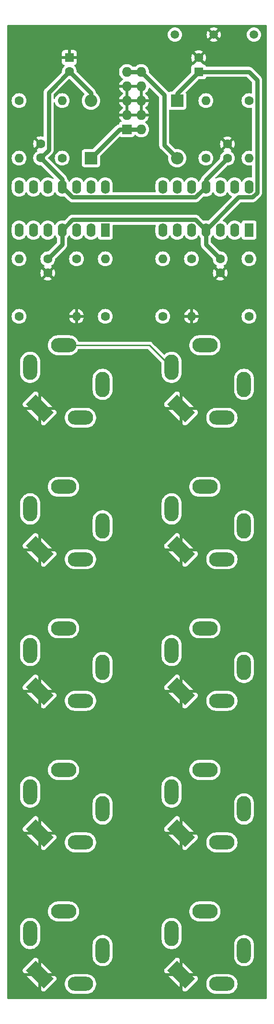
<source format=gtl>
G04 #@! TF.GenerationSoftware,KiCad,Pcbnew,7.0.0-rc2-unknown-92a61b187f~165~ubuntu22.04.1*
G04 #@! TF.CreationDate,2023-02-10T20:25:43-05:00*
G04 #@! TF.ProjectId,multiples,6d756c74-6970-46c6-9573-2e6b69636164,rev?*
G04 #@! TF.SameCoordinates,Original*
G04 #@! TF.FileFunction,Copper,L1,Top*
G04 #@! TF.FilePolarity,Positive*
%FSLAX46Y46*%
G04 Gerber Fmt 4.6, Leading zero omitted, Abs format (unit mm)*
G04 Created by KiCad (PCBNEW 7.0.0-rc2-unknown-92a61b187f~165~ubuntu22.04.1) date 2023-02-10 20:25:43*
%MOMM*%
%LPD*%
G01*
G04 APERTURE LIST*
G04 Aperture macros list*
%AMRotRect*
0 Rectangle, with rotation*
0 The origin of the aperture is its center*
0 $1 length*
0 $2 width*
0 $3 Rotation angle, in degrees counterclockwise*
0 Add horizontal line*
21,1,$1,$2,0,0,$3*%
G04 Aperture macros list end*
G04 #@! TA.AperFunction,ComponentPad*
%ADD10O,2.500000X4.500001*%
G04 #@! TD*
G04 #@! TA.AperFunction,ComponentPad*
%ADD11O,4.500001X2.500001*%
G04 #@! TD*
G04 #@! TA.AperFunction,ComponentPad*
%ADD12RotRect,4.500001X2.500001X315.000000*%
G04 #@! TD*
G04 #@! TA.AperFunction,ComponentPad*
%ADD13O,4.500000X2.500000*%
G04 #@! TD*
G04 #@! TA.AperFunction,ComponentPad*
%ADD14O,2.500000X4.500000*%
G04 #@! TD*
G04 #@! TA.AperFunction,ComponentPad*
%ADD15C,1.500000*%
G04 #@! TD*
G04 #@! TA.AperFunction,ComponentPad*
%ADD16C,1.600000*%
G04 #@! TD*
G04 #@! TA.AperFunction,ComponentPad*
%ADD17O,1.600000X1.600000*%
G04 #@! TD*
G04 #@! TA.AperFunction,ComponentPad*
%ADD18R,1.600000X2.400000*%
G04 #@! TD*
G04 #@! TA.AperFunction,ComponentPad*
%ADD19O,1.600000X2.400000*%
G04 #@! TD*
G04 #@! TA.AperFunction,ComponentPad*
%ADD20R,1.727200X1.727200*%
G04 #@! TD*
G04 #@! TA.AperFunction,ComponentPad*
%ADD21O,1.727200X1.727200*%
G04 #@! TD*
G04 #@! TA.AperFunction,ComponentPad*
%ADD22R,1.600000X1.600000*%
G04 #@! TD*
G04 #@! TA.AperFunction,ComponentPad*
%ADD23R,2.200000X2.200000*%
G04 #@! TD*
G04 #@! TA.AperFunction,ComponentPad*
%ADD24O,2.200000X2.200000*%
G04 #@! TD*
G04 #@! TA.AperFunction,Conductor*
%ADD25C,0.750000*%
G04 #@! TD*
G04 #@! TA.AperFunction,Conductor*
%ADD26C,0.250000*%
G04 #@! TD*
G04 APERTURE END LIST*
D10*
G04 #@! TO.P,J8,R*
G04 #@! TO.N,N/C*
X218899999Y-138499999D03*
D11*
G04 #@! TO.P,J8,RN*
X214999999Y-144399999D03*
D12*
G04 #@! TO.P,J8,S*
G04 #@! TO.N,GND*
X207759999Y-142739999D03*
D13*
G04 #@! TO.P,J8,T*
G04 #@! TO.N,Net-(U2A--)*
X211999999Y-131599999D03*
D14*
G04 #@! TO.P,J8,TN*
G04 #@! TO.N,N/C*
X206099999Y-135499999D03*
G04 #@! TD*
D10*
G04 #@! TO.P,J7,R*
G04 #@! TO.N,N/C*
X218899999Y-113499999D03*
D11*
G04 #@! TO.P,J7,RN*
X214999999Y-119399999D03*
D12*
G04 #@! TO.P,J7,S*
G04 #@! TO.N,GND*
X207759999Y-117739999D03*
D13*
G04 #@! TO.P,J7,T*
G04 #@! TO.N,Net-(U2A-+)*
X211999999Y-106599999D03*
D14*
G04 #@! TO.P,J7,TN*
G04 #@! TO.N,Net-(U1A-+)*
X206099999Y-110499999D03*
G04 #@! TD*
D10*
G04 #@! TO.P,J5,R*
G04 #@! TO.N,N/C*
X193899999Y-188499999D03*
D11*
G04 #@! TO.P,J5,RN*
X189999999Y-194399999D03*
D12*
G04 #@! TO.P,J5,S*
G04 #@! TO.N,GND*
X182759999Y-192739999D03*
D13*
G04 #@! TO.P,J5,T*
G04 #@! TO.N,Net-(U1C--)*
X186999999Y-181599999D03*
D14*
G04 #@! TO.P,J5,TN*
G04 #@! TO.N,N/C*
X181099999Y-185499999D03*
G04 #@! TD*
D15*
G04 #@! TO.P,TP3,1,1*
G04 #@! TO.N,GND*
X213550000Y-51740000D03*
G04 #@! TD*
G04 #@! TO.P,TP2,1,1*
G04 #@! TO.N,+12V*
X206680000Y-51740000D03*
G04 #@! TD*
D10*
G04 #@! TO.P,J9,R*
G04 #@! TO.N,N/C*
X218899999Y-163499999D03*
D11*
G04 #@! TO.P,J9,RN*
X214999999Y-169399999D03*
D12*
G04 #@! TO.P,J9,S*
G04 #@! TO.N,GND*
X207759999Y-167739999D03*
D13*
G04 #@! TO.P,J9,T*
G04 #@! TO.N,Net-(U2B--)*
X211999999Y-156599999D03*
D14*
G04 #@! TO.P,J9,TN*
G04 #@! TO.N,N/C*
X206099999Y-160499999D03*
G04 #@! TD*
D10*
G04 #@! TO.P,J4,R*
G04 #@! TO.N,N/C*
X193899999Y-163499999D03*
D11*
G04 #@! TO.P,J4,RN*
X189999999Y-169399999D03*
D12*
G04 #@! TO.P,J4,S*
G04 #@! TO.N,GND*
X182759999Y-167739999D03*
D13*
G04 #@! TO.P,J4,T*
G04 #@! TO.N,Net-(U1B--)*
X186999999Y-156599999D03*
D14*
G04 #@! TO.P,J4,TN*
G04 #@! TO.N,N/C*
X181099999Y-160499999D03*
G04 #@! TD*
D10*
G04 #@! TO.P,J3,R*
G04 #@! TO.N,N/C*
X193899999Y-138499999D03*
D11*
G04 #@! TO.P,J3,RN*
X189999999Y-144399999D03*
D12*
G04 #@! TO.P,J3,S*
G04 #@! TO.N,GND*
X182759999Y-142739999D03*
D13*
G04 #@! TO.P,J3,T*
G04 #@! TO.N,Net-(U1A--)*
X186999999Y-131599999D03*
D14*
G04 #@! TO.P,J3,TN*
G04 #@! TO.N,N/C*
X181099999Y-135499999D03*
G04 #@! TD*
D10*
G04 #@! TO.P,J10,R*
G04 #@! TO.N,N/C*
X218899999Y-188499999D03*
D11*
G04 #@! TO.P,J10,RN*
X214999999Y-194399999D03*
D12*
G04 #@! TO.P,J10,S*
G04 #@! TO.N,GND*
X207759999Y-192739999D03*
D13*
G04 #@! TO.P,J10,T*
G04 #@! TO.N,Net-(U2C--)*
X211999999Y-181599999D03*
D14*
G04 #@! TO.P,J10,TN*
G04 #@! TO.N,N/C*
X206099999Y-185499999D03*
G04 #@! TD*
D10*
G04 #@! TO.P,J6,R*
G04 #@! TO.N,N/C*
X193899999Y-213499999D03*
D11*
G04 #@! TO.P,J6,RN*
X189999999Y-219399999D03*
D12*
G04 #@! TO.P,J6,S*
G04 #@! TO.N,GND*
X182759999Y-217739999D03*
D13*
G04 #@! TO.P,J6,T*
G04 #@! TO.N,Net-(U1D--)*
X186999999Y-206599999D03*
D14*
G04 #@! TO.P,J6,TN*
G04 #@! TO.N,N/C*
X181099999Y-210499999D03*
G04 #@! TD*
D15*
G04 #@! TO.P,TP1,1,1*
G04 #@! TO.N,-12V*
X220650000Y-51740000D03*
G04 #@! TD*
D10*
G04 #@! TO.P,J11,R*
G04 #@! TO.N,N/C*
X218899999Y-213499999D03*
D11*
G04 #@! TO.P,J11,RN*
X214999999Y-219399999D03*
D12*
G04 #@! TO.P,J11,S*
G04 #@! TO.N,GND*
X207759999Y-217739999D03*
D13*
G04 #@! TO.P,J11,T*
G04 #@! TO.N,Net-(U2D--)*
X211999999Y-206599999D03*
D14*
G04 #@! TO.P,J11,TN*
G04 #@! TO.N,N/C*
X206099999Y-210499999D03*
G04 #@! TD*
D10*
G04 #@! TO.P,J2,R*
G04 #@! TO.N,N/C*
X193899999Y-113499999D03*
D11*
G04 #@! TO.P,J2,RN*
X189999999Y-119399999D03*
D12*
G04 #@! TO.P,J2,S*
G04 #@! TO.N,GND*
X182759999Y-117739999D03*
D13*
G04 #@! TO.P,J2,T*
G04 #@! TO.N,Net-(U1A-+)*
X186999999Y-106599999D03*
D14*
G04 #@! TO.P,J2,TN*
G04 #@! TO.N,N/C*
X181099999Y-110499999D03*
G04 #@! TD*
D16*
G04 #@! TO.P,R9,1*
G04 #@! TO.N,Net-(U2C--)*
X212160000Y-73560000D03*
D17*
G04 #@! TO.P,R9,2*
G04 #@! TO.N,Net-(R9-Pad2)*
X212159999Y-63399999D03*
G04 #@! TD*
D16*
G04 #@! TO.P,C6,1*
G04 #@! TO.N,GND*
X215970000Y-71060000D03*
G04 #@! TO.P,C6,2*
G04 #@! TO.N,-12V*
X215970000Y-73560000D03*
G04 #@! TD*
G04 #@! TO.P,R2,1*
G04 #@! TO.N,Net-(U1A--)*
X194380000Y-101500000D03*
D17*
G04 #@! TO.P,R2,2*
G04 #@! TO.N,Net-(R2-Pad2)*
X194379999Y-91339999D03*
G04 #@! TD*
D18*
G04 #@! TO.P,U2,1*
G04 #@! TO.N,Net-(R7-Pad2)*
X219779999Y-86259999D03*
D19*
G04 #@! TO.P,U2,2,-*
G04 #@! TO.N,Net-(U2A--)*
X217239999Y-86259999D03*
G04 #@! TO.P,U2,3,+*
G04 #@! TO.N,Net-(U2A-+)*
X214699999Y-86259999D03*
G04 #@! TO.P,U2,4,V+*
G04 #@! TO.N,+12V*
X212159999Y-86259999D03*
G04 #@! TO.P,U2,5,+*
G04 #@! TO.N,Net-(U2A-+)*
X209619999Y-86259999D03*
G04 #@! TO.P,U2,6,-*
G04 #@! TO.N,Net-(U2B--)*
X207079999Y-86259999D03*
G04 #@! TO.P,U2,7*
G04 #@! TO.N,Net-(R8-Pad2)*
X204539999Y-86259999D03*
G04 #@! TO.P,U2,8*
G04 #@! TO.N,Net-(R9-Pad2)*
X204539999Y-78639999D03*
G04 #@! TO.P,U2,9,-*
G04 #@! TO.N,Net-(U2C--)*
X207079999Y-78639999D03*
G04 #@! TO.P,U2,10,+*
G04 #@! TO.N,Net-(U2A-+)*
X209619999Y-78639999D03*
G04 #@! TO.P,U2,11,V-*
G04 #@! TO.N,-12V*
X212159999Y-78639999D03*
G04 #@! TO.P,U2,12,+*
G04 #@! TO.N,Net-(U2A-+)*
X214699999Y-78639999D03*
G04 #@! TO.P,U2,13,-*
G04 #@! TO.N,Net-(U2D--)*
X217239999Y-78639999D03*
G04 #@! TO.P,U2,14*
G04 #@! TO.N,Net-(R10-Pad2)*
X219779999Y-78639999D03*
G04 #@! TD*
D18*
G04 #@! TO.P,U1,1*
G04 #@! TO.N,Net-(R2-Pad2)*
X194379999Y-86259999D03*
D19*
G04 #@! TO.P,U1,2,-*
G04 #@! TO.N,Net-(U1A--)*
X191839999Y-86259999D03*
G04 #@! TO.P,U1,3,+*
G04 #@! TO.N,Net-(U1A-+)*
X189299999Y-86259999D03*
G04 #@! TO.P,U1,4,V+*
G04 #@! TO.N,+12V*
X186759999Y-86259999D03*
G04 #@! TO.P,U1,5,+*
G04 #@! TO.N,Net-(U1A-+)*
X184219999Y-86259999D03*
G04 #@! TO.P,U1,6,-*
G04 #@! TO.N,Net-(U1B--)*
X181679999Y-86259999D03*
G04 #@! TO.P,U1,7*
G04 #@! TO.N,Net-(R3-Pad2)*
X179139999Y-86259999D03*
G04 #@! TO.P,U1,8*
G04 #@! TO.N,Net-(R4-Pad2)*
X179139999Y-78639999D03*
G04 #@! TO.P,U1,9,-*
G04 #@! TO.N,Net-(U1C--)*
X181679999Y-78639999D03*
G04 #@! TO.P,U1,10,+*
G04 #@! TO.N,Net-(U1A-+)*
X184219999Y-78639999D03*
G04 #@! TO.P,U1,11,V-*
G04 #@! TO.N,-12V*
X186759999Y-78639999D03*
G04 #@! TO.P,U1,12,+*
G04 #@! TO.N,Net-(U1A-+)*
X189299999Y-78639999D03*
G04 #@! TO.P,U1,13,-*
G04 #@! TO.N,Net-(U1D--)*
X191839999Y-78639999D03*
G04 #@! TO.P,U1,14*
G04 #@! TO.N,Net-(R5-Pad2)*
X194379999Y-78639999D03*
G04 #@! TD*
D16*
G04 #@! TO.P,C5,1*
G04 #@! TO.N,+12V*
X214700000Y-91340000D03*
G04 #@! TO.P,C5,2*
G04 #@! TO.N,GND*
X214700000Y-93840000D03*
G04 #@! TD*
G04 #@! TO.P,R4,1*
G04 #@! TO.N,Net-(U1C--)*
X179140000Y-63400000D03*
D17*
G04 #@! TO.P,R4,2*
G04 #@! TO.N,Net-(R4-Pad2)*
X179139999Y-73559999D03*
G04 #@! TD*
D16*
G04 #@! TO.P,R6,1*
G04 #@! TO.N,Net-(U2A-+)*
X209620000Y-91340000D03*
D17*
G04 #@! TO.P,R6,2*
G04 #@! TO.N,GND*
X209619999Y-101499999D03*
G04 #@! TD*
D16*
G04 #@! TO.P,R5,1*
G04 #@! TO.N,Net-(U1D--)*
X186760000Y-73560000D03*
D17*
G04 #@! TO.P,R5,2*
G04 #@! TO.N,Net-(R5-Pad2)*
X186759999Y-63399999D03*
G04 #@! TD*
D20*
G04 #@! TO.P,J1,1,-12V*
G04 #@! TO.N,/-12_IN*
X198189999Y-68479999D03*
D21*
G04 #@! TO.P,J1,2,-12V*
X200729999Y-68479999D03*
G04 #@! TO.P,J1,3,GND*
G04 #@! TO.N,GND*
X198189999Y-65939999D03*
G04 #@! TO.P,J1,4,GND*
X200729999Y-65939999D03*
G04 #@! TO.P,J1,5,GND*
X198189999Y-63399999D03*
G04 #@! TO.P,J1,6,GND*
X200729999Y-63399999D03*
G04 #@! TO.P,J1,7,GND*
X198189999Y-60859999D03*
G04 #@! TO.P,J1,8,GND*
X200729999Y-60859999D03*
G04 #@! TO.P,J1,9,+12V*
G04 #@! TO.N,/+12_IN*
X198189999Y-58319999D03*
G04 #@! TO.P,J1,10,+12V*
X200729999Y-58319999D03*
G04 #@! TD*
D16*
G04 #@! TO.P,R3,1*
G04 #@! TO.N,Net-(U1B--)*
X179140000Y-101500000D03*
D17*
G04 #@! TO.P,R3,2*
G04 #@! TO.N,Net-(R3-Pad2)*
X179139999Y-91339999D03*
G04 #@! TD*
D16*
G04 #@! TO.P,C4,1*
G04 #@! TO.N,GND*
X182950000Y-71020000D03*
G04 #@! TO.P,C4,2*
G04 #@! TO.N,-12V*
X182950000Y-73520000D03*
G04 #@! TD*
G04 #@! TO.P,R1,1*
G04 #@! TO.N,Net-(U1A-+)*
X189300000Y-91340000D03*
D17*
G04 #@! TO.P,R1,2*
G04 #@! TO.N,GND*
X189299999Y-101499999D03*
G04 #@! TD*
D16*
G04 #@! TO.P,R10,1*
G04 #@! TO.N,Net-(U2D--)*
X219780000Y-63400000D03*
D17*
G04 #@! TO.P,R10,2*
G04 #@! TO.N,Net-(R10-Pad2)*
X219779999Y-73559999D03*
G04 #@! TD*
D16*
G04 #@! TO.P,R8,1*
G04 #@! TO.N,Net-(U2B--)*
X204540000Y-101500000D03*
D17*
G04 #@! TO.P,R8,2*
G04 #@! TO.N,Net-(R8-Pad2)*
X204539999Y-91339999D03*
G04 #@! TD*
D16*
G04 #@! TO.P,C3,1*
G04 #@! TO.N,+12V*
X184220000Y-91340000D03*
G04 #@! TO.P,C3,2*
G04 #@! TO.N,GND*
X184220000Y-93840000D03*
G04 #@! TD*
D22*
G04 #@! TO.P,C2,1*
G04 #@! TO.N,GND*
X188029999Y-55779999D03*
D16*
G04 #@! TO.P,C2,2*
G04 #@! TO.N,-12V*
X188030000Y-58280000D03*
G04 #@! TD*
G04 #@! TO.P,R7,1*
G04 #@! TO.N,Net-(U2A--)*
X219780000Y-101500000D03*
D17*
G04 #@! TO.P,R7,2*
G04 #@! TO.N,Net-(R7-Pad2)*
X219779999Y-91339999D03*
G04 #@! TD*
D22*
G04 #@! TO.P,C1,1*
G04 #@! TO.N,+12V*
X210889999Y-58319999D03*
D16*
G04 #@! TO.P,C1,2*
G04 #@! TO.N,GND*
X210890000Y-55820000D03*
G04 #@! TD*
D23*
G04 #@! TO.P,D2,1,K*
G04 #@! TO.N,/-12_IN*
X191839999Y-73559999D03*
D24*
G04 #@! TO.P,D2,2,A*
G04 #@! TO.N,-12V*
X191839999Y-63399999D03*
G04 #@! TD*
D23*
G04 #@! TO.P,D1,1,K*
G04 #@! TO.N,+12V*
X207079999Y-63399999D03*
D24*
G04 #@! TO.P,D1,2,A*
G04 #@! TO.N,/+12_IN*
X207079999Y-73559999D03*
G04 #@! TD*
D25*
G04 #@! TO.N,+12V*
X210890000Y-58320000D02*
X219780000Y-58320000D01*
X214700000Y-91340000D02*
X212160000Y-88800000D01*
X186760000Y-88800000D02*
X184220000Y-91340000D01*
X217954990Y-80465010D02*
X212160000Y-86260000D01*
X207080000Y-62130000D02*
X210890000Y-58320000D01*
X207080000Y-63400000D02*
X207080000Y-62130000D01*
X186760000Y-86260000D02*
X186760000Y-88800000D01*
X219780000Y-58320000D02*
X221205010Y-59745010D01*
X220370258Y-80465010D02*
X217954990Y-80465010D01*
X221205010Y-59745010D02*
X221205010Y-79630258D01*
X212160000Y-86260000D02*
X212160000Y-88800000D01*
X221205010Y-79630258D02*
X220370258Y-80465010D01*
X188585010Y-84434990D02*
X186760000Y-86260000D01*
X210334990Y-84434990D02*
X188585010Y-84434990D01*
X212160000Y-86260000D02*
X210334990Y-84434990D01*
G04 #@! TO.N,-12V*
X186760000Y-77330000D02*
X182950000Y-73520000D01*
X186760000Y-78640000D02*
X186760000Y-77330000D01*
X212160000Y-77370000D02*
X215970000Y-73560000D01*
X188585010Y-80465010D02*
X210334990Y-80465010D01*
X184375000Y-72095000D02*
X182950000Y-73520000D01*
X191840000Y-62090000D02*
X188030000Y-58280000D01*
X184375000Y-61935000D02*
X184375000Y-72095000D01*
X191840000Y-63400000D02*
X191840000Y-62090000D01*
X188030000Y-58280000D02*
X184375000Y-61935000D01*
X212160000Y-78640000D02*
X212160000Y-77370000D01*
X210334990Y-80465010D02*
X212160000Y-78640000D01*
X186760000Y-78640000D02*
X188585010Y-80465010D01*
G04 #@! TO.N,/+12_IN*
X204794000Y-62384000D02*
X204794000Y-71274000D01*
X204794000Y-71274000D02*
X207080000Y-73560000D01*
X198190000Y-58320000D02*
X200730000Y-58320000D01*
X200730000Y-58320000D02*
X204794000Y-62384000D01*
G04 #@! TO.N,/-12_IN*
X200730000Y-68480000D02*
X198190000Y-68480000D01*
X196920000Y-68480000D02*
X191840000Y-73560000D01*
X198190000Y-68480000D02*
X196920000Y-68480000D01*
D26*
G04 #@! TO.N,Net-(U1A-+)*
X202200000Y-106600000D02*
X206100000Y-110500000D01*
X187000000Y-106600000D02*
X202200000Y-106600000D01*
G04 #@! TD*
G04 #@! TA.AperFunction,Conductor*
G04 #@! TO.N,GND*
G36*
X222886500Y-50067381D02*
G01*
X222932619Y-50113500D01*
X222949500Y-50176500D01*
X222949500Y-221918500D01*
X222932619Y-221981500D01*
X222886500Y-222027619D01*
X222823500Y-222044500D01*
X177176500Y-222044500D01*
X177113500Y-222027619D01*
X177067381Y-221981500D01*
X177050500Y-221918500D01*
X177050500Y-220467779D01*
X183014000Y-220467779D01*
X183016280Y-220479244D01*
X183022775Y-220488964D01*
X183139862Y-220606051D01*
X183144884Y-220610562D01*
X183183499Y-220641681D01*
X183196806Y-220649901D01*
X183314319Y-220703567D01*
X183331432Y-220708592D01*
X183458190Y-220726817D01*
X183476024Y-220726817D01*
X183602781Y-220708592D01*
X183619894Y-220703567D01*
X183737404Y-220649902D01*
X183750717Y-220641678D01*
X183789328Y-220610564D01*
X183794348Y-220606054D01*
X184868621Y-219531781D01*
X187241500Y-219531781D01*
X187242201Y-219536434D01*
X187242202Y-219536442D01*
X187280080Y-219787744D01*
X187280782Y-219792400D01*
X187358468Y-220044254D01*
X187360509Y-220048493D01*
X187360513Y-220048502D01*
X187470776Y-220277463D01*
X187472824Y-220281715D01*
X187621294Y-220499481D01*
X187624494Y-220502930D01*
X187624499Y-220502936D01*
X187753236Y-220641681D01*
X187800562Y-220692686D01*
X188006624Y-220857015D01*
X188234876Y-220988796D01*
X188239265Y-220990518D01*
X188239268Y-220990520D01*
X188322630Y-221023237D01*
X188480220Y-221085087D01*
X188737174Y-221143735D01*
X188934200Y-221158500D01*
X191063447Y-221158500D01*
X191065800Y-221158500D01*
X191262826Y-221143735D01*
X191519780Y-221085087D01*
X191765124Y-220988796D01*
X191993376Y-220857015D01*
X192199438Y-220692686D01*
X192378706Y-220499481D01*
X192400320Y-220467779D01*
X208014000Y-220467779D01*
X208016280Y-220479244D01*
X208022775Y-220488964D01*
X208139862Y-220606051D01*
X208144884Y-220610562D01*
X208183499Y-220641681D01*
X208196806Y-220649901D01*
X208314319Y-220703567D01*
X208331432Y-220708592D01*
X208458190Y-220726817D01*
X208476024Y-220726817D01*
X208602781Y-220708592D01*
X208619894Y-220703567D01*
X208737404Y-220649902D01*
X208750717Y-220641678D01*
X208789328Y-220610564D01*
X208794348Y-220606054D01*
X209868621Y-219531781D01*
X212241500Y-219531781D01*
X212242201Y-219536434D01*
X212242202Y-219536442D01*
X212280080Y-219787744D01*
X212280782Y-219792400D01*
X212358468Y-220044254D01*
X212360509Y-220048493D01*
X212360513Y-220048502D01*
X212470776Y-220277463D01*
X212472824Y-220281715D01*
X212621294Y-220499481D01*
X212624494Y-220502930D01*
X212624499Y-220502936D01*
X212753236Y-220641681D01*
X212800562Y-220692686D01*
X213006624Y-220857015D01*
X213234876Y-220988796D01*
X213239265Y-220990518D01*
X213239268Y-220990520D01*
X213322630Y-221023237D01*
X213480220Y-221085087D01*
X213737174Y-221143735D01*
X213934200Y-221158500D01*
X216063447Y-221158500D01*
X216065800Y-221158500D01*
X216262826Y-221143735D01*
X216519780Y-221085087D01*
X216765124Y-220988796D01*
X216993376Y-220857015D01*
X217199438Y-220692686D01*
X217378706Y-220499481D01*
X217527176Y-220281716D01*
X217641532Y-220044254D01*
X217719218Y-219792400D01*
X217758500Y-219531781D01*
X217758500Y-219268219D01*
X217719218Y-219007600D01*
X217641532Y-218755746D01*
X217639485Y-218751496D01*
X217529223Y-218522536D01*
X217529221Y-218522532D01*
X217527176Y-218518285D01*
X217378706Y-218300519D01*
X217375504Y-218297068D01*
X217375500Y-218297063D01*
X217241643Y-218152800D01*
X217199438Y-218107314D01*
X216993376Y-217942985D01*
X216989299Y-217940631D01*
X216989296Y-217940629D01*
X216769211Y-217813563D01*
X216769204Y-217813559D01*
X216765124Y-217811204D01*
X216760740Y-217809483D01*
X216760731Y-217809479D01*
X216524173Y-217716637D01*
X216524171Y-217716636D01*
X216519780Y-217714913D01*
X216515180Y-217713863D01*
X216267427Y-217657315D01*
X216267425Y-217657314D01*
X216262826Y-217656265D01*
X216258124Y-217655912D01*
X216258120Y-217655912D01*
X216068142Y-217641675D01*
X216068128Y-217641674D01*
X216065800Y-217641500D01*
X213934200Y-217641500D01*
X213931872Y-217641674D01*
X213931857Y-217641675D01*
X213741879Y-217655912D01*
X213741873Y-217655912D01*
X213737174Y-217656265D01*
X213732576Y-217657314D01*
X213732572Y-217657315D01*
X213484819Y-217713863D01*
X213484815Y-217713864D01*
X213480220Y-217714913D01*
X213475832Y-217716635D01*
X213475826Y-217716637D01*
X213239268Y-217809479D01*
X213239253Y-217809485D01*
X213234876Y-217811204D01*
X213230800Y-217813556D01*
X213230788Y-217813563D01*
X213010703Y-217940629D01*
X213010693Y-217940635D01*
X213006624Y-217942985D01*
X213002947Y-217945917D01*
X213002943Y-217945920D01*
X212804241Y-218104379D01*
X212804232Y-218104386D01*
X212800562Y-218107314D01*
X212797366Y-218110757D01*
X212797361Y-218110763D01*
X212624499Y-218297063D01*
X212624488Y-218297076D01*
X212621294Y-218300519D01*
X212618644Y-218304405D01*
X212618635Y-218304417D01*
X212475480Y-218514387D01*
X212475474Y-218514395D01*
X212472824Y-218518284D01*
X212470784Y-218522518D01*
X212470777Y-218522532D01*
X212360514Y-218751496D01*
X212360514Y-218751497D01*
X212358468Y-218755746D01*
X212357082Y-218760238D01*
X212357077Y-218760252D01*
X212282170Y-219003098D01*
X212282168Y-219003106D01*
X212280782Y-219007600D01*
X212280081Y-219012250D01*
X212280080Y-219012255D01*
X212242202Y-219263557D01*
X212242201Y-219263566D01*
X212241500Y-219268219D01*
X212241500Y-219531781D01*
X209868621Y-219531781D01*
X210626054Y-218774348D01*
X210630564Y-218769328D01*
X210661678Y-218730717D01*
X210669902Y-218717404D01*
X210723567Y-218599894D01*
X210728592Y-218582781D01*
X210746817Y-218456024D01*
X210746817Y-218438190D01*
X210728592Y-218311432D01*
X210723567Y-218294319D01*
X210669901Y-218176806D01*
X210661681Y-218163499D01*
X210630562Y-218124884D01*
X210626051Y-218119862D01*
X210508964Y-218002775D01*
X210499244Y-217996280D01*
X210487779Y-217994000D01*
X208030590Y-217994000D01*
X208017506Y-217997506D01*
X208014000Y-218010590D01*
X208014000Y-220467779D01*
X192400320Y-220467779D01*
X192527176Y-220281716D01*
X192641532Y-220044254D01*
X192719218Y-219792400D01*
X192758500Y-219531781D01*
X192758500Y-219268219D01*
X192719218Y-219007600D01*
X192641532Y-218755746D01*
X192639485Y-218751496D01*
X192529223Y-218522536D01*
X192529221Y-218522532D01*
X192527176Y-218518285D01*
X192378706Y-218300519D01*
X192375504Y-218297068D01*
X192375500Y-218297063D01*
X192241643Y-218152800D01*
X192199438Y-218107314D01*
X192060188Y-217996266D01*
X205533283Y-217996266D01*
X205538357Y-218004546D01*
X207495453Y-219961642D01*
X207503733Y-219966716D01*
X207506000Y-219957275D01*
X207506000Y-218010590D01*
X207502493Y-217997506D01*
X207489410Y-217994000D01*
X205542725Y-217994000D01*
X205533283Y-217996266D01*
X192060188Y-217996266D01*
X191993376Y-217942985D01*
X191989299Y-217940631D01*
X191989296Y-217940629D01*
X191769211Y-217813563D01*
X191769204Y-217813559D01*
X191765124Y-217811204D01*
X191760740Y-217809483D01*
X191760731Y-217809479D01*
X191524173Y-217716637D01*
X191524171Y-217716636D01*
X191519780Y-217714913D01*
X191515180Y-217713863D01*
X191267427Y-217657315D01*
X191267425Y-217657314D01*
X191262826Y-217656265D01*
X191258124Y-217655912D01*
X191258120Y-217655912D01*
X191068142Y-217641675D01*
X191068128Y-217641674D01*
X191065800Y-217641500D01*
X188934200Y-217641500D01*
X188931872Y-217641674D01*
X188931857Y-217641675D01*
X188741879Y-217655912D01*
X188741873Y-217655912D01*
X188737174Y-217656265D01*
X188732576Y-217657314D01*
X188732572Y-217657315D01*
X188484819Y-217713863D01*
X188484815Y-217713864D01*
X188480220Y-217714913D01*
X188475832Y-217716635D01*
X188475826Y-217716637D01*
X188239268Y-217809479D01*
X188239253Y-217809485D01*
X188234876Y-217811204D01*
X188230800Y-217813556D01*
X188230788Y-217813563D01*
X188010703Y-217940629D01*
X188010693Y-217940635D01*
X188006624Y-217942985D01*
X188002947Y-217945917D01*
X188002943Y-217945920D01*
X187804241Y-218104379D01*
X187804232Y-218104386D01*
X187800562Y-218107314D01*
X187797366Y-218110757D01*
X187797361Y-218110763D01*
X187624499Y-218297063D01*
X187624488Y-218297076D01*
X187621294Y-218300519D01*
X187618644Y-218304405D01*
X187618635Y-218304417D01*
X187475480Y-218514387D01*
X187475474Y-218514395D01*
X187472824Y-218518284D01*
X187470784Y-218522518D01*
X187470777Y-218522532D01*
X187360514Y-218751496D01*
X187360514Y-218751497D01*
X187358468Y-218755746D01*
X187357082Y-218760238D01*
X187357077Y-218760252D01*
X187282170Y-219003098D01*
X187282168Y-219003106D01*
X187280782Y-219007600D01*
X187280081Y-219012250D01*
X187280080Y-219012255D01*
X187242202Y-219263557D01*
X187242201Y-219263566D01*
X187241500Y-219268219D01*
X187241500Y-219531781D01*
X184868621Y-219531781D01*
X185626054Y-218774348D01*
X185630564Y-218769328D01*
X185661678Y-218730717D01*
X185669902Y-218717404D01*
X185723567Y-218599894D01*
X185728592Y-218582781D01*
X185746817Y-218456024D01*
X185746817Y-218438190D01*
X185728592Y-218311432D01*
X185723567Y-218294319D01*
X185669901Y-218176806D01*
X185661681Y-218163499D01*
X185630562Y-218124884D01*
X185626051Y-218119862D01*
X185508964Y-218002775D01*
X185499244Y-217996280D01*
X185487779Y-217994000D01*
X183030590Y-217994000D01*
X183017506Y-217997506D01*
X183014000Y-218010590D01*
X183014000Y-220467779D01*
X177050500Y-220467779D01*
X177050500Y-217996266D01*
X180533283Y-217996266D01*
X180538357Y-218004546D01*
X182495453Y-219961642D01*
X182503733Y-219966716D01*
X182506000Y-219957275D01*
X182506000Y-218010590D01*
X182502493Y-217997506D01*
X182489410Y-217994000D01*
X180542725Y-217994000D01*
X180533283Y-217996266D01*
X177050500Y-217996266D01*
X177050500Y-217041810D01*
X179773183Y-217041810D01*
X179791407Y-217168567D01*
X179796432Y-217185680D01*
X179850098Y-217303193D01*
X179858318Y-217316500D01*
X179889437Y-217355115D01*
X179893948Y-217360137D01*
X180011035Y-217477224D01*
X180020755Y-217483719D01*
X180032221Y-217486000D01*
X182489410Y-217486000D01*
X182502493Y-217482493D01*
X182506000Y-217469410D01*
X183014000Y-217469410D01*
X183017506Y-217482493D01*
X183030590Y-217486000D01*
X184977275Y-217486000D01*
X184986716Y-217483733D01*
X184981642Y-217475453D01*
X184547999Y-217041810D01*
X204773183Y-217041810D01*
X204791407Y-217168567D01*
X204796432Y-217185680D01*
X204850098Y-217303193D01*
X204858318Y-217316500D01*
X204889437Y-217355115D01*
X204893948Y-217360137D01*
X205011035Y-217477224D01*
X205020755Y-217483719D01*
X205032221Y-217486000D01*
X207489410Y-217486000D01*
X207502493Y-217482493D01*
X207506000Y-217469410D01*
X208014000Y-217469410D01*
X208017506Y-217482493D01*
X208030590Y-217486000D01*
X209977275Y-217486000D01*
X209986716Y-217483733D01*
X209981642Y-217475453D01*
X208024546Y-215518357D01*
X208016266Y-215513283D01*
X208014000Y-215522725D01*
X208014000Y-217469410D01*
X207506000Y-217469410D01*
X207506000Y-215012221D01*
X207503719Y-215000755D01*
X207497224Y-214991035D01*
X207380137Y-214873948D01*
X207375115Y-214869437D01*
X207336500Y-214838318D01*
X207323193Y-214830098D01*
X207205680Y-214776432D01*
X207188567Y-214771407D01*
X207061810Y-214753183D01*
X207043976Y-214753183D01*
X206917218Y-214771407D01*
X206900105Y-214776432D01*
X206782595Y-214830097D01*
X206769282Y-214838321D01*
X206730671Y-214869435D01*
X206725651Y-214873945D01*
X204893945Y-216705651D01*
X204889435Y-216710671D01*
X204858321Y-216749282D01*
X204850097Y-216762595D01*
X204796432Y-216880105D01*
X204791407Y-216897218D01*
X204773183Y-217023976D01*
X204773183Y-217041810D01*
X184547999Y-217041810D01*
X183024546Y-215518357D01*
X183016266Y-215513283D01*
X183014000Y-215522725D01*
X183014000Y-217469410D01*
X182506000Y-217469410D01*
X182506000Y-215012221D01*
X182503719Y-215000755D01*
X182497224Y-214991035D01*
X182380137Y-214873948D01*
X182375115Y-214869437D01*
X182336500Y-214838318D01*
X182323193Y-214830098D01*
X182205680Y-214776432D01*
X182188567Y-214771407D01*
X182061810Y-214753183D01*
X182043976Y-214753183D01*
X181917218Y-214771407D01*
X181900105Y-214776432D01*
X181782595Y-214830097D01*
X181769282Y-214838321D01*
X181730671Y-214869435D01*
X181725651Y-214873945D01*
X179893945Y-216705651D01*
X179889435Y-216710671D01*
X179858321Y-216749282D01*
X179850097Y-216762595D01*
X179796432Y-216880105D01*
X179791407Y-216897218D01*
X179773183Y-217023976D01*
X179773183Y-217041810D01*
X177050500Y-217041810D01*
X177050500Y-214565800D01*
X192141500Y-214565800D01*
X192141674Y-214568128D01*
X192141675Y-214568142D01*
X192155542Y-214753183D01*
X192156265Y-214762826D01*
X192157314Y-214767425D01*
X192157315Y-214767427D01*
X192173496Y-214838321D01*
X192214913Y-215019780D01*
X192216636Y-215024171D01*
X192216637Y-215024173D01*
X192309479Y-215260731D01*
X192309483Y-215260740D01*
X192311204Y-215265124D01*
X192313559Y-215269204D01*
X192313563Y-215269211D01*
X192440629Y-215489296D01*
X192442985Y-215493376D01*
X192607314Y-215699438D01*
X192610763Y-215702638D01*
X192797063Y-215875500D01*
X192797068Y-215875504D01*
X192800519Y-215878706D01*
X192804413Y-215881361D01*
X192804417Y-215881364D01*
X192984150Y-216003904D01*
X193018284Y-216027176D01*
X193022529Y-216029220D01*
X193022532Y-216029222D01*
X193129576Y-216080771D01*
X193255746Y-216141532D01*
X193507600Y-216219218D01*
X193768219Y-216258500D01*
X194027065Y-216258500D01*
X194031781Y-216258500D01*
X194292400Y-216219218D01*
X194544254Y-216141532D01*
X194781715Y-216027176D01*
X194999481Y-215878706D01*
X195192686Y-215699438D01*
X195357015Y-215493376D01*
X195488796Y-215265124D01*
X195585087Y-215019780D01*
X195643735Y-214762826D01*
X195658500Y-214565800D01*
X217141500Y-214565800D01*
X217141674Y-214568128D01*
X217141675Y-214568142D01*
X217155542Y-214753183D01*
X217156265Y-214762826D01*
X217157314Y-214767425D01*
X217157315Y-214767427D01*
X217173496Y-214838321D01*
X217214913Y-215019780D01*
X217216636Y-215024171D01*
X217216637Y-215024173D01*
X217309479Y-215260731D01*
X217309483Y-215260740D01*
X217311204Y-215265124D01*
X217313559Y-215269204D01*
X217313563Y-215269211D01*
X217440629Y-215489296D01*
X217442985Y-215493376D01*
X217607314Y-215699438D01*
X217610763Y-215702638D01*
X217797063Y-215875500D01*
X217797068Y-215875504D01*
X217800519Y-215878706D01*
X217804413Y-215881361D01*
X217804417Y-215881364D01*
X217984150Y-216003904D01*
X218018284Y-216027176D01*
X218022529Y-216029220D01*
X218022532Y-216029222D01*
X218129576Y-216080771D01*
X218255746Y-216141532D01*
X218507600Y-216219218D01*
X218768219Y-216258500D01*
X219027065Y-216258500D01*
X219031781Y-216258500D01*
X219292400Y-216219218D01*
X219544254Y-216141532D01*
X219781715Y-216027176D01*
X219999481Y-215878706D01*
X220192686Y-215699438D01*
X220357015Y-215493376D01*
X220488796Y-215265124D01*
X220585087Y-215019780D01*
X220643735Y-214762826D01*
X220658500Y-214565800D01*
X220658500Y-212434200D01*
X220643735Y-212237174D01*
X220585087Y-211980220D01*
X220523237Y-211822630D01*
X220490520Y-211739268D01*
X220490518Y-211739265D01*
X220488796Y-211734876D01*
X220357015Y-211506624D01*
X220192686Y-211300562D01*
X220162094Y-211272176D01*
X220002936Y-211124499D01*
X220002930Y-211124494D01*
X219999481Y-211121294D01*
X219995588Y-211118639D01*
X219995582Y-211118635D01*
X219785612Y-210975480D01*
X219785609Y-210975478D01*
X219781716Y-210972824D01*
X219777475Y-210970781D01*
X219777467Y-210970777D01*
X219548503Y-210860514D01*
X219548500Y-210860513D01*
X219544254Y-210858468D01*
X219539756Y-210857080D01*
X219539747Y-210857077D01*
X219296901Y-210782170D01*
X219296896Y-210782168D01*
X219292400Y-210780782D01*
X219287746Y-210780080D01*
X219287744Y-210780080D01*
X219036442Y-210742202D01*
X219036434Y-210742201D01*
X219031781Y-210741500D01*
X218768219Y-210741500D01*
X218763566Y-210742201D01*
X218763557Y-210742202D01*
X218512255Y-210780080D01*
X218512250Y-210780081D01*
X218507600Y-210780782D01*
X218503106Y-210782168D01*
X218503098Y-210782170D01*
X218260254Y-210857077D01*
X218260248Y-210857079D01*
X218255746Y-210858468D01*
X218251510Y-210860507D01*
X218251497Y-210860513D01*
X218022536Y-210970776D01*
X218022527Y-210970780D01*
X218018285Y-210972824D01*
X218014386Y-210975482D01*
X218014383Y-210975484D01*
X217804417Y-211118636D01*
X217804413Y-211118638D01*
X217800519Y-211121294D01*
X217797076Y-211124488D01*
X217797063Y-211124499D01*
X217610763Y-211297361D01*
X217610757Y-211297366D01*
X217607314Y-211300562D01*
X217604386Y-211304232D01*
X217604379Y-211304241D01*
X217445920Y-211502943D01*
X217445917Y-211502947D01*
X217442985Y-211506624D01*
X217440635Y-211510693D01*
X217440629Y-211510703D01*
X217313563Y-211730788D01*
X217313556Y-211730800D01*
X217311204Y-211734876D01*
X217309485Y-211739253D01*
X217309479Y-211739268D01*
X217216637Y-211975826D01*
X217216635Y-211975832D01*
X217214913Y-211980220D01*
X217213864Y-211984815D01*
X217213863Y-211984819D01*
X217205884Y-212019780D01*
X217156265Y-212237174D01*
X217155912Y-212241873D01*
X217155912Y-212241879D01*
X217141675Y-212431857D01*
X217141674Y-212431872D01*
X217141500Y-212434200D01*
X217141500Y-214565800D01*
X195658500Y-214565800D01*
X195658500Y-212434200D01*
X195643735Y-212237174D01*
X195585087Y-211980220D01*
X195523237Y-211822630D01*
X195490520Y-211739268D01*
X195490518Y-211739265D01*
X195488796Y-211734876D01*
X195391180Y-211565800D01*
X204341500Y-211565800D01*
X204341674Y-211568128D01*
X204341675Y-211568142D01*
X204355912Y-211758120D01*
X204356265Y-211762826D01*
X204414913Y-212019780D01*
X204416636Y-212024171D01*
X204416637Y-212024173D01*
X204509479Y-212260731D01*
X204509483Y-212260740D01*
X204511204Y-212265124D01*
X204513559Y-212269204D01*
X204513563Y-212269211D01*
X204610178Y-212436553D01*
X204642985Y-212493376D01*
X204807314Y-212699438D01*
X204810763Y-212702638D01*
X204997063Y-212875500D01*
X204997068Y-212875504D01*
X205000519Y-212878706D01*
X205004413Y-212881361D01*
X205004417Y-212881364D01*
X205184150Y-213003904D01*
X205218284Y-213027176D01*
X205222529Y-213029220D01*
X205222532Y-213029222D01*
X205329576Y-213080771D01*
X205455746Y-213141532D01*
X205707600Y-213219218D01*
X205968219Y-213258500D01*
X206227065Y-213258500D01*
X206231781Y-213258500D01*
X206492400Y-213219218D01*
X206744254Y-213141532D01*
X206981715Y-213027176D01*
X207199481Y-212878706D01*
X207392686Y-212699438D01*
X207557015Y-212493376D01*
X207688796Y-212265124D01*
X207785087Y-212019780D01*
X207843735Y-211762826D01*
X207858500Y-211565800D01*
X207858500Y-209434200D01*
X207843735Y-209237174D01*
X207785087Y-208980220D01*
X207688796Y-208734876D01*
X207557015Y-208506624D01*
X207392686Y-208300562D01*
X207272231Y-208188796D01*
X207202936Y-208124499D01*
X207202930Y-208124494D01*
X207199481Y-208121294D01*
X207195588Y-208118639D01*
X207195582Y-208118635D01*
X206985612Y-207975480D01*
X206985609Y-207975478D01*
X206981716Y-207972824D01*
X206977475Y-207970781D01*
X206977467Y-207970777D01*
X206748503Y-207860514D01*
X206748500Y-207860513D01*
X206744254Y-207858468D01*
X206739756Y-207857080D01*
X206739747Y-207857077D01*
X206496901Y-207782170D01*
X206496896Y-207782168D01*
X206492400Y-207780782D01*
X206487746Y-207780080D01*
X206487744Y-207780080D01*
X206236442Y-207742202D01*
X206236434Y-207742201D01*
X206231781Y-207741500D01*
X205968219Y-207741500D01*
X205963566Y-207742201D01*
X205963557Y-207742202D01*
X205712255Y-207780080D01*
X205712250Y-207780081D01*
X205707600Y-207780782D01*
X205703106Y-207782168D01*
X205703098Y-207782170D01*
X205460254Y-207857077D01*
X205460248Y-207857079D01*
X205455746Y-207858468D01*
X205451510Y-207860507D01*
X205451497Y-207860513D01*
X205222536Y-207970776D01*
X205222527Y-207970780D01*
X205218285Y-207972824D01*
X205214386Y-207975482D01*
X205214383Y-207975484D01*
X205004417Y-208118636D01*
X205004413Y-208118638D01*
X205000519Y-208121294D01*
X204997076Y-208124488D01*
X204997063Y-208124499D01*
X204810763Y-208297361D01*
X204810757Y-208297366D01*
X204807314Y-208300562D01*
X204804386Y-208304232D01*
X204804379Y-208304241D01*
X204645920Y-208502943D01*
X204645917Y-208502947D01*
X204642985Y-208506624D01*
X204640635Y-208510693D01*
X204640629Y-208510703D01*
X204513563Y-208730788D01*
X204513556Y-208730800D01*
X204511204Y-208734876D01*
X204509485Y-208739253D01*
X204509479Y-208739268D01*
X204416637Y-208975826D01*
X204416635Y-208975832D01*
X204414913Y-208980220D01*
X204356265Y-209237174D01*
X204355912Y-209241873D01*
X204355912Y-209241879D01*
X204341675Y-209431857D01*
X204341674Y-209431872D01*
X204341500Y-209434200D01*
X204341500Y-211565800D01*
X195391180Y-211565800D01*
X195357015Y-211506624D01*
X195192686Y-211300562D01*
X195162094Y-211272176D01*
X195002936Y-211124499D01*
X195002930Y-211124494D01*
X194999481Y-211121294D01*
X194995588Y-211118639D01*
X194995582Y-211118635D01*
X194785612Y-210975480D01*
X194785609Y-210975478D01*
X194781716Y-210972824D01*
X194777475Y-210970781D01*
X194777467Y-210970777D01*
X194548503Y-210860514D01*
X194548500Y-210860513D01*
X194544254Y-210858468D01*
X194539756Y-210857080D01*
X194539747Y-210857077D01*
X194296901Y-210782170D01*
X194296896Y-210782168D01*
X194292400Y-210780782D01*
X194287746Y-210780080D01*
X194287744Y-210780080D01*
X194036442Y-210742202D01*
X194036434Y-210742201D01*
X194031781Y-210741500D01*
X193768219Y-210741500D01*
X193763566Y-210742201D01*
X193763557Y-210742202D01*
X193512255Y-210780080D01*
X193512250Y-210780081D01*
X193507600Y-210780782D01*
X193503106Y-210782168D01*
X193503098Y-210782170D01*
X193260254Y-210857077D01*
X193260248Y-210857079D01*
X193255746Y-210858468D01*
X193251510Y-210860507D01*
X193251497Y-210860513D01*
X193022536Y-210970776D01*
X193022527Y-210970780D01*
X193018285Y-210972824D01*
X193014386Y-210975482D01*
X193014383Y-210975484D01*
X192804417Y-211118636D01*
X192804413Y-211118638D01*
X192800519Y-211121294D01*
X192797076Y-211124488D01*
X192797063Y-211124499D01*
X192610763Y-211297361D01*
X192610757Y-211297366D01*
X192607314Y-211300562D01*
X192604386Y-211304232D01*
X192604379Y-211304241D01*
X192445920Y-211502943D01*
X192445917Y-211502947D01*
X192442985Y-211506624D01*
X192440635Y-211510693D01*
X192440629Y-211510703D01*
X192313563Y-211730788D01*
X192313556Y-211730800D01*
X192311204Y-211734876D01*
X192309485Y-211739253D01*
X192309479Y-211739268D01*
X192216637Y-211975826D01*
X192216635Y-211975832D01*
X192214913Y-211980220D01*
X192213864Y-211984815D01*
X192213863Y-211984819D01*
X192205884Y-212019780D01*
X192156265Y-212237174D01*
X192155912Y-212241873D01*
X192155912Y-212241879D01*
X192141675Y-212431857D01*
X192141674Y-212431872D01*
X192141500Y-212434200D01*
X192141500Y-214565800D01*
X177050500Y-214565800D01*
X177050500Y-211565800D01*
X179341500Y-211565800D01*
X179341674Y-211568128D01*
X179341675Y-211568142D01*
X179355912Y-211758120D01*
X179356265Y-211762826D01*
X179414913Y-212019780D01*
X179416636Y-212024171D01*
X179416637Y-212024173D01*
X179509479Y-212260731D01*
X179509483Y-212260740D01*
X179511204Y-212265124D01*
X179513559Y-212269204D01*
X179513563Y-212269211D01*
X179610178Y-212436553D01*
X179642985Y-212493376D01*
X179807314Y-212699438D01*
X179810763Y-212702638D01*
X179997063Y-212875500D01*
X179997068Y-212875504D01*
X180000519Y-212878706D01*
X180004413Y-212881361D01*
X180004417Y-212881364D01*
X180184150Y-213003904D01*
X180218284Y-213027176D01*
X180222529Y-213029220D01*
X180222532Y-213029222D01*
X180329576Y-213080771D01*
X180455746Y-213141532D01*
X180707600Y-213219218D01*
X180968219Y-213258500D01*
X181227065Y-213258500D01*
X181231781Y-213258500D01*
X181492400Y-213219218D01*
X181744254Y-213141532D01*
X181981715Y-213027176D01*
X182199481Y-212878706D01*
X182392686Y-212699438D01*
X182557015Y-212493376D01*
X182688796Y-212265124D01*
X182785087Y-212019780D01*
X182843735Y-211762826D01*
X182858500Y-211565800D01*
X182858500Y-209434200D01*
X182843735Y-209237174D01*
X182785087Y-208980220D01*
X182688796Y-208734876D01*
X182557015Y-208506624D01*
X182392686Y-208300562D01*
X182272231Y-208188796D01*
X182202936Y-208124499D01*
X182202930Y-208124494D01*
X182199481Y-208121294D01*
X182195588Y-208118639D01*
X182195582Y-208118635D01*
X181985612Y-207975480D01*
X181985609Y-207975478D01*
X181981716Y-207972824D01*
X181977475Y-207970781D01*
X181977467Y-207970777D01*
X181748503Y-207860514D01*
X181748500Y-207860513D01*
X181744254Y-207858468D01*
X181739756Y-207857080D01*
X181739747Y-207857077D01*
X181496901Y-207782170D01*
X181496896Y-207782168D01*
X181492400Y-207780782D01*
X181487746Y-207780080D01*
X181487744Y-207780080D01*
X181236442Y-207742202D01*
X181236434Y-207742201D01*
X181231781Y-207741500D01*
X180968219Y-207741500D01*
X180963566Y-207742201D01*
X180963557Y-207742202D01*
X180712255Y-207780080D01*
X180712250Y-207780081D01*
X180707600Y-207780782D01*
X180703106Y-207782168D01*
X180703098Y-207782170D01*
X180460254Y-207857077D01*
X180460248Y-207857079D01*
X180455746Y-207858468D01*
X180451510Y-207860507D01*
X180451497Y-207860513D01*
X180222536Y-207970776D01*
X180222527Y-207970780D01*
X180218285Y-207972824D01*
X180214386Y-207975482D01*
X180214383Y-207975484D01*
X180004417Y-208118636D01*
X180004413Y-208118638D01*
X180000519Y-208121294D01*
X179997076Y-208124488D01*
X179997063Y-208124499D01*
X179810763Y-208297361D01*
X179810757Y-208297366D01*
X179807314Y-208300562D01*
X179804386Y-208304232D01*
X179804379Y-208304241D01*
X179645920Y-208502943D01*
X179645917Y-208502947D01*
X179642985Y-208506624D01*
X179640635Y-208510693D01*
X179640629Y-208510703D01*
X179513563Y-208730788D01*
X179513556Y-208730800D01*
X179511204Y-208734876D01*
X179509485Y-208739253D01*
X179509479Y-208739268D01*
X179416637Y-208975826D01*
X179416635Y-208975832D01*
X179414913Y-208980220D01*
X179356265Y-209237174D01*
X179355912Y-209241873D01*
X179355912Y-209241879D01*
X179341675Y-209431857D01*
X179341674Y-209431872D01*
X179341500Y-209434200D01*
X179341500Y-211565800D01*
X177050500Y-211565800D01*
X177050500Y-206731781D01*
X184241500Y-206731781D01*
X184242201Y-206736434D01*
X184242202Y-206736442D01*
X184280080Y-206987744D01*
X184280782Y-206992400D01*
X184358468Y-207244254D01*
X184360509Y-207248493D01*
X184360513Y-207248502D01*
X184470776Y-207477463D01*
X184472824Y-207481715D01*
X184621294Y-207699481D01*
X184624494Y-207702930D01*
X184624499Y-207702936D01*
X184660933Y-207742202D01*
X184800562Y-207892686D01*
X185006624Y-208057015D01*
X185234876Y-208188796D01*
X185239265Y-208190518D01*
X185239268Y-208190520D01*
X185322630Y-208223237D01*
X185480220Y-208285087D01*
X185737174Y-208343735D01*
X185934200Y-208358500D01*
X188063447Y-208358500D01*
X188065800Y-208358500D01*
X188262826Y-208343735D01*
X188519780Y-208285087D01*
X188765124Y-208188796D01*
X188993376Y-208057015D01*
X189199438Y-207892686D01*
X189378706Y-207699481D01*
X189527176Y-207481716D01*
X189641532Y-207244254D01*
X189719218Y-206992400D01*
X189758500Y-206731781D01*
X209241500Y-206731781D01*
X209242201Y-206736434D01*
X209242202Y-206736442D01*
X209280080Y-206987744D01*
X209280782Y-206992400D01*
X209358468Y-207244254D01*
X209360509Y-207248493D01*
X209360513Y-207248502D01*
X209470776Y-207477463D01*
X209472824Y-207481715D01*
X209621294Y-207699481D01*
X209624494Y-207702930D01*
X209624499Y-207702936D01*
X209660933Y-207742202D01*
X209800562Y-207892686D01*
X210006624Y-208057015D01*
X210234876Y-208188796D01*
X210239265Y-208190518D01*
X210239268Y-208190520D01*
X210322630Y-208223237D01*
X210480220Y-208285087D01*
X210737174Y-208343735D01*
X210934200Y-208358500D01*
X213063447Y-208358500D01*
X213065800Y-208358500D01*
X213262826Y-208343735D01*
X213519780Y-208285087D01*
X213765124Y-208188796D01*
X213993376Y-208057015D01*
X214199438Y-207892686D01*
X214378706Y-207699481D01*
X214527176Y-207481716D01*
X214641532Y-207244254D01*
X214719218Y-206992400D01*
X214758500Y-206731781D01*
X214758500Y-206468219D01*
X214719218Y-206207600D01*
X214641532Y-205955746D01*
X214639485Y-205951496D01*
X214529223Y-205722536D01*
X214529221Y-205722532D01*
X214527176Y-205718285D01*
X214378706Y-205500519D01*
X214375504Y-205497068D01*
X214375500Y-205497063D01*
X214202638Y-205310763D01*
X214199438Y-205307314D01*
X213993376Y-205142985D01*
X213989299Y-205140631D01*
X213989296Y-205140629D01*
X213769211Y-205013563D01*
X213769204Y-205013559D01*
X213765124Y-205011204D01*
X213760740Y-205009483D01*
X213760731Y-205009479D01*
X213524173Y-204916637D01*
X213524171Y-204916636D01*
X213519780Y-204914913D01*
X213515180Y-204913863D01*
X213267427Y-204857315D01*
X213267425Y-204857314D01*
X213262826Y-204856265D01*
X213258124Y-204855912D01*
X213258120Y-204855912D01*
X213068142Y-204841675D01*
X213068128Y-204841674D01*
X213065800Y-204841500D01*
X210934200Y-204841500D01*
X210931872Y-204841674D01*
X210931857Y-204841675D01*
X210741879Y-204855912D01*
X210741873Y-204855912D01*
X210737174Y-204856265D01*
X210732576Y-204857314D01*
X210732572Y-204857315D01*
X210484819Y-204913863D01*
X210484815Y-204913864D01*
X210480220Y-204914913D01*
X210475832Y-204916635D01*
X210475826Y-204916637D01*
X210239268Y-205009479D01*
X210239253Y-205009485D01*
X210234876Y-205011204D01*
X210230800Y-205013556D01*
X210230788Y-205013563D01*
X210010703Y-205140629D01*
X210010693Y-205140635D01*
X210006624Y-205142985D01*
X210002947Y-205145917D01*
X210002943Y-205145920D01*
X209804241Y-205304379D01*
X209804232Y-205304386D01*
X209800562Y-205307314D01*
X209797366Y-205310757D01*
X209797361Y-205310763D01*
X209624499Y-205497063D01*
X209624488Y-205497076D01*
X209621294Y-205500519D01*
X209618644Y-205504405D01*
X209618635Y-205504417D01*
X209475480Y-205714387D01*
X209475474Y-205714395D01*
X209472824Y-205718284D01*
X209470784Y-205722518D01*
X209470777Y-205722532D01*
X209360514Y-205951496D01*
X209360514Y-205951497D01*
X209358468Y-205955746D01*
X209357082Y-205960238D01*
X209357077Y-205960252D01*
X209282170Y-206203098D01*
X209282168Y-206203106D01*
X209280782Y-206207600D01*
X209280081Y-206212250D01*
X209280080Y-206212255D01*
X209242202Y-206463557D01*
X209242201Y-206463566D01*
X209241500Y-206468219D01*
X209241500Y-206731781D01*
X189758500Y-206731781D01*
X189758500Y-206468219D01*
X189719218Y-206207600D01*
X189641532Y-205955746D01*
X189639485Y-205951496D01*
X189529223Y-205722536D01*
X189529221Y-205722532D01*
X189527176Y-205718285D01*
X189378706Y-205500519D01*
X189375504Y-205497068D01*
X189375500Y-205497063D01*
X189202638Y-205310763D01*
X189199438Y-205307314D01*
X188993376Y-205142985D01*
X188989299Y-205140631D01*
X188989296Y-205140629D01*
X188769211Y-205013563D01*
X188769204Y-205013559D01*
X188765124Y-205011204D01*
X188760740Y-205009483D01*
X188760731Y-205009479D01*
X188524173Y-204916637D01*
X188524171Y-204916636D01*
X188519780Y-204914913D01*
X188515180Y-204913863D01*
X188267427Y-204857315D01*
X188267425Y-204857314D01*
X188262826Y-204856265D01*
X188258124Y-204855912D01*
X188258120Y-204855912D01*
X188068142Y-204841675D01*
X188068128Y-204841674D01*
X188065800Y-204841500D01*
X185934200Y-204841500D01*
X185931872Y-204841674D01*
X185931857Y-204841675D01*
X185741879Y-204855912D01*
X185741873Y-204855912D01*
X185737174Y-204856265D01*
X185732576Y-204857314D01*
X185732572Y-204857315D01*
X185484819Y-204913863D01*
X185484815Y-204913864D01*
X185480220Y-204914913D01*
X185475832Y-204916635D01*
X185475826Y-204916637D01*
X185239268Y-205009479D01*
X185239253Y-205009485D01*
X185234876Y-205011204D01*
X185230800Y-205013556D01*
X185230788Y-205013563D01*
X185010703Y-205140629D01*
X185010693Y-205140635D01*
X185006624Y-205142985D01*
X185002947Y-205145917D01*
X185002943Y-205145920D01*
X184804241Y-205304379D01*
X184804232Y-205304386D01*
X184800562Y-205307314D01*
X184797366Y-205310757D01*
X184797361Y-205310763D01*
X184624499Y-205497063D01*
X184624488Y-205497076D01*
X184621294Y-205500519D01*
X184618644Y-205504405D01*
X184618635Y-205504417D01*
X184475480Y-205714387D01*
X184475474Y-205714395D01*
X184472824Y-205718284D01*
X184470784Y-205722518D01*
X184470777Y-205722532D01*
X184360514Y-205951496D01*
X184360514Y-205951497D01*
X184358468Y-205955746D01*
X184357082Y-205960238D01*
X184357077Y-205960252D01*
X184282170Y-206203098D01*
X184282168Y-206203106D01*
X184280782Y-206207600D01*
X184280081Y-206212250D01*
X184280080Y-206212255D01*
X184242202Y-206463557D01*
X184242201Y-206463566D01*
X184241500Y-206468219D01*
X184241500Y-206731781D01*
X177050500Y-206731781D01*
X177050500Y-195467779D01*
X183014000Y-195467779D01*
X183016280Y-195479244D01*
X183022775Y-195488964D01*
X183139862Y-195606051D01*
X183144884Y-195610562D01*
X183183499Y-195641681D01*
X183196806Y-195649901D01*
X183314319Y-195703567D01*
X183331432Y-195708592D01*
X183458190Y-195726817D01*
X183476024Y-195726817D01*
X183602781Y-195708592D01*
X183619894Y-195703567D01*
X183737404Y-195649902D01*
X183750717Y-195641678D01*
X183789328Y-195610564D01*
X183794348Y-195606054D01*
X184868621Y-194531781D01*
X187241500Y-194531781D01*
X187242201Y-194536434D01*
X187242202Y-194536442D01*
X187280080Y-194787744D01*
X187280782Y-194792400D01*
X187358468Y-195044254D01*
X187360509Y-195048493D01*
X187360513Y-195048502D01*
X187470776Y-195277463D01*
X187472824Y-195281715D01*
X187621294Y-195499481D01*
X187624494Y-195502930D01*
X187624499Y-195502936D01*
X187753236Y-195641681D01*
X187800562Y-195692686D01*
X188006624Y-195857015D01*
X188234876Y-195988796D01*
X188239265Y-195990518D01*
X188239268Y-195990520D01*
X188322630Y-196023237D01*
X188480220Y-196085087D01*
X188737174Y-196143735D01*
X188934200Y-196158500D01*
X191063447Y-196158500D01*
X191065800Y-196158500D01*
X191262826Y-196143735D01*
X191519780Y-196085087D01*
X191765124Y-195988796D01*
X191993376Y-195857015D01*
X192199438Y-195692686D01*
X192378706Y-195499481D01*
X192400320Y-195467779D01*
X208014000Y-195467779D01*
X208016280Y-195479244D01*
X208022775Y-195488964D01*
X208139862Y-195606051D01*
X208144884Y-195610562D01*
X208183499Y-195641681D01*
X208196806Y-195649901D01*
X208314319Y-195703567D01*
X208331432Y-195708592D01*
X208458190Y-195726817D01*
X208476024Y-195726817D01*
X208602781Y-195708592D01*
X208619894Y-195703567D01*
X208737404Y-195649902D01*
X208750717Y-195641678D01*
X208789328Y-195610564D01*
X208794348Y-195606054D01*
X209868621Y-194531781D01*
X212241500Y-194531781D01*
X212242201Y-194536434D01*
X212242202Y-194536442D01*
X212280080Y-194787744D01*
X212280782Y-194792400D01*
X212358468Y-195044254D01*
X212360509Y-195048493D01*
X212360513Y-195048502D01*
X212470776Y-195277463D01*
X212472824Y-195281715D01*
X212621294Y-195499481D01*
X212624494Y-195502930D01*
X212624499Y-195502936D01*
X212753236Y-195641681D01*
X212800562Y-195692686D01*
X213006624Y-195857015D01*
X213234876Y-195988796D01*
X213239265Y-195990518D01*
X213239268Y-195990520D01*
X213322630Y-196023237D01*
X213480220Y-196085087D01*
X213737174Y-196143735D01*
X213934200Y-196158500D01*
X216063447Y-196158500D01*
X216065800Y-196158500D01*
X216262826Y-196143735D01*
X216519780Y-196085087D01*
X216765124Y-195988796D01*
X216993376Y-195857015D01*
X217199438Y-195692686D01*
X217378706Y-195499481D01*
X217527176Y-195281716D01*
X217641532Y-195044254D01*
X217719218Y-194792400D01*
X217758500Y-194531781D01*
X217758500Y-194268219D01*
X217719218Y-194007600D01*
X217641532Y-193755746D01*
X217639485Y-193751496D01*
X217529223Y-193522536D01*
X217529221Y-193522532D01*
X217527176Y-193518285D01*
X217378706Y-193300519D01*
X217375504Y-193297068D01*
X217375500Y-193297063D01*
X217241643Y-193152800D01*
X217199438Y-193107314D01*
X216993376Y-192942985D01*
X216989299Y-192940631D01*
X216989296Y-192940629D01*
X216769211Y-192813563D01*
X216769204Y-192813559D01*
X216765124Y-192811204D01*
X216760740Y-192809483D01*
X216760731Y-192809479D01*
X216524173Y-192716637D01*
X216524171Y-192716636D01*
X216519780Y-192714913D01*
X216515180Y-192713863D01*
X216267427Y-192657315D01*
X216267425Y-192657314D01*
X216262826Y-192656265D01*
X216258124Y-192655912D01*
X216258120Y-192655912D01*
X216068142Y-192641675D01*
X216068128Y-192641674D01*
X216065800Y-192641500D01*
X213934200Y-192641500D01*
X213931872Y-192641674D01*
X213931857Y-192641675D01*
X213741879Y-192655912D01*
X213741873Y-192655912D01*
X213737174Y-192656265D01*
X213732576Y-192657314D01*
X213732572Y-192657315D01*
X213484819Y-192713863D01*
X213484815Y-192713864D01*
X213480220Y-192714913D01*
X213475832Y-192716635D01*
X213475826Y-192716637D01*
X213239268Y-192809479D01*
X213239253Y-192809485D01*
X213234876Y-192811204D01*
X213230800Y-192813556D01*
X213230788Y-192813563D01*
X213010703Y-192940629D01*
X213010693Y-192940635D01*
X213006624Y-192942985D01*
X213002947Y-192945917D01*
X213002943Y-192945920D01*
X212804241Y-193104379D01*
X212804232Y-193104386D01*
X212800562Y-193107314D01*
X212797366Y-193110757D01*
X212797361Y-193110763D01*
X212624499Y-193297063D01*
X212624488Y-193297076D01*
X212621294Y-193300519D01*
X212618644Y-193304405D01*
X212618635Y-193304417D01*
X212475480Y-193514387D01*
X212475474Y-193514395D01*
X212472824Y-193518284D01*
X212470784Y-193522518D01*
X212470777Y-193522532D01*
X212360514Y-193751496D01*
X212360514Y-193751497D01*
X212358468Y-193755746D01*
X212357082Y-193760238D01*
X212357077Y-193760252D01*
X212282170Y-194003098D01*
X212282168Y-194003106D01*
X212280782Y-194007600D01*
X212280081Y-194012250D01*
X212280080Y-194012255D01*
X212242202Y-194263557D01*
X212242201Y-194263566D01*
X212241500Y-194268219D01*
X212241500Y-194531781D01*
X209868621Y-194531781D01*
X210626054Y-193774348D01*
X210630564Y-193769328D01*
X210661678Y-193730717D01*
X210669902Y-193717404D01*
X210723567Y-193599894D01*
X210728592Y-193582781D01*
X210746817Y-193456024D01*
X210746817Y-193438190D01*
X210728592Y-193311432D01*
X210723567Y-193294319D01*
X210669901Y-193176806D01*
X210661681Y-193163499D01*
X210630562Y-193124884D01*
X210626051Y-193119862D01*
X210508964Y-193002775D01*
X210499244Y-192996280D01*
X210487779Y-192994000D01*
X208030590Y-192994000D01*
X208017506Y-192997506D01*
X208014000Y-193010590D01*
X208014000Y-195467779D01*
X192400320Y-195467779D01*
X192527176Y-195281716D01*
X192641532Y-195044254D01*
X192719218Y-194792400D01*
X192758500Y-194531781D01*
X192758500Y-194268219D01*
X192719218Y-194007600D01*
X192641532Y-193755746D01*
X192639485Y-193751496D01*
X192529223Y-193522536D01*
X192529221Y-193522532D01*
X192527176Y-193518285D01*
X192378706Y-193300519D01*
X192375504Y-193297068D01*
X192375500Y-193297063D01*
X192241643Y-193152800D01*
X192199438Y-193107314D01*
X192060188Y-192996266D01*
X205533283Y-192996266D01*
X205538357Y-193004546D01*
X207495453Y-194961642D01*
X207503733Y-194966716D01*
X207506000Y-194957275D01*
X207506000Y-193010590D01*
X207502493Y-192997506D01*
X207489410Y-192994000D01*
X205542725Y-192994000D01*
X205533283Y-192996266D01*
X192060188Y-192996266D01*
X191993376Y-192942985D01*
X191989299Y-192940631D01*
X191989296Y-192940629D01*
X191769211Y-192813563D01*
X191769204Y-192813559D01*
X191765124Y-192811204D01*
X191760740Y-192809483D01*
X191760731Y-192809479D01*
X191524173Y-192716637D01*
X191524171Y-192716636D01*
X191519780Y-192714913D01*
X191515180Y-192713863D01*
X191267427Y-192657315D01*
X191267425Y-192657314D01*
X191262826Y-192656265D01*
X191258124Y-192655912D01*
X191258120Y-192655912D01*
X191068142Y-192641675D01*
X191068128Y-192641674D01*
X191065800Y-192641500D01*
X188934200Y-192641500D01*
X188931872Y-192641674D01*
X188931857Y-192641675D01*
X188741879Y-192655912D01*
X188741873Y-192655912D01*
X188737174Y-192656265D01*
X188732576Y-192657314D01*
X188732572Y-192657315D01*
X188484819Y-192713863D01*
X188484815Y-192713864D01*
X188480220Y-192714913D01*
X188475832Y-192716635D01*
X188475826Y-192716637D01*
X188239268Y-192809479D01*
X188239253Y-192809485D01*
X188234876Y-192811204D01*
X188230800Y-192813556D01*
X188230788Y-192813563D01*
X188010703Y-192940629D01*
X188010693Y-192940635D01*
X188006624Y-192942985D01*
X188002947Y-192945917D01*
X188002943Y-192945920D01*
X187804241Y-193104379D01*
X187804232Y-193104386D01*
X187800562Y-193107314D01*
X187797366Y-193110757D01*
X187797361Y-193110763D01*
X187624499Y-193297063D01*
X187624488Y-193297076D01*
X187621294Y-193300519D01*
X187618644Y-193304405D01*
X187618635Y-193304417D01*
X187475480Y-193514387D01*
X187475474Y-193514395D01*
X187472824Y-193518284D01*
X187470784Y-193522518D01*
X187470777Y-193522532D01*
X187360514Y-193751496D01*
X187360514Y-193751497D01*
X187358468Y-193755746D01*
X187357082Y-193760238D01*
X187357077Y-193760252D01*
X187282170Y-194003098D01*
X187282168Y-194003106D01*
X187280782Y-194007600D01*
X187280081Y-194012250D01*
X187280080Y-194012255D01*
X187242202Y-194263557D01*
X187242201Y-194263566D01*
X187241500Y-194268219D01*
X187241500Y-194531781D01*
X184868621Y-194531781D01*
X185626054Y-193774348D01*
X185630564Y-193769328D01*
X185661678Y-193730717D01*
X185669902Y-193717404D01*
X185723567Y-193599894D01*
X185728592Y-193582781D01*
X185746817Y-193456024D01*
X185746817Y-193438190D01*
X185728592Y-193311432D01*
X185723567Y-193294319D01*
X185669901Y-193176806D01*
X185661681Y-193163499D01*
X185630562Y-193124884D01*
X185626051Y-193119862D01*
X185508964Y-193002775D01*
X185499244Y-192996280D01*
X185487779Y-192994000D01*
X183030590Y-192994000D01*
X183017506Y-192997506D01*
X183014000Y-193010590D01*
X183014000Y-195467779D01*
X177050500Y-195467779D01*
X177050500Y-192996266D01*
X180533283Y-192996266D01*
X180538357Y-193004546D01*
X182495453Y-194961642D01*
X182503733Y-194966716D01*
X182506000Y-194957275D01*
X182506000Y-193010590D01*
X182502493Y-192997506D01*
X182489410Y-192994000D01*
X180542725Y-192994000D01*
X180533283Y-192996266D01*
X177050500Y-192996266D01*
X177050500Y-192041810D01*
X179773183Y-192041810D01*
X179791407Y-192168567D01*
X179796432Y-192185680D01*
X179850098Y-192303193D01*
X179858318Y-192316500D01*
X179889437Y-192355115D01*
X179893948Y-192360137D01*
X180011035Y-192477224D01*
X180020755Y-192483719D01*
X180032221Y-192486000D01*
X182489410Y-192486000D01*
X182502493Y-192482493D01*
X182506000Y-192469410D01*
X183014000Y-192469410D01*
X183017506Y-192482493D01*
X183030590Y-192486000D01*
X184977275Y-192486000D01*
X184986716Y-192483733D01*
X184981642Y-192475453D01*
X184547999Y-192041810D01*
X204773183Y-192041810D01*
X204791407Y-192168567D01*
X204796432Y-192185680D01*
X204850098Y-192303193D01*
X204858318Y-192316500D01*
X204889437Y-192355115D01*
X204893948Y-192360137D01*
X205011035Y-192477224D01*
X205020755Y-192483719D01*
X205032221Y-192486000D01*
X207489410Y-192486000D01*
X207502493Y-192482493D01*
X207506000Y-192469410D01*
X208014000Y-192469410D01*
X208017506Y-192482493D01*
X208030590Y-192486000D01*
X209977275Y-192486000D01*
X209986716Y-192483733D01*
X209981642Y-192475453D01*
X208024546Y-190518357D01*
X208016266Y-190513283D01*
X208014000Y-190522725D01*
X208014000Y-192469410D01*
X207506000Y-192469410D01*
X207506000Y-190012221D01*
X207503719Y-190000755D01*
X207497224Y-189991035D01*
X207380137Y-189873948D01*
X207375115Y-189869437D01*
X207336500Y-189838318D01*
X207323193Y-189830098D01*
X207205680Y-189776432D01*
X207188567Y-189771407D01*
X207061810Y-189753183D01*
X207043976Y-189753183D01*
X206917218Y-189771407D01*
X206900105Y-189776432D01*
X206782595Y-189830097D01*
X206769282Y-189838321D01*
X206730671Y-189869435D01*
X206725651Y-189873945D01*
X204893945Y-191705651D01*
X204889435Y-191710671D01*
X204858321Y-191749282D01*
X204850097Y-191762595D01*
X204796432Y-191880105D01*
X204791407Y-191897218D01*
X204773183Y-192023976D01*
X204773183Y-192041810D01*
X184547999Y-192041810D01*
X183024546Y-190518357D01*
X183016266Y-190513283D01*
X183014000Y-190522725D01*
X183014000Y-192469410D01*
X182506000Y-192469410D01*
X182506000Y-190012221D01*
X182503719Y-190000755D01*
X182497224Y-189991035D01*
X182380137Y-189873948D01*
X182375115Y-189869437D01*
X182336500Y-189838318D01*
X182323193Y-189830098D01*
X182205680Y-189776432D01*
X182188567Y-189771407D01*
X182061810Y-189753183D01*
X182043976Y-189753183D01*
X181917218Y-189771407D01*
X181900105Y-189776432D01*
X181782595Y-189830097D01*
X181769282Y-189838321D01*
X181730671Y-189869435D01*
X181725651Y-189873945D01*
X179893945Y-191705651D01*
X179889435Y-191710671D01*
X179858321Y-191749282D01*
X179850097Y-191762595D01*
X179796432Y-191880105D01*
X179791407Y-191897218D01*
X179773183Y-192023976D01*
X179773183Y-192041810D01*
X177050500Y-192041810D01*
X177050500Y-189565800D01*
X192141500Y-189565800D01*
X192141674Y-189568128D01*
X192141675Y-189568142D01*
X192155542Y-189753183D01*
X192156265Y-189762826D01*
X192157314Y-189767425D01*
X192157315Y-189767427D01*
X192173496Y-189838321D01*
X192214913Y-190019780D01*
X192216636Y-190024171D01*
X192216637Y-190024173D01*
X192309479Y-190260731D01*
X192309483Y-190260740D01*
X192311204Y-190265124D01*
X192313559Y-190269204D01*
X192313563Y-190269211D01*
X192440629Y-190489296D01*
X192442985Y-190493376D01*
X192607314Y-190699438D01*
X192610763Y-190702638D01*
X192797063Y-190875500D01*
X192797068Y-190875504D01*
X192800519Y-190878706D01*
X192804413Y-190881361D01*
X192804417Y-190881364D01*
X192984150Y-191003904D01*
X193018284Y-191027176D01*
X193022529Y-191029220D01*
X193022532Y-191029222D01*
X193129576Y-191080771D01*
X193255746Y-191141532D01*
X193507600Y-191219218D01*
X193768219Y-191258500D01*
X194027065Y-191258500D01*
X194031781Y-191258500D01*
X194292400Y-191219218D01*
X194544254Y-191141532D01*
X194781715Y-191027176D01*
X194999481Y-190878706D01*
X195192686Y-190699438D01*
X195357015Y-190493376D01*
X195488796Y-190265124D01*
X195585087Y-190019780D01*
X195643735Y-189762826D01*
X195658500Y-189565800D01*
X217141500Y-189565800D01*
X217141674Y-189568128D01*
X217141675Y-189568142D01*
X217155542Y-189753183D01*
X217156265Y-189762826D01*
X217157314Y-189767425D01*
X217157315Y-189767427D01*
X217173496Y-189838321D01*
X217214913Y-190019780D01*
X217216636Y-190024171D01*
X217216637Y-190024173D01*
X217309479Y-190260731D01*
X217309483Y-190260740D01*
X217311204Y-190265124D01*
X217313559Y-190269204D01*
X217313563Y-190269211D01*
X217440629Y-190489296D01*
X217442985Y-190493376D01*
X217607314Y-190699438D01*
X217610763Y-190702638D01*
X217797063Y-190875500D01*
X217797068Y-190875504D01*
X217800519Y-190878706D01*
X217804413Y-190881361D01*
X217804417Y-190881364D01*
X217984150Y-191003904D01*
X218018284Y-191027176D01*
X218022529Y-191029220D01*
X218022532Y-191029222D01*
X218129576Y-191080771D01*
X218255746Y-191141532D01*
X218507600Y-191219218D01*
X218768219Y-191258500D01*
X219027065Y-191258500D01*
X219031781Y-191258500D01*
X219292400Y-191219218D01*
X219544254Y-191141532D01*
X219781715Y-191027176D01*
X219999481Y-190878706D01*
X220192686Y-190699438D01*
X220357015Y-190493376D01*
X220488796Y-190265124D01*
X220585087Y-190019780D01*
X220643735Y-189762826D01*
X220658500Y-189565800D01*
X220658500Y-187434200D01*
X220643735Y-187237174D01*
X220585087Y-186980220D01*
X220523237Y-186822630D01*
X220490520Y-186739268D01*
X220490518Y-186739265D01*
X220488796Y-186734876D01*
X220357015Y-186506624D01*
X220192686Y-186300562D01*
X220162094Y-186272176D01*
X220002936Y-186124499D01*
X220002930Y-186124494D01*
X219999481Y-186121294D01*
X219995588Y-186118639D01*
X219995582Y-186118635D01*
X219785612Y-185975480D01*
X219785609Y-185975478D01*
X219781716Y-185972824D01*
X219777475Y-185970781D01*
X219777467Y-185970777D01*
X219548503Y-185860514D01*
X219548500Y-185860513D01*
X219544254Y-185858468D01*
X219539756Y-185857080D01*
X219539747Y-185857077D01*
X219296901Y-185782170D01*
X219296896Y-185782168D01*
X219292400Y-185780782D01*
X219287746Y-185780080D01*
X219287744Y-185780080D01*
X219036442Y-185742202D01*
X219036434Y-185742201D01*
X219031781Y-185741500D01*
X218768219Y-185741500D01*
X218763566Y-185742201D01*
X218763557Y-185742202D01*
X218512255Y-185780080D01*
X218512250Y-185780081D01*
X218507600Y-185780782D01*
X218503106Y-185782168D01*
X218503098Y-185782170D01*
X218260254Y-185857077D01*
X218260248Y-185857079D01*
X218255746Y-185858468D01*
X218251510Y-185860507D01*
X218251497Y-185860513D01*
X218022536Y-185970776D01*
X218022527Y-185970780D01*
X218018285Y-185972824D01*
X218014386Y-185975482D01*
X218014383Y-185975484D01*
X217804417Y-186118636D01*
X217804413Y-186118638D01*
X217800519Y-186121294D01*
X217797076Y-186124488D01*
X217797063Y-186124499D01*
X217610763Y-186297361D01*
X217610757Y-186297366D01*
X217607314Y-186300562D01*
X217604386Y-186304232D01*
X217604379Y-186304241D01*
X217445920Y-186502943D01*
X217445917Y-186502947D01*
X217442985Y-186506624D01*
X217440635Y-186510693D01*
X217440629Y-186510703D01*
X217313563Y-186730788D01*
X217313556Y-186730800D01*
X217311204Y-186734876D01*
X217309485Y-186739253D01*
X217309479Y-186739268D01*
X217216637Y-186975826D01*
X217216635Y-186975832D01*
X217214913Y-186980220D01*
X217213864Y-186984815D01*
X217213863Y-186984819D01*
X217205884Y-187019780D01*
X217156265Y-187237174D01*
X217155912Y-187241873D01*
X217155912Y-187241879D01*
X217141675Y-187431857D01*
X217141674Y-187431872D01*
X217141500Y-187434200D01*
X217141500Y-189565800D01*
X195658500Y-189565800D01*
X195658500Y-187434200D01*
X195643735Y-187237174D01*
X195585087Y-186980220D01*
X195523237Y-186822630D01*
X195490520Y-186739268D01*
X195490518Y-186739265D01*
X195488796Y-186734876D01*
X195391180Y-186565800D01*
X204341500Y-186565800D01*
X204341674Y-186568128D01*
X204341675Y-186568142D01*
X204355912Y-186758120D01*
X204356265Y-186762826D01*
X204414913Y-187019780D01*
X204416636Y-187024171D01*
X204416637Y-187024173D01*
X204509479Y-187260731D01*
X204509483Y-187260740D01*
X204511204Y-187265124D01*
X204513559Y-187269204D01*
X204513563Y-187269211D01*
X204610178Y-187436553D01*
X204642985Y-187493376D01*
X204807314Y-187699438D01*
X204810763Y-187702638D01*
X204997063Y-187875500D01*
X204997068Y-187875504D01*
X205000519Y-187878706D01*
X205004413Y-187881361D01*
X205004417Y-187881364D01*
X205184150Y-188003904D01*
X205218284Y-188027176D01*
X205222529Y-188029220D01*
X205222532Y-188029222D01*
X205329576Y-188080771D01*
X205455746Y-188141532D01*
X205707600Y-188219218D01*
X205968219Y-188258500D01*
X206227065Y-188258500D01*
X206231781Y-188258500D01*
X206492400Y-188219218D01*
X206744254Y-188141532D01*
X206981715Y-188027176D01*
X207199481Y-187878706D01*
X207392686Y-187699438D01*
X207557015Y-187493376D01*
X207688796Y-187265124D01*
X207785087Y-187019780D01*
X207843735Y-186762826D01*
X207858500Y-186565800D01*
X207858500Y-184434200D01*
X207843735Y-184237174D01*
X207785087Y-183980220D01*
X207688796Y-183734876D01*
X207557015Y-183506624D01*
X207392686Y-183300562D01*
X207272231Y-183188796D01*
X207202936Y-183124499D01*
X207202930Y-183124494D01*
X207199481Y-183121294D01*
X207195588Y-183118639D01*
X207195582Y-183118635D01*
X206985612Y-182975480D01*
X206985609Y-182975478D01*
X206981716Y-182972824D01*
X206977475Y-182970781D01*
X206977467Y-182970777D01*
X206748503Y-182860514D01*
X206748500Y-182860513D01*
X206744254Y-182858468D01*
X206739756Y-182857080D01*
X206739747Y-182857077D01*
X206496901Y-182782170D01*
X206496896Y-182782168D01*
X206492400Y-182780782D01*
X206487746Y-182780080D01*
X206487744Y-182780080D01*
X206236442Y-182742202D01*
X206236434Y-182742201D01*
X206231781Y-182741500D01*
X205968219Y-182741500D01*
X205963566Y-182742201D01*
X205963557Y-182742202D01*
X205712255Y-182780080D01*
X205712250Y-182780081D01*
X205707600Y-182780782D01*
X205703106Y-182782168D01*
X205703098Y-182782170D01*
X205460254Y-182857077D01*
X205460248Y-182857079D01*
X205455746Y-182858468D01*
X205451510Y-182860507D01*
X205451497Y-182860513D01*
X205222536Y-182970776D01*
X205222527Y-182970780D01*
X205218285Y-182972824D01*
X205214386Y-182975482D01*
X205214383Y-182975484D01*
X205004417Y-183118636D01*
X205004413Y-183118638D01*
X205000519Y-183121294D01*
X204997076Y-183124488D01*
X204997063Y-183124499D01*
X204810763Y-183297361D01*
X204810757Y-183297366D01*
X204807314Y-183300562D01*
X204804386Y-183304232D01*
X204804379Y-183304241D01*
X204645920Y-183502943D01*
X204645917Y-183502947D01*
X204642985Y-183506624D01*
X204640635Y-183510693D01*
X204640629Y-183510703D01*
X204513563Y-183730788D01*
X204513556Y-183730800D01*
X204511204Y-183734876D01*
X204509485Y-183739253D01*
X204509479Y-183739268D01*
X204416637Y-183975826D01*
X204416635Y-183975832D01*
X204414913Y-183980220D01*
X204356265Y-184237174D01*
X204355912Y-184241873D01*
X204355912Y-184241879D01*
X204341675Y-184431857D01*
X204341674Y-184431872D01*
X204341500Y-184434200D01*
X204341500Y-186565800D01*
X195391180Y-186565800D01*
X195357015Y-186506624D01*
X195192686Y-186300562D01*
X195162094Y-186272176D01*
X195002936Y-186124499D01*
X195002930Y-186124494D01*
X194999481Y-186121294D01*
X194995588Y-186118639D01*
X194995582Y-186118635D01*
X194785612Y-185975480D01*
X194785609Y-185975478D01*
X194781716Y-185972824D01*
X194777475Y-185970781D01*
X194777467Y-185970777D01*
X194548503Y-185860514D01*
X194548500Y-185860513D01*
X194544254Y-185858468D01*
X194539756Y-185857080D01*
X194539747Y-185857077D01*
X194296901Y-185782170D01*
X194296896Y-185782168D01*
X194292400Y-185780782D01*
X194287746Y-185780080D01*
X194287744Y-185780080D01*
X194036442Y-185742202D01*
X194036434Y-185742201D01*
X194031781Y-185741500D01*
X193768219Y-185741500D01*
X193763566Y-185742201D01*
X193763557Y-185742202D01*
X193512255Y-185780080D01*
X193512250Y-185780081D01*
X193507600Y-185780782D01*
X193503106Y-185782168D01*
X193503098Y-185782170D01*
X193260254Y-185857077D01*
X193260248Y-185857079D01*
X193255746Y-185858468D01*
X193251510Y-185860507D01*
X193251497Y-185860513D01*
X193022536Y-185970776D01*
X193022527Y-185970780D01*
X193018285Y-185972824D01*
X193014386Y-185975482D01*
X193014383Y-185975484D01*
X192804417Y-186118636D01*
X192804413Y-186118638D01*
X192800519Y-186121294D01*
X192797076Y-186124488D01*
X192797063Y-186124499D01*
X192610763Y-186297361D01*
X192610757Y-186297366D01*
X192607314Y-186300562D01*
X192604386Y-186304232D01*
X192604379Y-186304241D01*
X192445920Y-186502943D01*
X192445917Y-186502947D01*
X192442985Y-186506624D01*
X192440635Y-186510693D01*
X192440629Y-186510703D01*
X192313563Y-186730788D01*
X192313556Y-186730800D01*
X192311204Y-186734876D01*
X192309485Y-186739253D01*
X192309479Y-186739268D01*
X192216637Y-186975826D01*
X192216635Y-186975832D01*
X192214913Y-186980220D01*
X192213864Y-186984815D01*
X192213863Y-186984819D01*
X192205884Y-187019780D01*
X192156265Y-187237174D01*
X192155912Y-187241873D01*
X192155912Y-187241879D01*
X192141675Y-187431857D01*
X192141674Y-187431872D01*
X192141500Y-187434200D01*
X192141500Y-189565800D01*
X177050500Y-189565800D01*
X177050500Y-186565800D01*
X179341500Y-186565800D01*
X179341674Y-186568128D01*
X179341675Y-186568142D01*
X179355912Y-186758120D01*
X179356265Y-186762826D01*
X179414913Y-187019780D01*
X179416636Y-187024171D01*
X179416637Y-187024173D01*
X179509479Y-187260731D01*
X179509483Y-187260740D01*
X179511204Y-187265124D01*
X179513559Y-187269204D01*
X179513563Y-187269211D01*
X179610178Y-187436553D01*
X179642985Y-187493376D01*
X179807314Y-187699438D01*
X179810763Y-187702638D01*
X179997063Y-187875500D01*
X179997068Y-187875504D01*
X180000519Y-187878706D01*
X180004413Y-187881361D01*
X180004417Y-187881364D01*
X180184150Y-188003904D01*
X180218284Y-188027176D01*
X180222529Y-188029220D01*
X180222532Y-188029222D01*
X180329576Y-188080771D01*
X180455746Y-188141532D01*
X180707600Y-188219218D01*
X180968219Y-188258500D01*
X181227065Y-188258500D01*
X181231781Y-188258500D01*
X181492400Y-188219218D01*
X181744254Y-188141532D01*
X181981715Y-188027176D01*
X182199481Y-187878706D01*
X182392686Y-187699438D01*
X182557015Y-187493376D01*
X182688796Y-187265124D01*
X182785087Y-187019780D01*
X182843735Y-186762826D01*
X182858500Y-186565800D01*
X182858500Y-184434200D01*
X182843735Y-184237174D01*
X182785087Y-183980220D01*
X182688796Y-183734876D01*
X182557015Y-183506624D01*
X182392686Y-183300562D01*
X182272231Y-183188796D01*
X182202936Y-183124499D01*
X182202930Y-183124494D01*
X182199481Y-183121294D01*
X182195588Y-183118639D01*
X182195582Y-183118635D01*
X181985612Y-182975480D01*
X181985609Y-182975478D01*
X181981716Y-182972824D01*
X181977475Y-182970781D01*
X181977467Y-182970777D01*
X181748503Y-182860514D01*
X181748500Y-182860513D01*
X181744254Y-182858468D01*
X181739756Y-182857080D01*
X181739747Y-182857077D01*
X181496901Y-182782170D01*
X181496896Y-182782168D01*
X181492400Y-182780782D01*
X181487746Y-182780080D01*
X181487744Y-182780080D01*
X181236442Y-182742202D01*
X181236434Y-182742201D01*
X181231781Y-182741500D01*
X180968219Y-182741500D01*
X180963566Y-182742201D01*
X180963557Y-182742202D01*
X180712255Y-182780080D01*
X180712250Y-182780081D01*
X180707600Y-182780782D01*
X180703106Y-182782168D01*
X180703098Y-182782170D01*
X180460254Y-182857077D01*
X180460248Y-182857079D01*
X180455746Y-182858468D01*
X180451510Y-182860507D01*
X180451497Y-182860513D01*
X180222536Y-182970776D01*
X180222527Y-182970780D01*
X180218285Y-182972824D01*
X180214386Y-182975482D01*
X180214383Y-182975484D01*
X180004417Y-183118636D01*
X180004413Y-183118638D01*
X180000519Y-183121294D01*
X179997076Y-183124488D01*
X179997063Y-183124499D01*
X179810763Y-183297361D01*
X179810757Y-183297366D01*
X179807314Y-183300562D01*
X179804386Y-183304232D01*
X179804379Y-183304241D01*
X179645920Y-183502943D01*
X179645917Y-183502947D01*
X179642985Y-183506624D01*
X179640635Y-183510693D01*
X179640629Y-183510703D01*
X179513563Y-183730788D01*
X179513556Y-183730800D01*
X179511204Y-183734876D01*
X179509485Y-183739253D01*
X179509479Y-183739268D01*
X179416637Y-183975826D01*
X179416635Y-183975832D01*
X179414913Y-183980220D01*
X179356265Y-184237174D01*
X179355912Y-184241873D01*
X179355912Y-184241879D01*
X179341675Y-184431857D01*
X179341674Y-184431872D01*
X179341500Y-184434200D01*
X179341500Y-186565800D01*
X177050500Y-186565800D01*
X177050500Y-181731781D01*
X184241500Y-181731781D01*
X184242201Y-181736434D01*
X184242202Y-181736442D01*
X184280080Y-181987744D01*
X184280782Y-181992400D01*
X184358468Y-182244254D01*
X184360509Y-182248493D01*
X184360513Y-182248502D01*
X184470776Y-182477463D01*
X184472824Y-182481715D01*
X184621294Y-182699481D01*
X184624494Y-182702930D01*
X184624499Y-182702936D01*
X184660933Y-182742202D01*
X184800562Y-182892686D01*
X185006624Y-183057015D01*
X185234876Y-183188796D01*
X185239265Y-183190518D01*
X185239268Y-183190520D01*
X185322630Y-183223237D01*
X185480220Y-183285087D01*
X185737174Y-183343735D01*
X185934200Y-183358500D01*
X188063447Y-183358500D01*
X188065800Y-183358500D01*
X188262826Y-183343735D01*
X188519780Y-183285087D01*
X188765124Y-183188796D01*
X188993376Y-183057015D01*
X189199438Y-182892686D01*
X189378706Y-182699481D01*
X189527176Y-182481716D01*
X189641532Y-182244254D01*
X189719218Y-181992400D01*
X189758500Y-181731781D01*
X209241500Y-181731781D01*
X209242201Y-181736434D01*
X209242202Y-181736442D01*
X209280080Y-181987744D01*
X209280782Y-181992400D01*
X209358468Y-182244254D01*
X209360509Y-182248493D01*
X209360513Y-182248502D01*
X209470776Y-182477463D01*
X209472824Y-182481715D01*
X209621294Y-182699481D01*
X209624494Y-182702930D01*
X209624499Y-182702936D01*
X209660933Y-182742202D01*
X209800562Y-182892686D01*
X210006624Y-183057015D01*
X210234876Y-183188796D01*
X210239265Y-183190518D01*
X210239268Y-183190520D01*
X210322630Y-183223237D01*
X210480220Y-183285087D01*
X210737174Y-183343735D01*
X210934200Y-183358500D01*
X213063447Y-183358500D01*
X213065800Y-183358500D01*
X213262826Y-183343735D01*
X213519780Y-183285087D01*
X213765124Y-183188796D01*
X213993376Y-183057015D01*
X214199438Y-182892686D01*
X214378706Y-182699481D01*
X214527176Y-182481716D01*
X214641532Y-182244254D01*
X214719218Y-181992400D01*
X214758500Y-181731781D01*
X214758500Y-181468219D01*
X214719218Y-181207600D01*
X214641532Y-180955746D01*
X214639485Y-180951496D01*
X214529223Y-180722536D01*
X214529221Y-180722532D01*
X214527176Y-180718285D01*
X214378706Y-180500519D01*
X214375504Y-180497068D01*
X214375500Y-180497063D01*
X214202638Y-180310763D01*
X214199438Y-180307314D01*
X213993376Y-180142985D01*
X213989299Y-180140631D01*
X213989296Y-180140629D01*
X213769211Y-180013563D01*
X213769204Y-180013559D01*
X213765124Y-180011204D01*
X213760740Y-180009483D01*
X213760731Y-180009479D01*
X213524173Y-179916637D01*
X213524171Y-179916636D01*
X213519780Y-179914913D01*
X213515180Y-179913863D01*
X213267427Y-179857315D01*
X213267425Y-179857314D01*
X213262826Y-179856265D01*
X213258124Y-179855912D01*
X213258120Y-179855912D01*
X213068142Y-179841675D01*
X213068128Y-179841674D01*
X213065800Y-179841500D01*
X210934200Y-179841500D01*
X210931872Y-179841674D01*
X210931857Y-179841675D01*
X210741879Y-179855912D01*
X210741873Y-179855912D01*
X210737174Y-179856265D01*
X210732576Y-179857314D01*
X210732572Y-179857315D01*
X210484819Y-179913863D01*
X210484815Y-179913864D01*
X210480220Y-179914913D01*
X210475832Y-179916635D01*
X210475826Y-179916637D01*
X210239268Y-180009479D01*
X210239253Y-180009485D01*
X210234876Y-180011204D01*
X210230800Y-180013556D01*
X210230788Y-180013563D01*
X210010703Y-180140629D01*
X210010693Y-180140635D01*
X210006624Y-180142985D01*
X210002947Y-180145917D01*
X210002943Y-180145920D01*
X209804241Y-180304379D01*
X209804232Y-180304386D01*
X209800562Y-180307314D01*
X209797366Y-180310757D01*
X209797361Y-180310763D01*
X209624499Y-180497063D01*
X209624488Y-180497076D01*
X209621294Y-180500519D01*
X209618644Y-180504405D01*
X209618635Y-180504417D01*
X209475480Y-180714387D01*
X209475474Y-180714395D01*
X209472824Y-180718284D01*
X209470784Y-180722518D01*
X209470777Y-180722532D01*
X209360514Y-180951496D01*
X209360514Y-180951497D01*
X209358468Y-180955746D01*
X209357082Y-180960238D01*
X209357077Y-180960252D01*
X209282170Y-181203098D01*
X209282168Y-181203106D01*
X209280782Y-181207600D01*
X209280081Y-181212250D01*
X209280080Y-181212255D01*
X209242202Y-181463557D01*
X209242201Y-181463566D01*
X209241500Y-181468219D01*
X209241500Y-181731781D01*
X189758500Y-181731781D01*
X189758500Y-181468219D01*
X189719218Y-181207600D01*
X189641532Y-180955746D01*
X189639485Y-180951496D01*
X189529223Y-180722536D01*
X189529221Y-180722532D01*
X189527176Y-180718285D01*
X189378706Y-180500519D01*
X189375504Y-180497068D01*
X189375500Y-180497063D01*
X189202638Y-180310763D01*
X189199438Y-180307314D01*
X188993376Y-180142985D01*
X188989299Y-180140631D01*
X188989296Y-180140629D01*
X188769211Y-180013563D01*
X188769204Y-180013559D01*
X188765124Y-180011204D01*
X188760740Y-180009483D01*
X188760731Y-180009479D01*
X188524173Y-179916637D01*
X188524171Y-179916636D01*
X188519780Y-179914913D01*
X188515180Y-179913863D01*
X188267427Y-179857315D01*
X188267425Y-179857314D01*
X188262826Y-179856265D01*
X188258124Y-179855912D01*
X188258120Y-179855912D01*
X188068142Y-179841675D01*
X188068128Y-179841674D01*
X188065800Y-179841500D01*
X185934200Y-179841500D01*
X185931872Y-179841674D01*
X185931857Y-179841675D01*
X185741879Y-179855912D01*
X185741873Y-179855912D01*
X185737174Y-179856265D01*
X185732576Y-179857314D01*
X185732572Y-179857315D01*
X185484819Y-179913863D01*
X185484815Y-179913864D01*
X185480220Y-179914913D01*
X185475832Y-179916635D01*
X185475826Y-179916637D01*
X185239268Y-180009479D01*
X185239253Y-180009485D01*
X185234876Y-180011204D01*
X185230800Y-180013556D01*
X185230788Y-180013563D01*
X185010703Y-180140629D01*
X185010693Y-180140635D01*
X185006624Y-180142985D01*
X185002947Y-180145917D01*
X185002943Y-180145920D01*
X184804241Y-180304379D01*
X184804232Y-180304386D01*
X184800562Y-180307314D01*
X184797366Y-180310757D01*
X184797361Y-180310763D01*
X184624499Y-180497063D01*
X184624488Y-180497076D01*
X184621294Y-180500519D01*
X184618644Y-180504405D01*
X184618635Y-180504417D01*
X184475480Y-180714387D01*
X184475474Y-180714395D01*
X184472824Y-180718284D01*
X184470784Y-180722518D01*
X184470777Y-180722532D01*
X184360514Y-180951496D01*
X184360514Y-180951497D01*
X184358468Y-180955746D01*
X184357082Y-180960238D01*
X184357077Y-180960252D01*
X184282170Y-181203098D01*
X184282168Y-181203106D01*
X184280782Y-181207600D01*
X184280081Y-181212250D01*
X184280080Y-181212255D01*
X184242202Y-181463557D01*
X184242201Y-181463566D01*
X184241500Y-181468219D01*
X184241500Y-181731781D01*
X177050500Y-181731781D01*
X177050500Y-170467779D01*
X183014000Y-170467779D01*
X183016280Y-170479244D01*
X183022775Y-170488964D01*
X183139862Y-170606051D01*
X183144884Y-170610562D01*
X183183499Y-170641681D01*
X183196806Y-170649901D01*
X183314319Y-170703567D01*
X183331432Y-170708592D01*
X183458190Y-170726817D01*
X183476024Y-170726817D01*
X183602781Y-170708592D01*
X183619894Y-170703567D01*
X183737404Y-170649902D01*
X183750717Y-170641678D01*
X183789328Y-170610564D01*
X183794348Y-170606054D01*
X184868621Y-169531781D01*
X187241500Y-169531781D01*
X187242201Y-169536434D01*
X187242202Y-169536442D01*
X187280080Y-169787744D01*
X187280782Y-169792400D01*
X187358468Y-170044254D01*
X187360509Y-170048493D01*
X187360513Y-170048502D01*
X187470776Y-170277463D01*
X187472824Y-170281715D01*
X187621294Y-170499481D01*
X187624494Y-170502930D01*
X187624499Y-170502936D01*
X187753236Y-170641681D01*
X187800562Y-170692686D01*
X188006624Y-170857015D01*
X188234876Y-170988796D01*
X188239265Y-170990518D01*
X188239268Y-170990520D01*
X188322630Y-171023237D01*
X188480220Y-171085087D01*
X188737174Y-171143735D01*
X188934200Y-171158500D01*
X191063447Y-171158500D01*
X191065800Y-171158500D01*
X191262826Y-171143735D01*
X191519780Y-171085087D01*
X191765124Y-170988796D01*
X191993376Y-170857015D01*
X192199438Y-170692686D01*
X192378706Y-170499481D01*
X192400320Y-170467779D01*
X208014000Y-170467779D01*
X208016280Y-170479244D01*
X208022775Y-170488964D01*
X208139862Y-170606051D01*
X208144884Y-170610562D01*
X208183499Y-170641681D01*
X208196806Y-170649901D01*
X208314319Y-170703567D01*
X208331432Y-170708592D01*
X208458190Y-170726817D01*
X208476024Y-170726817D01*
X208602781Y-170708592D01*
X208619894Y-170703567D01*
X208737404Y-170649902D01*
X208750717Y-170641678D01*
X208789328Y-170610564D01*
X208794348Y-170606054D01*
X209868621Y-169531781D01*
X212241500Y-169531781D01*
X212242201Y-169536434D01*
X212242202Y-169536442D01*
X212280080Y-169787744D01*
X212280782Y-169792400D01*
X212358468Y-170044254D01*
X212360509Y-170048493D01*
X212360513Y-170048502D01*
X212470776Y-170277463D01*
X212472824Y-170281715D01*
X212621294Y-170499481D01*
X212624494Y-170502930D01*
X212624499Y-170502936D01*
X212753236Y-170641681D01*
X212800562Y-170692686D01*
X213006624Y-170857015D01*
X213234876Y-170988796D01*
X213239265Y-170990518D01*
X213239268Y-170990520D01*
X213322630Y-171023237D01*
X213480220Y-171085087D01*
X213737174Y-171143735D01*
X213934200Y-171158500D01*
X216063447Y-171158500D01*
X216065800Y-171158500D01*
X216262826Y-171143735D01*
X216519780Y-171085087D01*
X216765124Y-170988796D01*
X216993376Y-170857015D01*
X217199438Y-170692686D01*
X217378706Y-170499481D01*
X217527176Y-170281716D01*
X217641532Y-170044254D01*
X217719218Y-169792400D01*
X217758500Y-169531781D01*
X217758500Y-169268219D01*
X217719218Y-169007600D01*
X217641532Y-168755746D01*
X217639485Y-168751496D01*
X217529223Y-168522536D01*
X217529221Y-168522532D01*
X217527176Y-168518285D01*
X217378706Y-168300519D01*
X217375504Y-168297068D01*
X217375500Y-168297063D01*
X217241643Y-168152800D01*
X217199438Y-168107314D01*
X216993376Y-167942985D01*
X216989299Y-167940631D01*
X216989296Y-167940629D01*
X216769211Y-167813563D01*
X216769204Y-167813559D01*
X216765124Y-167811204D01*
X216760740Y-167809483D01*
X216760731Y-167809479D01*
X216524173Y-167716637D01*
X216524171Y-167716636D01*
X216519780Y-167714913D01*
X216515180Y-167713863D01*
X216267427Y-167657315D01*
X216267425Y-167657314D01*
X216262826Y-167656265D01*
X216258124Y-167655912D01*
X216258120Y-167655912D01*
X216068142Y-167641675D01*
X216068128Y-167641674D01*
X216065800Y-167641500D01*
X213934200Y-167641500D01*
X213931872Y-167641674D01*
X213931857Y-167641675D01*
X213741879Y-167655912D01*
X213741873Y-167655912D01*
X213737174Y-167656265D01*
X213732576Y-167657314D01*
X213732572Y-167657315D01*
X213484819Y-167713863D01*
X213484815Y-167713864D01*
X213480220Y-167714913D01*
X213475832Y-167716635D01*
X213475826Y-167716637D01*
X213239268Y-167809479D01*
X213239253Y-167809485D01*
X213234876Y-167811204D01*
X213230800Y-167813556D01*
X213230788Y-167813563D01*
X213010703Y-167940629D01*
X213010693Y-167940635D01*
X213006624Y-167942985D01*
X213002947Y-167945917D01*
X213002943Y-167945920D01*
X212804241Y-168104379D01*
X212804232Y-168104386D01*
X212800562Y-168107314D01*
X212797366Y-168110757D01*
X212797361Y-168110763D01*
X212624499Y-168297063D01*
X212624488Y-168297076D01*
X212621294Y-168300519D01*
X212618644Y-168304405D01*
X212618635Y-168304417D01*
X212475480Y-168514387D01*
X212475474Y-168514395D01*
X212472824Y-168518284D01*
X212470784Y-168522518D01*
X212470777Y-168522532D01*
X212360514Y-168751496D01*
X212360514Y-168751497D01*
X212358468Y-168755746D01*
X212357082Y-168760238D01*
X212357077Y-168760252D01*
X212282170Y-169003098D01*
X212282168Y-169003106D01*
X212280782Y-169007600D01*
X212280081Y-169012250D01*
X212280080Y-169012255D01*
X212242202Y-169263557D01*
X212242201Y-169263566D01*
X212241500Y-169268219D01*
X212241500Y-169531781D01*
X209868621Y-169531781D01*
X210626054Y-168774348D01*
X210630564Y-168769328D01*
X210661678Y-168730717D01*
X210669902Y-168717404D01*
X210723567Y-168599894D01*
X210728592Y-168582781D01*
X210746817Y-168456024D01*
X210746817Y-168438190D01*
X210728592Y-168311432D01*
X210723567Y-168294319D01*
X210669901Y-168176806D01*
X210661681Y-168163499D01*
X210630562Y-168124884D01*
X210626051Y-168119862D01*
X210508964Y-168002775D01*
X210499244Y-167996280D01*
X210487779Y-167994000D01*
X208030590Y-167994000D01*
X208017506Y-167997506D01*
X208014000Y-168010590D01*
X208014000Y-170467779D01*
X192400320Y-170467779D01*
X192527176Y-170281716D01*
X192641532Y-170044254D01*
X192719218Y-169792400D01*
X192758500Y-169531781D01*
X192758500Y-169268219D01*
X192719218Y-169007600D01*
X192641532Y-168755746D01*
X192639485Y-168751496D01*
X192529223Y-168522536D01*
X192529221Y-168522532D01*
X192527176Y-168518285D01*
X192378706Y-168300519D01*
X192375504Y-168297068D01*
X192375500Y-168297063D01*
X192241643Y-168152800D01*
X192199438Y-168107314D01*
X192060188Y-167996266D01*
X205533283Y-167996266D01*
X205538357Y-168004546D01*
X207495453Y-169961642D01*
X207503733Y-169966716D01*
X207506000Y-169957275D01*
X207506000Y-168010590D01*
X207502493Y-167997506D01*
X207489410Y-167994000D01*
X205542725Y-167994000D01*
X205533283Y-167996266D01*
X192060188Y-167996266D01*
X191993376Y-167942985D01*
X191989299Y-167940631D01*
X191989296Y-167940629D01*
X191769211Y-167813563D01*
X191769204Y-167813559D01*
X191765124Y-167811204D01*
X191760740Y-167809483D01*
X191760731Y-167809479D01*
X191524173Y-167716637D01*
X191524171Y-167716636D01*
X191519780Y-167714913D01*
X191515180Y-167713863D01*
X191267427Y-167657315D01*
X191267425Y-167657314D01*
X191262826Y-167656265D01*
X191258124Y-167655912D01*
X191258120Y-167655912D01*
X191068142Y-167641675D01*
X191068128Y-167641674D01*
X191065800Y-167641500D01*
X188934200Y-167641500D01*
X188931872Y-167641674D01*
X188931857Y-167641675D01*
X188741879Y-167655912D01*
X188741873Y-167655912D01*
X188737174Y-167656265D01*
X188732576Y-167657314D01*
X188732572Y-167657315D01*
X188484819Y-167713863D01*
X188484815Y-167713864D01*
X188480220Y-167714913D01*
X188475832Y-167716635D01*
X188475826Y-167716637D01*
X188239268Y-167809479D01*
X188239253Y-167809485D01*
X188234876Y-167811204D01*
X188230800Y-167813556D01*
X188230788Y-167813563D01*
X188010703Y-167940629D01*
X188010693Y-167940635D01*
X188006624Y-167942985D01*
X188002947Y-167945917D01*
X188002943Y-167945920D01*
X187804241Y-168104379D01*
X187804232Y-168104386D01*
X187800562Y-168107314D01*
X187797366Y-168110757D01*
X187797361Y-168110763D01*
X187624499Y-168297063D01*
X187624488Y-168297076D01*
X187621294Y-168300519D01*
X187618644Y-168304405D01*
X187618635Y-168304417D01*
X187475480Y-168514387D01*
X187475474Y-168514395D01*
X187472824Y-168518284D01*
X187470784Y-168522518D01*
X187470777Y-168522532D01*
X187360514Y-168751496D01*
X187360514Y-168751497D01*
X187358468Y-168755746D01*
X187357082Y-168760238D01*
X187357077Y-168760252D01*
X187282170Y-169003098D01*
X187282168Y-169003106D01*
X187280782Y-169007600D01*
X187280081Y-169012250D01*
X187280080Y-169012255D01*
X187242202Y-169263557D01*
X187242201Y-169263566D01*
X187241500Y-169268219D01*
X187241500Y-169531781D01*
X184868621Y-169531781D01*
X185626054Y-168774348D01*
X185630564Y-168769328D01*
X185661678Y-168730717D01*
X185669902Y-168717404D01*
X185723567Y-168599894D01*
X185728592Y-168582781D01*
X185746817Y-168456024D01*
X185746817Y-168438190D01*
X185728592Y-168311432D01*
X185723567Y-168294319D01*
X185669901Y-168176806D01*
X185661681Y-168163499D01*
X185630562Y-168124884D01*
X185626051Y-168119862D01*
X185508964Y-168002775D01*
X185499244Y-167996280D01*
X185487779Y-167994000D01*
X183030590Y-167994000D01*
X183017506Y-167997506D01*
X183014000Y-168010590D01*
X183014000Y-170467779D01*
X177050500Y-170467779D01*
X177050500Y-167996266D01*
X180533283Y-167996266D01*
X180538357Y-168004546D01*
X182495453Y-169961642D01*
X182503733Y-169966716D01*
X182506000Y-169957275D01*
X182506000Y-168010590D01*
X182502493Y-167997506D01*
X182489410Y-167994000D01*
X180542725Y-167994000D01*
X180533283Y-167996266D01*
X177050500Y-167996266D01*
X177050500Y-167041810D01*
X179773183Y-167041810D01*
X179791407Y-167168567D01*
X179796432Y-167185680D01*
X179850098Y-167303193D01*
X179858318Y-167316500D01*
X179889437Y-167355115D01*
X179893948Y-167360137D01*
X180011035Y-167477224D01*
X180020755Y-167483719D01*
X180032221Y-167486000D01*
X182489410Y-167486000D01*
X182502493Y-167482493D01*
X182506000Y-167469410D01*
X183014000Y-167469410D01*
X183017506Y-167482493D01*
X183030590Y-167486000D01*
X184977275Y-167486000D01*
X184986716Y-167483733D01*
X184981642Y-167475453D01*
X184547999Y-167041810D01*
X204773183Y-167041810D01*
X204791407Y-167168567D01*
X204796432Y-167185680D01*
X204850098Y-167303193D01*
X204858318Y-167316500D01*
X204889437Y-167355115D01*
X204893948Y-167360137D01*
X205011035Y-167477224D01*
X205020755Y-167483719D01*
X205032221Y-167486000D01*
X207489410Y-167486000D01*
X207502493Y-167482493D01*
X207506000Y-167469410D01*
X208014000Y-167469410D01*
X208017506Y-167482493D01*
X208030590Y-167486000D01*
X209977275Y-167486000D01*
X209986716Y-167483733D01*
X209981642Y-167475453D01*
X208024546Y-165518357D01*
X208016266Y-165513283D01*
X208014000Y-165522725D01*
X208014000Y-167469410D01*
X207506000Y-167469410D01*
X207506000Y-165012221D01*
X207503719Y-165000755D01*
X207497224Y-164991035D01*
X207380137Y-164873948D01*
X207375115Y-164869437D01*
X207336500Y-164838318D01*
X207323193Y-164830098D01*
X207205680Y-164776432D01*
X207188567Y-164771407D01*
X207061810Y-164753183D01*
X207043976Y-164753183D01*
X206917218Y-164771407D01*
X206900105Y-164776432D01*
X206782595Y-164830097D01*
X206769282Y-164838321D01*
X206730671Y-164869435D01*
X206725651Y-164873945D01*
X204893945Y-166705651D01*
X204889435Y-166710671D01*
X204858321Y-166749282D01*
X204850097Y-166762595D01*
X204796432Y-166880105D01*
X204791407Y-166897218D01*
X204773183Y-167023976D01*
X204773183Y-167041810D01*
X184547999Y-167041810D01*
X183024546Y-165518357D01*
X183016266Y-165513283D01*
X183014000Y-165522725D01*
X183014000Y-167469410D01*
X182506000Y-167469410D01*
X182506000Y-165012221D01*
X182503719Y-165000755D01*
X182497224Y-164991035D01*
X182380137Y-164873948D01*
X182375115Y-164869437D01*
X182336500Y-164838318D01*
X182323193Y-164830098D01*
X182205680Y-164776432D01*
X182188567Y-164771407D01*
X182061810Y-164753183D01*
X182043976Y-164753183D01*
X181917218Y-164771407D01*
X181900105Y-164776432D01*
X181782595Y-164830097D01*
X181769282Y-164838321D01*
X181730671Y-164869435D01*
X181725651Y-164873945D01*
X179893945Y-166705651D01*
X179889435Y-166710671D01*
X179858321Y-166749282D01*
X179850097Y-166762595D01*
X179796432Y-166880105D01*
X179791407Y-166897218D01*
X179773183Y-167023976D01*
X179773183Y-167041810D01*
X177050500Y-167041810D01*
X177050500Y-164565800D01*
X192141500Y-164565800D01*
X192141674Y-164568128D01*
X192141675Y-164568142D01*
X192155542Y-164753183D01*
X192156265Y-164762826D01*
X192157314Y-164767425D01*
X192157315Y-164767427D01*
X192173496Y-164838321D01*
X192214913Y-165019780D01*
X192216636Y-165024171D01*
X192216637Y-165024173D01*
X192309479Y-165260731D01*
X192309483Y-165260740D01*
X192311204Y-165265124D01*
X192313559Y-165269204D01*
X192313563Y-165269211D01*
X192440629Y-165489296D01*
X192442985Y-165493376D01*
X192607314Y-165699438D01*
X192610763Y-165702638D01*
X192797063Y-165875500D01*
X192797068Y-165875504D01*
X192800519Y-165878706D01*
X192804413Y-165881361D01*
X192804417Y-165881364D01*
X192984150Y-166003904D01*
X193018284Y-166027176D01*
X193022529Y-166029220D01*
X193022532Y-166029222D01*
X193129576Y-166080771D01*
X193255746Y-166141532D01*
X193507600Y-166219218D01*
X193768219Y-166258500D01*
X194027065Y-166258500D01*
X194031781Y-166258500D01*
X194292400Y-166219218D01*
X194544254Y-166141532D01*
X194781715Y-166027176D01*
X194999481Y-165878706D01*
X195192686Y-165699438D01*
X195357015Y-165493376D01*
X195488796Y-165265124D01*
X195585087Y-165019780D01*
X195643735Y-164762826D01*
X195658500Y-164565800D01*
X217141500Y-164565800D01*
X217141674Y-164568128D01*
X217141675Y-164568142D01*
X217155542Y-164753183D01*
X217156265Y-164762826D01*
X217157314Y-164767425D01*
X217157315Y-164767427D01*
X217173496Y-164838321D01*
X217214913Y-165019780D01*
X217216636Y-165024171D01*
X217216637Y-165024173D01*
X217309479Y-165260731D01*
X217309483Y-165260740D01*
X217311204Y-165265124D01*
X217313559Y-165269204D01*
X217313563Y-165269211D01*
X217440629Y-165489296D01*
X217442985Y-165493376D01*
X217607314Y-165699438D01*
X217610763Y-165702638D01*
X217797063Y-165875500D01*
X217797068Y-165875504D01*
X217800519Y-165878706D01*
X217804413Y-165881361D01*
X217804417Y-165881364D01*
X217984150Y-166003904D01*
X218018284Y-166027176D01*
X218022529Y-166029220D01*
X218022532Y-166029222D01*
X218129576Y-166080771D01*
X218255746Y-166141532D01*
X218507600Y-166219218D01*
X218768219Y-166258500D01*
X219027065Y-166258500D01*
X219031781Y-166258500D01*
X219292400Y-166219218D01*
X219544254Y-166141532D01*
X219781715Y-166027176D01*
X219999481Y-165878706D01*
X220192686Y-165699438D01*
X220357015Y-165493376D01*
X220488796Y-165265124D01*
X220585087Y-165019780D01*
X220643735Y-164762826D01*
X220658500Y-164565800D01*
X220658500Y-162434200D01*
X220643735Y-162237174D01*
X220585087Y-161980220D01*
X220523237Y-161822630D01*
X220490520Y-161739268D01*
X220490518Y-161739265D01*
X220488796Y-161734876D01*
X220357015Y-161506624D01*
X220192686Y-161300562D01*
X220162094Y-161272176D01*
X220002936Y-161124499D01*
X220002930Y-161124494D01*
X219999481Y-161121294D01*
X219995588Y-161118639D01*
X219995582Y-161118635D01*
X219785612Y-160975480D01*
X219785609Y-160975478D01*
X219781716Y-160972824D01*
X219777475Y-160970781D01*
X219777467Y-160970777D01*
X219548503Y-160860514D01*
X219548500Y-160860513D01*
X219544254Y-160858468D01*
X219539756Y-160857080D01*
X219539747Y-160857077D01*
X219296901Y-160782170D01*
X219296896Y-160782168D01*
X219292400Y-160780782D01*
X219287746Y-160780080D01*
X219287744Y-160780080D01*
X219036442Y-160742202D01*
X219036434Y-160742201D01*
X219031781Y-160741500D01*
X218768219Y-160741500D01*
X218763566Y-160742201D01*
X218763557Y-160742202D01*
X218512255Y-160780080D01*
X218512250Y-160780081D01*
X218507600Y-160780782D01*
X218503106Y-160782168D01*
X218503098Y-160782170D01*
X218260254Y-160857077D01*
X218260248Y-160857079D01*
X218255746Y-160858468D01*
X218251510Y-160860507D01*
X218251497Y-160860513D01*
X218022536Y-160970776D01*
X218022527Y-160970780D01*
X218018285Y-160972824D01*
X218014386Y-160975482D01*
X218014383Y-160975484D01*
X217804417Y-161118636D01*
X217804413Y-161118638D01*
X217800519Y-161121294D01*
X217797076Y-161124488D01*
X217797063Y-161124499D01*
X217610763Y-161297361D01*
X217610757Y-161297366D01*
X217607314Y-161300562D01*
X217604386Y-161304232D01*
X217604379Y-161304241D01*
X217445920Y-161502943D01*
X217445917Y-161502947D01*
X217442985Y-161506624D01*
X217440635Y-161510693D01*
X217440629Y-161510703D01*
X217313563Y-161730788D01*
X217313556Y-161730800D01*
X217311204Y-161734876D01*
X217309485Y-161739253D01*
X217309479Y-161739268D01*
X217216637Y-161975826D01*
X217216635Y-161975832D01*
X217214913Y-161980220D01*
X217213864Y-161984815D01*
X217213863Y-161984819D01*
X217205884Y-162019780D01*
X217156265Y-162237174D01*
X217155912Y-162241873D01*
X217155912Y-162241879D01*
X217141675Y-162431857D01*
X217141674Y-162431872D01*
X217141500Y-162434200D01*
X217141500Y-164565800D01*
X195658500Y-164565800D01*
X195658500Y-162434200D01*
X195643735Y-162237174D01*
X195585087Y-161980220D01*
X195523237Y-161822630D01*
X195490520Y-161739268D01*
X195490518Y-161739265D01*
X195488796Y-161734876D01*
X195391180Y-161565800D01*
X204341500Y-161565800D01*
X204341674Y-161568128D01*
X204341675Y-161568142D01*
X204355912Y-161758120D01*
X204356265Y-161762826D01*
X204414913Y-162019780D01*
X204416636Y-162024171D01*
X204416637Y-162024173D01*
X204509479Y-162260731D01*
X204509483Y-162260740D01*
X204511204Y-162265124D01*
X204513559Y-162269204D01*
X204513563Y-162269211D01*
X204610178Y-162436553D01*
X204642985Y-162493376D01*
X204807314Y-162699438D01*
X204810763Y-162702638D01*
X204997063Y-162875500D01*
X204997068Y-162875504D01*
X205000519Y-162878706D01*
X205004413Y-162881361D01*
X205004417Y-162881364D01*
X205184150Y-163003904D01*
X205218284Y-163027176D01*
X205222529Y-163029220D01*
X205222532Y-163029222D01*
X205329576Y-163080771D01*
X205455746Y-163141532D01*
X205707600Y-163219218D01*
X205968219Y-163258500D01*
X206227065Y-163258500D01*
X206231781Y-163258500D01*
X206492400Y-163219218D01*
X206744254Y-163141532D01*
X206981715Y-163027176D01*
X207199481Y-162878706D01*
X207392686Y-162699438D01*
X207557015Y-162493376D01*
X207688796Y-162265124D01*
X207785087Y-162019780D01*
X207843735Y-161762826D01*
X207858500Y-161565800D01*
X207858500Y-159434200D01*
X207843735Y-159237174D01*
X207785087Y-158980220D01*
X207688796Y-158734876D01*
X207557015Y-158506624D01*
X207392686Y-158300562D01*
X207272231Y-158188796D01*
X207202936Y-158124499D01*
X207202930Y-158124494D01*
X207199481Y-158121294D01*
X207195588Y-158118639D01*
X207195582Y-158118635D01*
X206985612Y-157975480D01*
X206985609Y-157975478D01*
X206981716Y-157972824D01*
X206977475Y-157970781D01*
X206977467Y-157970777D01*
X206748503Y-157860514D01*
X206748500Y-157860513D01*
X206744254Y-157858468D01*
X206739756Y-157857080D01*
X206739747Y-157857077D01*
X206496901Y-157782170D01*
X206496896Y-157782168D01*
X206492400Y-157780782D01*
X206487746Y-157780080D01*
X206487744Y-157780080D01*
X206236442Y-157742202D01*
X206236434Y-157742201D01*
X206231781Y-157741500D01*
X205968219Y-157741500D01*
X205963566Y-157742201D01*
X205963557Y-157742202D01*
X205712255Y-157780080D01*
X205712250Y-157780081D01*
X205707600Y-157780782D01*
X205703106Y-157782168D01*
X205703098Y-157782170D01*
X205460254Y-157857077D01*
X205460248Y-157857079D01*
X205455746Y-157858468D01*
X205451510Y-157860507D01*
X205451497Y-157860513D01*
X205222536Y-157970776D01*
X205222527Y-157970780D01*
X205218285Y-157972824D01*
X205214386Y-157975482D01*
X205214383Y-157975484D01*
X205004417Y-158118636D01*
X205004413Y-158118638D01*
X205000519Y-158121294D01*
X204997076Y-158124488D01*
X204997063Y-158124499D01*
X204810763Y-158297361D01*
X204810757Y-158297366D01*
X204807314Y-158300562D01*
X204804386Y-158304232D01*
X204804379Y-158304241D01*
X204645920Y-158502943D01*
X204645917Y-158502947D01*
X204642985Y-158506624D01*
X204640635Y-158510693D01*
X204640629Y-158510703D01*
X204513563Y-158730788D01*
X204513556Y-158730800D01*
X204511204Y-158734876D01*
X204509485Y-158739253D01*
X204509479Y-158739268D01*
X204416637Y-158975826D01*
X204416635Y-158975832D01*
X204414913Y-158980220D01*
X204356265Y-159237174D01*
X204355912Y-159241873D01*
X204355912Y-159241879D01*
X204341675Y-159431857D01*
X204341674Y-159431872D01*
X204341500Y-159434200D01*
X204341500Y-161565800D01*
X195391180Y-161565800D01*
X195357015Y-161506624D01*
X195192686Y-161300562D01*
X195162094Y-161272176D01*
X195002936Y-161124499D01*
X195002930Y-161124494D01*
X194999481Y-161121294D01*
X194995588Y-161118639D01*
X194995582Y-161118635D01*
X194785612Y-160975480D01*
X194785609Y-160975478D01*
X194781716Y-160972824D01*
X194777475Y-160970781D01*
X194777467Y-160970777D01*
X194548503Y-160860514D01*
X194548500Y-160860513D01*
X194544254Y-160858468D01*
X194539756Y-160857080D01*
X194539747Y-160857077D01*
X194296901Y-160782170D01*
X194296896Y-160782168D01*
X194292400Y-160780782D01*
X194287746Y-160780080D01*
X194287744Y-160780080D01*
X194036442Y-160742202D01*
X194036434Y-160742201D01*
X194031781Y-160741500D01*
X193768219Y-160741500D01*
X193763566Y-160742201D01*
X193763557Y-160742202D01*
X193512255Y-160780080D01*
X193512250Y-160780081D01*
X193507600Y-160780782D01*
X193503106Y-160782168D01*
X193503098Y-160782170D01*
X193260254Y-160857077D01*
X193260248Y-160857079D01*
X193255746Y-160858468D01*
X193251510Y-160860507D01*
X193251497Y-160860513D01*
X193022536Y-160970776D01*
X193022527Y-160970780D01*
X193018285Y-160972824D01*
X193014386Y-160975482D01*
X193014383Y-160975484D01*
X192804417Y-161118636D01*
X192804413Y-161118638D01*
X192800519Y-161121294D01*
X192797076Y-161124488D01*
X192797063Y-161124499D01*
X192610763Y-161297361D01*
X192610757Y-161297366D01*
X192607314Y-161300562D01*
X192604386Y-161304232D01*
X192604379Y-161304241D01*
X192445920Y-161502943D01*
X192445917Y-161502947D01*
X192442985Y-161506624D01*
X192440635Y-161510693D01*
X192440629Y-161510703D01*
X192313563Y-161730788D01*
X192313556Y-161730800D01*
X192311204Y-161734876D01*
X192309485Y-161739253D01*
X192309479Y-161739268D01*
X192216637Y-161975826D01*
X192216635Y-161975832D01*
X192214913Y-161980220D01*
X192213864Y-161984815D01*
X192213863Y-161984819D01*
X192205884Y-162019780D01*
X192156265Y-162237174D01*
X192155912Y-162241873D01*
X192155912Y-162241879D01*
X192141675Y-162431857D01*
X192141674Y-162431872D01*
X192141500Y-162434200D01*
X192141500Y-164565800D01*
X177050500Y-164565800D01*
X177050500Y-161565800D01*
X179341500Y-161565800D01*
X179341674Y-161568128D01*
X179341675Y-161568142D01*
X179355912Y-161758120D01*
X179356265Y-161762826D01*
X179414913Y-162019780D01*
X179416636Y-162024171D01*
X179416637Y-162024173D01*
X179509479Y-162260731D01*
X179509483Y-162260740D01*
X179511204Y-162265124D01*
X179513559Y-162269204D01*
X179513563Y-162269211D01*
X179610178Y-162436553D01*
X179642985Y-162493376D01*
X179807314Y-162699438D01*
X179810763Y-162702638D01*
X179997063Y-162875500D01*
X179997068Y-162875504D01*
X180000519Y-162878706D01*
X180004413Y-162881361D01*
X180004417Y-162881364D01*
X180184150Y-163003904D01*
X180218284Y-163027176D01*
X180222529Y-163029220D01*
X180222532Y-163029222D01*
X180329576Y-163080771D01*
X180455746Y-163141532D01*
X180707600Y-163219218D01*
X180968219Y-163258500D01*
X181227065Y-163258500D01*
X181231781Y-163258500D01*
X181492400Y-163219218D01*
X181744254Y-163141532D01*
X181981715Y-163027176D01*
X182199481Y-162878706D01*
X182392686Y-162699438D01*
X182557015Y-162493376D01*
X182688796Y-162265124D01*
X182785087Y-162019780D01*
X182843735Y-161762826D01*
X182858500Y-161565800D01*
X182858500Y-159434200D01*
X182843735Y-159237174D01*
X182785087Y-158980220D01*
X182688796Y-158734876D01*
X182557015Y-158506624D01*
X182392686Y-158300562D01*
X182272231Y-158188796D01*
X182202936Y-158124499D01*
X182202930Y-158124494D01*
X182199481Y-158121294D01*
X182195588Y-158118639D01*
X182195582Y-158118635D01*
X181985612Y-157975480D01*
X181985609Y-157975478D01*
X181981716Y-157972824D01*
X181977475Y-157970781D01*
X181977467Y-157970777D01*
X181748503Y-157860514D01*
X181748500Y-157860513D01*
X181744254Y-157858468D01*
X181739756Y-157857080D01*
X181739747Y-157857077D01*
X181496901Y-157782170D01*
X181496896Y-157782168D01*
X181492400Y-157780782D01*
X181487746Y-157780080D01*
X181487744Y-157780080D01*
X181236442Y-157742202D01*
X181236434Y-157742201D01*
X181231781Y-157741500D01*
X180968219Y-157741500D01*
X180963566Y-157742201D01*
X180963557Y-157742202D01*
X180712255Y-157780080D01*
X180712250Y-157780081D01*
X180707600Y-157780782D01*
X180703106Y-157782168D01*
X180703098Y-157782170D01*
X180460254Y-157857077D01*
X180460248Y-157857079D01*
X180455746Y-157858468D01*
X180451510Y-157860507D01*
X180451497Y-157860513D01*
X180222536Y-157970776D01*
X180222527Y-157970780D01*
X180218285Y-157972824D01*
X180214386Y-157975482D01*
X180214383Y-157975484D01*
X180004417Y-158118636D01*
X180004413Y-158118638D01*
X180000519Y-158121294D01*
X179997076Y-158124488D01*
X179997063Y-158124499D01*
X179810763Y-158297361D01*
X179810757Y-158297366D01*
X179807314Y-158300562D01*
X179804386Y-158304232D01*
X179804379Y-158304241D01*
X179645920Y-158502943D01*
X179645917Y-158502947D01*
X179642985Y-158506624D01*
X179640635Y-158510693D01*
X179640629Y-158510703D01*
X179513563Y-158730788D01*
X179513556Y-158730800D01*
X179511204Y-158734876D01*
X179509485Y-158739253D01*
X179509479Y-158739268D01*
X179416637Y-158975826D01*
X179416635Y-158975832D01*
X179414913Y-158980220D01*
X179356265Y-159237174D01*
X179355912Y-159241873D01*
X179355912Y-159241879D01*
X179341675Y-159431857D01*
X179341674Y-159431872D01*
X179341500Y-159434200D01*
X179341500Y-161565800D01*
X177050500Y-161565800D01*
X177050500Y-156731781D01*
X184241500Y-156731781D01*
X184242201Y-156736434D01*
X184242202Y-156736442D01*
X184280080Y-156987744D01*
X184280782Y-156992400D01*
X184358468Y-157244254D01*
X184360509Y-157248493D01*
X184360513Y-157248502D01*
X184470776Y-157477463D01*
X184472824Y-157481715D01*
X184621294Y-157699481D01*
X184624494Y-157702930D01*
X184624499Y-157702936D01*
X184660933Y-157742202D01*
X184800562Y-157892686D01*
X185006624Y-158057015D01*
X185234876Y-158188796D01*
X185239265Y-158190518D01*
X185239268Y-158190520D01*
X185322630Y-158223237D01*
X185480220Y-158285087D01*
X185737174Y-158343735D01*
X185934200Y-158358500D01*
X188063447Y-158358500D01*
X188065800Y-158358500D01*
X188262826Y-158343735D01*
X188519780Y-158285087D01*
X188765124Y-158188796D01*
X188993376Y-158057015D01*
X189199438Y-157892686D01*
X189378706Y-157699481D01*
X189527176Y-157481716D01*
X189641532Y-157244254D01*
X189719218Y-156992400D01*
X189758500Y-156731781D01*
X209241500Y-156731781D01*
X209242201Y-156736434D01*
X209242202Y-156736442D01*
X209280080Y-156987744D01*
X209280782Y-156992400D01*
X209358468Y-157244254D01*
X209360509Y-157248493D01*
X209360513Y-157248502D01*
X209470776Y-157477463D01*
X209472824Y-157481715D01*
X209621294Y-157699481D01*
X209624494Y-157702930D01*
X209624499Y-157702936D01*
X209660933Y-157742202D01*
X209800562Y-157892686D01*
X210006624Y-158057015D01*
X210234876Y-158188796D01*
X210239265Y-158190518D01*
X210239268Y-158190520D01*
X210322630Y-158223237D01*
X210480220Y-158285087D01*
X210737174Y-158343735D01*
X210934200Y-158358500D01*
X213063447Y-158358500D01*
X213065800Y-158358500D01*
X213262826Y-158343735D01*
X213519780Y-158285087D01*
X213765124Y-158188796D01*
X213993376Y-158057015D01*
X214199438Y-157892686D01*
X214378706Y-157699481D01*
X214527176Y-157481716D01*
X214641532Y-157244254D01*
X214719218Y-156992400D01*
X214758500Y-156731781D01*
X214758500Y-156468219D01*
X214719218Y-156207600D01*
X214641532Y-155955746D01*
X214639485Y-155951496D01*
X214529223Y-155722536D01*
X214529221Y-155722532D01*
X214527176Y-155718285D01*
X214378706Y-155500519D01*
X214375504Y-155497068D01*
X214375500Y-155497063D01*
X214202638Y-155310763D01*
X214199438Y-155307314D01*
X213993376Y-155142985D01*
X213989299Y-155140631D01*
X213989296Y-155140629D01*
X213769211Y-155013563D01*
X213769204Y-155013559D01*
X213765124Y-155011204D01*
X213760740Y-155009483D01*
X213760731Y-155009479D01*
X213524173Y-154916637D01*
X213524171Y-154916636D01*
X213519780Y-154914913D01*
X213515180Y-154913863D01*
X213267427Y-154857315D01*
X213267425Y-154857314D01*
X213262826Y-154856265D01*
X213258124Y-154855912D01*
X213258120Y-154855912D01*
X213068142Y-154841675D01*
X213068128Y-154841674D01*
X213065800Y-154841500D01*
X210934200Y-154841500D01*
X210931872Y-154841674D01*
X210931857Y-154841675D01*
X210741879Y-154855912D01*
X210741873Y-154855912D01*
X210737174Y-154856265D01*
X210732576Y-154857314D01*
X210732572Y-154857315D01*
X210484819Y-154913863D01*
X210484815Y-154913864D01*
X210480220Y-154914913D01*
X210475832Y-154916635D01*
X210475826Y-154916637D01*
X210239268Y-155009479D01*
X210239253Y-155009485D01*
X210234876Y-155011204D01*
X210230800Y-155013556D01*
X210230788Y-155013563D01*
X210010703Y-155140629D01*
X210010693Y-155140635D01*
X210006624Y-155142985D01*
X210002947Y-155145917D01*
X210002943Y-155145920D01*
X209804241Y-155304379D01*
X209804232Y-155304386D01*
X209800562Y-155307314D01*
X209797366Y-155310757D01*
X209797361Y-155310763D01*
X209624499Y-155497063D01*
X209624488Y-155497076D01*
X209621294Y-155500519D01*
X209618644Y-155504405D01*
X209618635Y-155504417D01*
X209475480Y-155714387D01*
X209475474Y-155714395D01*
X209472824Y-155718284D01*
X209470784Y-155722518D01*
X209470777Y-155722532D01*
X209360514Y-155951496D01*
X209360514Y-155951497D01*
X209358468Y-155955746D01*
X209357082Y-155960238D01*
X209357077Y-155960252D01*
X209282170Y-156203098D01*
X209282168Y-156203106D01*
X209280782Y-156207600D01*
X209280081Y-156212250D01*
X209280080Y-156212255D01*
X209242202Y-156463557D01*
X209242201Y-156463566D01*
X209241500Y-156468219D01*
X209241500Y-156731781D01*
X189758500Y-156731781D01*
X189758500Y-156468219D01*
X189719218Y-156207600D01*
X189641532Y-155955746D01*
X189639485Y-155951496D01*
X189529223Y-155722536D01*
X189529221Y-155722532D01*
X189527176Y-155718285D01*
X189378706Y-155500519D01*
X189375504Y-155497068D01*
X189375500Y-155497063D01*
X189202638Y-155310763D01*
X189199438Y-155307314D01*
X188993376Y-155142985D01*
X188989299Y-155140631D01*
X188989296Y-155140629D01*
X188769211Y-155013563D01*
X188769204Y-155013559D01*
X188765124Y-155011204D01*
X188760740Y-155009483D01*
X188760731Y-155009479D01*
X188524173Y-154916637D01*
X188524171Y-154916636D01*
X188519780Y-154914913D01*
X188515180Y-154913863D01*
X188267427Y-154857315D01*
X188267425Y-154857314D01*
X188262826Y-154856265D01*
X188258124Y-154855912D01*
X188258120Y-154855912D01*
X188068142Y-154841675D01*
X188068128Y-154841674D01*
X188065800Y-154841500D01*
X185934200Y-154841500D01*
X185931872Y-154841674D01*
X185931857Y-154841675D01*
X185741879Y-154855912D01*
X185741873Y-154855912D01*
X185737174Y-154856265D01*
X185732576Y-154857314D01*
X185732572Y-154857315D01*
X185484819Y-154913863D01*
X185484815Y-154913864D01*
X185480220Y-154914913D01*
X185475832Y-154916635D01*
X185475826Y-154916637D01*
X185239268Y-155009479D01*
X185239253Y-155009485D01*
X185234876Y-155011204D01*
X185230800Y-155013556D01*
X185230788Y-155013563D01*
X185010703Y-155140629D01*
X185010693Y-155140635D01*
X185006624Y-155142985D01*
X185002947Y-155145917D01*
X185002943Y-155145920D01*
X184804241Y-155304379D01*
X184804232Y-155304386D01*
X184800562Y-155307314D01*
X184797366Y-155310757D01*
X184797361Y-155310763D01*
X184624499Y-155497063D01*
X184624488Y-155497076D01*
X184621294Y-155500519D01*
X184618644Y-155504405D01*
X184618635Y-155504417D01*
X184475480Y-155714387D01*
X184475474Y-155714395D01*
X184472824Y-155718284D01*
X184470784Y-155722518D01*
X184470777Y-155722532D01*
X184360514Y-155951496D01*
X184360514Y-155951497D01*
X184358468Y-155955746D01*
X184357082Y-155960238D01*
X184357077Y-155960252D01*
X184282170Y-156203098D01*
X184282168Y-156203106D01*
X184280782Y-156207600D01*
X184280081Y-156212250D01*
X184280080Y-156212255D01*
X184242202Y-156463557D01*
X184242201Y-156463566D01*
X184241500Y-156468219D01*
X184241500Y-156731781D01*
X177050500Y-156731781D01*
X177050500Y-145467779D01*
X183014000Y-145467779D01*
X183016280Y-145479244D01*
X183022775Y-145488964D01*
X183139862Y-145606051D01*
X183144884Y-145610562D01*
X183183499Y-145641681D01*
X183196806Y-145649901D01*
X183314319Y-145703567D01*
X183331432Y-145708592D01*
X183458190Y-145726817D01*
X183476024Y-145726817D01*
X183602781Y-145708592D01*
X183619894Y-145703567D01*
X183737404Y-145649902D01*
X183750717Y-145641678D01*
X183789328Y-145610564D01*
X183794348Y-145606054D01*
X184868621Y-144531781D01*
X187241500Y-144531781D01*
X187242201Y-144536434D01*
X187242202Y-144536442D01*
X187280080Y-144787744D01*
X187280782Y-144792400D01*
X187358468Y-145044254D01*
X187360509Y-145048493D01*
X187360513Y-145048502D01*
X187470776Y-145277463D01*
X187472824Y-145281715D01*
X187621294Y-145499481D01*
X187624494Y-145502930D01*
X187624499Y-145502936D01*
X187753236Y-145641681D01*
X187800562Y-145692686D01*
X188006624Y-145857015D01*
X188234876Y-145988796D01*
X188239265Y-145990518D01*
X188239268Y-145990520D01*
X188322630Y-146023237D01*
X188480220Y-146085087D01*
X188737174Y-146143735D01*
X188934200Y-146158500D01*
X191063447Y-146158500D01*
X191065800Y-146158500D01*
X191262826Y-146143735D01*
X191519780Y-146085087D01*
X191765124Y-145988796D01*
X191993376Y-145857015D01*
X192199438Y-145692686D01*
X192378706Y-145499481D01*
X192400320Y-145467779D01*
X208014000Y-145467779D01*
X208016280Y-145479244D01*
X208022775Y-145488964D01*
X208139862Y-145606051D01*
X208144884Y-145610562D01*
X208183499Y-145641681D01*
X208196806Y-145649901D01*
X208314319Y-145703567D01*
X208331432Y-145708592D01*
X208458190Y-145726817D01*
X208476024Y-145726817D01*
X208602781Y-145708592D01*
X208619894Y-145703567D01*
X208737404Y-145649902D01*
X208750717Y-145641678D01*
X208789328Y-145610564D01*
X208794348Y-145606054D01*
X209868621Y-144531781D01*
X212241500Y-144531781D01*
X212242201Y-144536434D01*
X212242202Y-144536442D01*
X212280080Y-144787744D01*
X212280782Y-144792400D01*
X212358468Y-145044254D01*
X212360509Y-145048493D01*
X212360513Y-145048502D01*
X212470776Y-145277463D01*
X212472824Y-145281715D01*
X212621294Y-145499481D01*
X212624494Y-145502930D01*
X212624499Y-145502936D01*
X212753236Y-145641681D01*
X212800562Y-145692686D01*
X213006624Y-145857015D01*
X213234876Y-145988796D01*
X213239265Y-145990518D01*
X213239268Y-145990520D01*
X213322630Y-146023237D01*
X213480220Y-146085087D01*
X213737174Y-146143735D01*
X213934200Y-146158500D01*
X216063447Y-146158500D01*
X216065800Y-146158500D01*
X216262826Y-146143735D01*
X216519780Y-146085087D01*
X216765124Y-145988796D01*
X216993376Y-145857015D01*
X217199438Y-145692686D01*
X217378706Y-145499481D01*
X217527176Y-145281716D01*
X217641532Y-145044254D01*
X217719218Y-144792400D01*
X217758500Y-144531781D01*
X217758500Y-144268219D01*
X217719218Y-144007600D01*
X217641532Y-143755746D01*
X217639485Y-143751496D01*
X217529223Y-143522536D01*
X217529221Y-143522532D01*
X217527176Y-143518285D01*
X217378706Y-143300519D01*
X217375504Y-143297068D01*
X217375500Y-143297063D01*
X217241643Y-143152800D01*
X217199438Y-143107314D01*
X216993376Y-142942985D01*
X216989299Y-142940631D01*
X216989296Y-142940629D01*
X216769211Y-142813563D01*
X216769204Y-142813559D01*
X216765124Y-142811204D01*
X216760740Y-142809483D01*
X216760731Y-142809479D01*
X216524173Y-142716637D01*
X216524171Y-142716636D01*
X216519780Y-142714913D01*
X216515180Y-142713863D01*
X216267427Y-142657315D01*
X216267425Y-142657314D01*
X216262826Y-142656265D01*
X216258124Y-142655912D01*
X216258120Y-142655912D01*
X216068142Y-142641675D01*
X216068128Y-142641674D01*
X216065800Y-142641500D01*
X213934200Y-142641500D01*
X213931872Y-142641674D01*
X213931857Y-142641675D01*
X213741879Y-142655912D01*
X213741873Y-142655912D01*
X213737174Y-142656265D01*
X213732576Y-142657314D01*
X213732572Y-142657315D01*
X213484819Y-142713863D01*
X213484815Y-142713864D01*
X213480220Y-142714913D01*
X213475832Y-142716635D01*
X213475826Y-142716637D01*
X213239268Y-142809479D01*
X213239253Y-142809485D01*
X213234876Y-142811204D01*
X213230800Y-142813556D01*
X213230788Y-142813563D01*
X213010703Y-142940629D01*
X213010693Y-142940635D01*
X213006624Y-142942985D01*
X213002947Y-142945917D01*
X213002943Y-142945920D01*
X212804241Y-143104379D01*
X212804232Y-143104386D01*
X212800562Y-143107314D01*
X212797366Y-143110757D01*
X212797361Y-143110763D01*
X212624499Y-143297063D01*
X212624488Y-143297076D01*
X212621294Y-143300519D01*
X212618644Y-143304405D01*
X212618635Y-143304417D01*
X212475480Y-143514387D01*
X212475474Y-143514395D01*
X212472824Y-143518284D01*
X212470784Y-143522518D01*
X212470777Y-143522532D01*
X212360514Y-143751496D01*
X212360514Y-143751497D01*
X212358468Y-143755746D01*
X212357082Y-143760238D01*
X212357077Y-143760252D01*
X212282170Y-144003098D01*
X212282168Y-144003106D01*
X212280782Y-144007600D01*
X212280081Y-144012250D01*
X212280080Y-144012255D01*
X212242202Y-144263557D01*
X212242201Y-144263566D01*
X212241500Y-144268219D01*
X212241500Y-144531781D01*
X209868621Y-144531781D01*
X210626054Y-143774348D01*
X210630564Y-143769328D01*
X210661678Y-143730717D01*
X210669902Y-143717404D01*
X210723567Y-143599894D01*
X210728592Y-143582781D01*
X210746817Y-143456024D01*
X210746817Y-143438190D01*
X210728592Y-143311432D01*
X210723567Y-143294319D01*
X210669901Y-143176806D01*
X210661681Y-143163499D01*
X210630562Y-143124884D01*
X210626051Y-143119862D01*
X210508964Y-143002775D01*
X210499244Y-142996280D01*
X210487779Y-142994000D01*
X208030590Y-142994000D01*
X208017506Y-142997506D01*
X208014000Y-143010590D01*
X208014000Y-145467779D01*
X192400320Y-145467779D01*
X192527176Y-145281716D01*
X192641532Y-145044254D01*
X192719218Y-144792400D01*
X192758500Y-144531781D01*
X192758500Y-144268219D01*
X192719218Y-144007600D01*
X192641532Y-143755746D01*
X192639485Y-143751496D01*
X192529223Y-143522536D01*
X192529221Y-143522532D01*
X192527176Y-143518285D01*
X192378706Y-143300519D01*
X192375504Y-143297068D01*
X192375500Y-143297063D01*
X192241643Y-143152800D01*
X192199438Y-143107314D01*
X192060188Y-142996266D01*
X205533283Y-142996266D01*
X205538357Y-143004546D01*
X207495453Y-144961642D01*
X207503733Y-144966716D01*
X207506000Y-144957275D01*
X207506000Y-143010590D01*
X207502493Y-142997506D01*
X207489410Y-142994000D01*
X205542725Y-142994000D01*
X205533283Y-142996266D01*
X192060188Y-142996266D01*
X191993376Y-142942985D01*
X191989299Y-142940631D01*
X191989296Y-142940629D01*
X191769211Y-142813563D01*
X191769204Y-142813559D01*
X191765124Y-142811204D01*
X191760740Y-142809483D01*
X191760731Y-142809479D01*
X191524173Y-142716637D01*
X191524171Y-142716636D01*
X191519780Y-142714913D01*
X191515180Y-142713863D01*
X191267427Y-142657315D01*
X191267425Y-142657314D01*
X191262826Y-142656265D01*
X191258124Y-142655912D01*
X191258120Y-142655912D01*
X191068142Y-142641675D01*
X191068128Y-142641674D01*
X191065800Y-142641500D01*
X188934200Y-142641500D01*
X188931872Y-142641674D01*
X188931857Y-142641675D01*
X188741879Y-142655912D01*
X188741873Y-142655912D01*
X188737174Y-142656265D01*
X188732576Y-142657314D01*
X188732572Y-142657315D01*
X188484819Y-142713863D01*
X188484815Y-142713864D01*
X188480220Y-142714913D01*
X188475832Y-142716635D01*
X188475826Y-142716637D01*
X188239268Y-142809479D01*
X188239253Y-142809485D01*
X188234876Y-142811204D01*
X188230800Y-142813556D01*
X188230788Y-142813563D01*
X188010703Y-142940629D01*
X188010693Y-142940635D01*
X188006624Y-142942985D01*
X188002947Y-142945917D01*
X188002943Y-142945920D01*
X187804241Y-143104379D01*
X187804232Y-143104386D01*
X187800562Y-143107314D01*
X187797366Y-143110757D01*
X187797361Y-143110763D01*
X187624499Y-143297063D01*
X187624488Y-143297076D01*
X187621294Y-143300519D01*
X187618644Y-143304405D01*
X187618635Y-143304417D01*
X187475480Y-143514387D01*
X187475474Y-143514395D01*
X187472824Y-143518284D01*
X187470784Y-143522518D01*
X187470777Y-143522532D01*
X187360514Y-143751496D01*
X187360514Y-143751497D01*
X187358468Y-143755746D01*
X187357082Y-143760238D01*
X187357077Y-143760252D01*
X187282170Y-144003098D01*
X187282168Y-144003106D01*
X187280782Y-144007600D01*
X187280081Y-144012250D01*
X187280080Y-144012255D01*
X187242202Y-144263557D01*
X187242201Y-144263566D01*
X187241500Y-144268219D01*
X187241500Y-144531781D01*
X184868621Y-144531781D01*
X185626054Y-143774348D01*
X185630564Y-143769328D01*
X185661678Y-143730717D01*
X185669902Y-143717404D01*
X185723567Y-143599894D01*
X185728592Y-143582781D01*
X185746817Y-143456024D01*
X185746817Y-143438190D01*
X185728592Y-143311432D01*
X185723567Y-143294319D01*
X185669901Y-143176806D01*
X185661681Y-143163499D01*
X185630562Y-143124884D01*
X185626051Y-143119862D01*
X185508964Y-143002775D01*
X185499244Y-142996280D01*
X185487779Y-142994000D01*
X183030590Y-142994000D01*
X183017506Y-142997506D01*
X183014000Y-143010590D01*
X183014000Y-145467779D01*
X177050500Y-145467779D01*
X177050500Y-142996266D01*
X180533283Y-142996266D01*
X180538357Y-143004546D01*
X182495453Y-144961642D01*
X182503733Y-144966716D01*
X182506000Y-144957275D01*
X182506000Y-143010590D01*
X182502493Y-142997506D01*
X182489410Y-142994000D01*
X180542725Y-142994000D01*
X180533283Y-142996266D01*
X177050500Y-142996266D01*
X177050500Y-142041810D01*
X179773183Y-142041810D01*
X179791407Y-142168567D01*
X179796432Y-142185680D01*
X179850098Y-142303193D01*
X179858318Y-142316500D01*
X179889437Y-142355115D01*
X179893948Y-142360137D01*
X180011035Y-142477224D01*
X180020755Y-142483719D01*
X180032221Y-142486000D01*
X182489410Y-142486000D01*
X182502493Y-142482493D01*
X182506000Y-142469410D01*
X183014000Y-142469410D01*
X183017506Y-142482493D01*
X183030590Y-142486000D01*
X184977275Y-142486000D01*
X184986716Y-142483733D01*
X184981642Y-142475453D01*
X184547999Y-142041810D01*
X204773183Y-142041810D01*
X204791407Y-142168567D01*
X204796432Y-142185680D01*
X204850098Y-142303193D01*
X204858318Y-142316500D01*
X204889437Y-142355115D01*
X204893948Y-142360137D01*
X205011035Y-142477224D01*
X205020755Y-142483719D01*
X205032221Y-142486000D01*
X207489410Y-142486000D01*
X207502493Y-142482493D01*
X207506000Y-142469410D01*
X208014000Y-142469410D01*
X208017506Y-142482493D01*
X208030590Y-142486000D01*
X209977275Y-142486000D01*
X209986716Y-142483733D01*
X209981642Y-142475453D01*
X208024546Y-140518357D01*
X208016266Y-140513283D01*
X208014000Y-140522725D01*
X208014000Y-142469410D01*
X207506000Y-142469410D01*
X207506000Y-140012221D01*
X207503719Y-140000755D01*
X207497224Y-139991035D01*
X207380137Y-139873948D01*
X207375115Y-139869437D01*
X207336500Y-139838318D01*
X207323193Y-139830098D01*
X207205680Y-139776432D01*
X207188567Y-139771407D01*
X207061810Y-139753183D01*
X207043976Y-139753183D01*
X206917218Y-139771407D01*
X206900105Y-139776432D01*
X206782595Y-139830097D01*
X206769282Y-139838321D01*
X206730671Y-139869435D01*
X206725651Y-139873945D01*
X204893945Y-141705651D01*
X204889435Y-141710671D01*
X204858321Y-141749282D01*
X204850097Y-141762595D01*
X204796432Y-141880105D01*
X204791407Y-141897218D01*
X204773183Y-142023976D01*
X204773183Y-142041810D01*
X184547999Y-142041810D01*
X183024546Y-140518357D01*
X183016266Y-140513283D01*
X183014000Y-140522725D01*
X183014000Y-142469410D01*
X182506000Y-142469410D01*
X182506000Y-140012221D01*
X182503719Y-140000755D01*
X182497224Y-139991035D01*
X182380137Y-139873948D01*
X182375115Y-139869437D01*
X182336500Y-139838318D01*
X182323193Y-139830098D01*
X182205680Y-139776432D01*
X182188567Y-139771407D01*
X182061810Y-139753183D01*
X182043976Y-139753183D01*
X181917218Y-139771407D01*
X181900105Y-139776432D01*
X181782595Y-139830097D01*
X181769282Y-139838321D01*
X181730671Y-139869435D01*
X181725651Y-139873945D01*
X179893945Y-141705651D01*
X179889435Y-141710671D01*
X179858321Y-141749282D01*
X179850097Y-141762595D01*
X179796432Y-141880105D01*
X179791407Y-141897218D01*
X179773183Y-142023976D01*
X179773183Y-142041810D01*
X177050500Y-142041810D01*
X177050500Y-139565800D01*
X192141500Y-139565800D01*
X192141674Y-139568128D01*
X192141675Y-139568142D01*
X192155542Y-139753183D01*
X192156265Y-139762826D01*
X192157314Y-139767425D01*
X192157315Y-139767427D01*
X192173496Y-139838321D01*
X192214913Y-140019780D01*
X192216636Y-140024171D01*
X192216637Y-140024173D01*
X192309479Y-140260731D01*
X192309483Y-140260740D01*
X192311204Y-140265124D01*
X192313559Y-140269204D01*
X192313563Y-140269211D01*
X192440629Y-140489296D01*
X192442985Y-140493376D01*
X192607314Y-140699438D01*
X192610763Y-140702638D01*
X192797063Y-140875500D01*
X192797068Y-140875504D01*
X192800519Y-140878706D01*
X192804413Y-140881361D01*
X192804417Y-140881364D01*
X192984150Y-141003904D01*
X193018284Y-141027176D01*
X193022529Y-141029220D01*
X193022532Y-141029222D01*
X193129576Y-141080771D01*
X193255746Y-141141532D01*
X193507600Y-141219218D01*
X193768219Y-141258500D01*
X194027065Y-141258500D01*
X194031781Y-141258500D01*
X194292400Y-141219218D01*
X194544254Y-141141532D01*
X194781715Y-141027176D01*
X194999481Y-140878706D01*
X195192686Y-140699438D01*
X195357015Y-140493376D01*
X195488796Y-140265124D01*
X195585087Y-140019780D01*
X195643735Y-139762826D01*
X195658500Y-139565800D01*
X217141500Y-139565800D01*
X217141674Y-139568128D01*
X217141675Y-139568142D01*
X217155542Y-139753183D01*
X217156265Y-139762826D01*
X217157314Y-139767425D01*
X217157315Y-139767427D01*
X217173496Y-139838321D01*
X217214913Y-140019780D01*
X217216636Y-140024171D01*
X217216637Y-140024173D01*
X217309479Y-140260731D01*
X217309483Y-140260740D01*
X217311204Y-140265124D01*
X217313559Y-140269204D01*
X217313563Y-140269211D01*
X217440629Y-140489296D01*
X217442985Y-140493376D01*
X217607314Y-140699438D01*
X217610763Y-140702638D01*
X217797063Y-140875500D01*
X217797068Y-140875504D01*
X217800519Y-140878706D01*
X217804413Y-140881361D01*
X217804417Y-140881364D01*
X217984150Y-141003904D01*
X218018284Y-141027176D01*
X218022529Y-141029220D01*
X218022532Y-141029222D01*
X218129576Y-141080771D01*
X218255746Y-141141532D01*
X218507600Y-141219218D01*
X218768219Y-141258500D01*
X219027065Y-141258500D01*
X219031781Y-141258500D01*
X219292400Y-141219218D01*
X219544254Y-141141532D01*
X219781715Y-141027176D01*
X219999481Y-140878706D01*
X220192686Y-140699438D01*
X220357015Y-140493376D01*
X220488796Y-140265124D01*
X220585087Y-140019780D01*
X220643735Y-139762826D01*
X220658500Y-139565800D01*
X220658500Y-137434200D01*
X220643735Y-137237174D01*
X220585087Y-136980220D01*
X220523237Y-136822630D01*
X220490520Y-136739268D01*
X220490518Y-136739265D01*
X220488796Y-136734876D01*
X220357015Y-136506624D01*
X220192686Y-136300562D01*
X220162094Y-136272176D01*
X220002936Y-136124499D01*
X220002930Y-136124494D01*
X219999481Y-136121294D01*
X219995588Y-136118639D01*
X219995582Y-136118635D01*
X219785612Y-135975480D01*
X219785609Y-135975478D01*
X219781716Y-135972824D01*
X219777475Y-135970781D01*
X219777467Y-135970777D01*
X219548503Y-135860514D01*
X219548500Y-135860513D01*
X219544254Y-135858468D01*
X219539756Y-135857080D01*
X219539747Y-135857077D01*
X219296901Y-135782170D01*
X219296896Y-135782168D01*
X219292400Y-135780782D01*
X219287746Y-135780080D01*
X219287744Y-135780080D01*
X219036442Y-135742202D01*
X219036434Y-135742201D01*
X219031781Y-135741500D01*
X218768219Y-135741500D01*
X218763566Y-135742201D01*
X218763557Y-135742202D01*
X218512255Y-135780080D01*
X218512250Y-135780081D01*
X218507600Y-135780782D01*
X218503106Y-135782168D01*
X218503098Y-135782170D01*
X218260254Y-135857077D01*
X218260248Y-135857079D01*
X218255746Y-135858468D01*
X218251510Y-135860507D01*
X218251497Y-135860513D01*
X218022536Y-135970776D01*
X218022527Y-135970780D01*
X218018285Y-135972824D01*
X218014386Y-135975482D01*
X218014383Y-135975484D01*
X217804417Y-136118636D01*
X217804413Y-136118638D01*
X217800519Y-136121294D01*
X217797076Y-136124488D01*
X217797063Y-136124499D01*
X217610763Y-136297361D01*
X217610757Y-136297366D01*
X217607314Y-136300562D01*
X217604386Y-136304232D01*
X217604379Y-136304241D01*
X217445920Y-136502943D01*
X217445917Y-136502947D01*
X217442985Y-136506624D01*
X217440635Y-136510693D01*
X217440629Y-136510703D01*
X217313563Y-136730788D01*
X217313556Y-136730800D01*
X217311204Y-136734876D01*
X217309485Y-136739253D01*
X217309479Y-136739268D01*
X217216637Y-136975826D01*
X217216635Y-136975832D01*
X217214913Y-136980220D01*
X217213864Y-136984815D01*
X217213863Y-136984819D01*
X217205884Y-137019780D01*
X217156265Y-137237174D01*
X217155912Y-137241873D01*
X217155912Y-137241879D01*
X217141675Y-137431857D01*
X217141674Y-137431872D01*
X217141500Y-137434200D01*
X217141500Y-139565800D01*
X195658500Y-139565800D01*
X195658500Y-137434200D01*
X195643735Y-137237174D01*
X195585087Y-136980220D01*
X195523237Y-136822630D01*
X195490520Y-136739268D01*
X195490518Y-136739265D01*
X195488796Y-136734876D01*
X195391180Y-136565800D01*
X204341500Y-136565800D01*
X204341674Y-136568128D01*
X204341675Y-136568142D01*
X204355912Y-136758120D01*
X204356265Y-136762826D01*
X204414913Y-137019780D01*
X204416636Y-137024171D01*
X204416637Y-137024173D01*
X204509479Y-137260731D01*
X204509483Y-137260740D01*
X204511204Y-137265124D01*
X204513559Y-137269204D01*
X204513563Y-137269211D01*
X204610178Y-137436553D01*
X204642985Y-137493376D01*
X204807314Y-137699438D01*
X204810763Y-137702638D01*
X204997063Y-137875500D01*
X204997068Y-137875504D01*
X205000519Y-137878706D01*
X205004413Y-137881361D01*
X205004417Y-137881364D01*
X205184150Y-138003904D01*
X205218284Y-138027176D01*
X205222529Y-138029220D01*
X205222532Y-138029222D01*
X205329576Y-138080771D01*
X205455746Y-138141532D01*
X205707600Y-138219218D01*
X205968219Y-138258500D01*
X206227065Y-138258500D01*
X206231781Y-138258500D01*
X206492400Y-138219218D01*
X206744254Y-138141532D01*
X206981715Y-138027176D01*
X207199481Y-137878706D01*
X207392686Y-137699438D01*
X207557015Y-137493376D01*
X207688796Y-137265124D01*
X207785087Y-137019780D01*
X207843735Y-136762826D01*
X207858500Y-136565800D01*
X207858500Y-134434200D01*
X207843735Y-134237174D01*
X207785087Y-133980220D01*
X207688796Y-133734876D01*
X207557015Y-133506624D01*
X207392686Y-133300562D01*
X207272231Y-133188796D01*
X207202936Y-133124499D01*
X207202930Y-133124494D01*
X207199481Y-133121294D01*
X207195588Y-133118639D01*
X207195582Y-133118635D01*
X206985612Y-132975480D01*
X206985609Y-132975478D01*
X206981716Y-132972824D01*
X206977475Y-132970781D01*
X206977467Y-132970777D01*
X206748503Y-132860514D01*
X206748500Y-132860513D01*
X206744254Y-132858468D01*
X206739756Y-132857080D01*
X206739747Y-132857077D01*
X206496901Y-132782170D01*
X206496896Y-132782168D01*
X206492400Y-132780782D01*
X206487746Y-132780080D01*
X206487744Y-132780080D01*
X206236442Y-132742202D01*
X206236434Y-132742201D01*
X206231781Y-132741500D01*
X205968219Y-132741500D01*
X205963566Y-132742201D01*
X205963557Y-132742202D01*
X205712255Y-132780080D01*
X205712250Y-132780081D01*
X205707600Y-132780782D01*
X205703106Y-132782168D01*
X205703098Y-132782170D01*
X205460254Y-132857077D01*
X205460248Y-132857079D01*
X205455746Y-132858468D01*
X205451510Y-132860507D01*
X205451497Y-132860513D01*
X205222536Y-132970776D01*
X205222527Y-132970780D01*
X205218285Y-132972824D01*
X205214386Y-132975482D01*
X205214383Y-132975484D01*
X205004417Y-133118636D01*
X205004413Y-133118638D01*
X205000519Y-133121294D01*
X204997076Y-133124488D01*
X204997063Y-133124499D01*
X204810763Y-133297361D01*
X204810757Y-133297366D01*
X204807314Y-133300562D01*
X204804386Y-133304232D01*
X204804379Y-133304241D01*
X204645920Y-133502943D01*
X204645917Y-133502947D01*
X204642985Y-133506624D01*
X204640635Y-133510693D01*
X204640629Y-133510703D01*
X204513563Y-133730788D01*
X204513556Y-133730800D01*
X204511204Y-133734876D01*
X204509485Y-133739253D01*
X204509479Y-133739268D01*
X204416637Y-133975826D01*
X204416635Y-133975832D01*
X204414913Y-133980220D01*
X204356265Y-134237174D01*
X204355912Y-134241873D01*
X204355912Y-134241879D01*
X204341675Y-134431857D01*
X204341674Y-134431872D01*
X204341500Y-134434200D01*
X204341500Y-136565800D01*
X195391180Y-136565800D01*
X195357015Y-136506624D01*
X195192686Y-136300562D01*
X195162094Y-136272176D01*
X195002936Y-136124499D01*
X195002930Y-136124494D01*
X194999481Y-136121294D01*
X194995588Y-136118639D01*
X194995582Y-136118635D01*
X194785612Y-135975480D01*
X194785609Y-135975478D01*
X194781716Y-135972824D01*
X194777475Y-135970781D01*
X194777467Y-135970777D01*
X194548503Y-135860514D01*
X194548500Y-135860513D01*
X194544254Y-135858468D01*
X194539756Y-135857080D01*
X194539747Y-135857077D01*
X194296901Y-135782170D01*
X194296896Y-135782168D01*
X194292400Y-135780782D01*
X194287746Y-135780080D01*
X194287744Y-135780080D01*
X194036442Y-135742202D01*
X194036434Y-135742201D01*
X194031781Y-135741500D01*
X193768219Y-135741500D01*
X193763566Y-135742201D01*
X193763557Y-135742202D01*
X193512255Y-135780080D01*
X193512250Y-135780081D01*
X193507600Y-135780782D01*
X193503106Y-135782168D01*
X193503098Y-135782170D01*
X193260254Y-135857077D01*
X193260248Y-135857079D01*
X193255746Y-135858468D01*
X193251510Y-135860507D01*
X193251497Y-135860513D01*
X193022536Y-135970776D01*
X193022527Y-135970780D01*
X193018285Y-135972824D01*
X193014386Y-135975482D01*
X193014383Y-135975484D01*
X192804417Y-136118636D01*
X192804413Y-136118638D01*
X192800519Y-136121294D01*
X192797076Y-136124488D01*
X192797063Y-136124499D01*
X192610763Y-136297361D01*
X192610757Y-136297366D01*
X192607314Y-136300562D01*
X192604386Y-136304232D01*
X192604379Y-136304241D01*
X192445920Y-136502943D01*
X192445917Y-136502947D01*
X192442985Y-136506624D01*
X192440635Y-136510693D01*
X192440629Y-136510703D01*
X192313563Y-136730788D01*
X192313556Y-136730800D01*
X192311204Y-136734876D01*
X192309485Y-136739253D01*
X192309479Y-136739268D01*
X192216637Y-136975826D01*
X192216635Y-136975832D01*
X192214913Y-136980220D01*
X192213864Y-136984815D01*
X192213863Y-136984819D01*
X192205884Y-137019780D01*
X192156265Y-137237174D01*
X192155912Y-137241873D01*
X192155912Y-137241879D01*
X192141675Y-137431857D01*
X192141674Y-137431872D01*
X192141500Y-137434200D01*
X192141500Y-139565800D01*
X177050500Y-139565800D01*
X177050500Y-136565800D01*
X179341500Y-136565800D01*
X179341674Y-136568128D01*
X179341675Y-136568142D01*
X179355912Y-136758120D01*
X179356265Y-136762826D01*
X179414913Y-137019780D01*
X179416636Y-137024171D01*
X179416637Y-137024173D01*
X179509479Y-137260731D01*
X179509483Y-137260740D01*
X179511204Y-137265124D01*
X179513559Y-137269204D01*
X179513563Y-137269211D01*
X179610178Y-137436553D01*
X179642985Y-137493376D01*
X179807314Y-137699438D01*
X179810763Y-137702638D01*
X179997063Y-137875500D01*
X179997068Y-137875504D01*
X180000519Y-137878706D01*
X180004413Y-137881361D01*
X180004417Y-137881364D01*
X180184150Y-138003904D01*
X180218284Y-138027176D01*
X180222529Y-138029220D01*
X180222532Y-138029222D01*
X180329576Y-138080771D01*
X180455746Y-138141532D01*
X180707600Y-138219218D01*
X180968219Y-138258500D01*
X181227065Y-138258500D01*
X181231781Y-138258500D01*
X181492400Y-138219218D01*
X181744254Y-138141532D01*
X181981715Y-138027176D01*
X182199481Y-137878706D01*
X182392686Y-137699438D01*
X182557015Y-137493376D01*
X182688796Y-137265124D01*
X182785087Y-137019780D01*
X182843735Y-136762826D01*
X182858500Y-136565800D01*
X182858500Y-134434200D01*
X182843735Y-134237174D01*
X182785087Y-133980220D01*
X182688796Y-133734876D01*
X182557015Y-133506624D01*
X182392686Y-133300562D01*
X182272231Y-133188796D01*
X182202936Y-133124499D01*
X182202930Y-133124494D01*
X182199481Y-133121294D01*
X182195588Y-133118639D01*
X182195582Y-133118635D01*
X181985612Y-132975480D01*
X181985609Y-132975478D01*
X181981716Y-132972824D01*
X181977475Y-132970781D01*
X181977467Y-132970777D01*
X181748503Y-132860514D01*
X181748500Y-132860513D01*
X181744254Y-132858468D01*
X181739756Y-132857080D01*
X181739747Y-132857077D01*
X181496901Y-132782170D01*
X181496896Y-132782168D01*
X181492400Y-132780782D01*
X181487746Y-132780080D01*
X181487744Y-132780080D01*
X181236442Y-132742202D01*
X181236434Y-132742201D01*
X181231781Y-132741500D01*
X180968219Y-132741500D01*
X180963566Y-132742201D01*
X180963557Y-132742202D01*
X180712255Y-132780080D01*
X180712250Y-132780081D01*
X180707600Y-132780782D01*
X180703106Y-132782168D01*
X180703098Y-132782170D01*
X180460254Y-132857077D01*
X180460248Y-132857079D01*
X180455746Y-132858468D01*
X180451510Y-132860507D01*
X180451497Y-132860513D01*
X180222536Y-132970776D01*
X180222527Y-132970780D01*
X180218285Y-132972824D01*
X180214386Y-132975482D01*
X180214383Y-132975484D01*
X180004417Y-133118636D01*
X180004413Y-133118638D01*
X180000519Y-133121294D01*
X179997076Y-133124488D01*
X179997063Y-133124499D01*
X179810763Y-133297361D01*
X179810757Y-133297366D01*
X179807314Y-133300562D01*
X179804386Y-133304232D01*
X179804379Y-133304241D01*
X179645920Y-133502943D01*
X179645917Y-133502947D01*
X179642985Y-133506624D01*
X179640635Y-133510693D01*
X179640629Y-133510703D01*
X179513563Y-133730788D01*
X179513556Y-133730800D01*
X179511204Y-133734876D01*
X179509485Y-133739253D01*
X179509479Y-133739268D01*
X179416637Y-133975826D01*
X179416635Y-133975832D01*
X179414913Y-133980220D01*
X179356265Y-134237174D01*
X179355912Y-134241873D01*
X179355912Y-134241879D01*
X179341675Y-134431857D01*
X179341674Y-134431872D01*
X179341500Y-134434200D01*
X179341500Y-136565800D01*
X177050500Y-136565800D01*
X177050500Y-131731781D01*
X184241500Y-131731781D01*
X184242201Y-131736434D01*
X184242202Y-131736442D01*
X184280080Y-131987744D01*
X184280782Y-131992400D01*
X184358468Y-132244254D01*
X184360509Y-132248493D01*
X184360513Y-132248502D01*
X184470776Y-132477463D01*
X184472824Y-132481715D01*
X184621294Y-132699481D01*
X184624494Y-132702930D01*
X184624499Y-132702936D01*
X184660933Y-132742202D01*
X184800562Y-132892686D01*
X185006624Y-133057015D01*
X185234876Y-133188796D01*
X185239265Y-133190518D01*
X185239268Y-133190520D01*
X185322630Y-133223237D01*
X185480220Y-133285087D01*
X185737174Y-133343735D01*
X185934200Y-133358500D01*
X188063447Y-133358500D01*
X188065800Y-133358500D01*
X188262826Y-133343735D01*
X188519780Y-133285087D01*
X188765124Y-133188796D01*
X188993376Y-133057015D01*
X189199438Y-132892686D01*
X189378706Y-132699481D01*
X189527176Y-132481716D01*
X189641532Y-132244254D01*
X189719218Y-131992400D01*
X189758500Y-131731781D01*
X209241500Y-131731781D01*
X209242201Y-131736434D01*
X209242202Y-131736442D01*
X209280080Y-131987744D01*
X209280782Y-131992400D01*
X209358468Y-132244254D01*
X209360509Y-132248493D01*
X209360513Y-132248502D01*
X209470776Y-132477463D01*
X209472824Y-132481715D01*
X209621294Y-132699481D01*
X209624494Y-132702930D01*
X209624499Y-132702936D01*
X209660933Y-132742202D01*
X209800562Y-132892686D01*
X210006624Y-133057015D01*
X210234876Y-133188796D01*
X210239265Y-133190518D01*
X210239268Y-133190520D01*
X210322630Y-133223237D01*
X210480220Y-133285087D01*
X210737174Y-133343735D01*
X210934200Y-133358500D01*
X213063447Y-133358500D01*
X213065800Y-133358500D01*
X213262826Y-133343735D01*
X213519780Y-133285087D01*
X213765124Y-133188796D01*
X213993376Y-133057015D01*
X214199438Y-132892686D01*
X214378706Y-132699481D01*
X214527176Y-132481716D01*
X214641532Y-132244254D01*
X214719218Y-131992400D01*
X214758500Y-131731781D01*
X214758500Y-131468219D01*
X214719218Y-131207600D01*
X214641532Y-130955746D01*
X214639485Y-130951496D01*
X214529223Y-130722536D01*
X214529221Y-130722532D01*
X214527176Y-130718285D01*
X214378706Y-130500519D01*
X214375504Y-130497068D01*
X214375500Y-130497063D01*
X214202638Y-130310763D01*
X214199438Y-130307314D01*
X213993376Y-130142985D01*
X213989299Y-130140631D01*
X213989296Y-130140629D01*
X213769211Y-130013563D01*
X213769204Y-130013559D01*
X213765124Y-130011204D01*
X213760740Y-130009483D01*
X213760731Y-130009479D01*
X213524173Y-129916637D01*
X213524171Y-129916636D01*
X213519780Y-129914913D01*
X213515180Y-129913863D01*
X213267427Y-129857315D01*
X213267425Y-129857314D01*
X213262826Y-129856265D01*
X213258124Y-129855912D01*
X213258120Y-129855912D01*
X213068142Y-129841675D01*
X213068128Y-129841674D01*
X213065800Y-129841500D01*
X210934200Y-129841500D01*
X210931872Y-129841674D01*
X210931857Y-129841675D01*
X210741879Y-129855912D01*
X210741873Y-129855912D01*
X210737174Y-129856265D01*
X210732576Y-129857314D01*
X210732572Y-129857315D01*
X210484819Y-129913863D01*
X210484815Y-129913864D01*
X210480220Y-129914913D01*
X210475832Y-129916635D01*
X210475826Y-129916637D01*
X210239268Y-130009479D01*
X210239253Y-130009485D01*
X210234876Y-130011204D01*
X210230800Y-130013556D01*
X210230788Y-130013563D01*
X210010703Y-130140629D01*
X210010693Y-130140635D01*
X210006624Y-130142985D01*
X210002947Y-130145917D01*
X210002943Y-130145920D01*
X209804241Y-130304379D01*
X209804232Y-130304386D01*
X209800562Y-130307314D01*
X209797366Y-130310757D01*
X209797361Y-130310763D01*
X209624499Y-130497063D01*
X209624488Y-130497076D01*
X209621294Y-130500519D01*
X209618644Y-130504405D01*
X209618635Y-130504417D01*
X209475480Y-130714387D01*
X209475474Y-130714395D01*
X209472824Y-130718284D01*
X209470784Y-130722518D01*
X209470777Y-130722532D01*
X209360514Y-130951496D01*
X209360514Y-130951497D01*
X209358468Y-130955746D01*
X209357082Y-130960238D01*
X209357077Y-130960252D01*
X209282170Y-131203098D01*
X209282168Y-131203106D01*
X209280782Y-131207600D01*
X209280081Y-131212250D01*
X209280080Y-131212255D01*
X209242202Y-131463557D01*
X209242201Y-131463566D01*
X209241500Y-131468219D01*
X209241500Y-131731781D01*
X189758500Y-131731781D01*
X189758500Y-131468219D01*
X189719218Y-131207600D01*
X189641532Y-130955746D01*
X189639485Y-130951496D01*
X189529223Y-130722536D01*
X189529221Y-130722532D01*
X189527176Y-130718285D01*
X189378706Y-130500519D01*
X189375504Y-130497068D01*
X189375500Y-130497063D01*
X189202638Y-130310763D01*
X189199438Y-130307314D01*
X188993376Y-130142985D01*
X188989299Y-130140631D01*
X188989296Y-130140629D01*
X188769211Y-130013563D01*
X188769204Y-130013559D01*
X188765124Y-130011204D01*
X188760740Y-130009483D01*
X188760731Y-130009479D01*
X188524173Y-129916637D01*
X188524171Y-129916636D01*
X188519780Y-129914913D01*
X188515180Y-129913863D01*
X188267427Y-129857315D01*
X188267425Y-129857314D01*
X188262826Y-129856265D01*
X188258124Y-129855912D01*
X188258120Y-129855912D01*
X188068142Y-129841675D01*
X188068128Y-129841674D01*
X188065800Y-129841500D01*
X185934200Y-129841500D01*
X185931872Y-129841674D01*
X185931857Y-129841675D01*
X185741879Y-129855912D01*
X185741873Y-129855912D01*
X185737174Y-129856265D01*
X185732576Y-129857314D01*
X185732572Y-129857315D01*
X185484819Y-129913863D01*
X185484815Y-129913864D01*
X185480220Y-129914913D01*
X185475832Y-129916635D01*
X185475826Y-129916637D01*
X185239268Y-130009479D01*
X185239253Y-130009485D01*
X185234876Y-130011204D01*
X185230800Y-130013556D01*
X185230788Y-130013563D01*
X185010703Y-130140629D01*
X185010693Y-130140635D01*
X185006624Y-130142985D01*
X185002947Y-130145917D01*
X185002943Y-130145920D01*
X184804241Y-130304379D01*
X184804232Y-130304386D01*
X184800562Y-130307314D01*
X184797366Y-130310757D01*
X184797361Y-130310763D01*
X184624499Y-130497063D01*
X184624488Y-130497076D01*
X184621294Y-130500519D01*
X184618644Y-130504405D01*
X184618635Y-130504417D01*
X184475480Y-130714387D01*
X184475474Y-130714395D01*
X184472824Y-130718284D01*
X184470784Y-130722518D01*
X184470777Y-130722532D01*
X184360514Y-130951496D01*
X184360514Y-130951497D01*
X184358468Y-130955746D01*
X184357082Y-130960238D01*
X184357077Y-130960252D01*
X184282170Y-131203098D01*
X184282168Y-131203106D01*
X184280782Y-131207600D01*
X184280081Y-131212250D01*
X184280080Y-131212255D01*
X184242202Y-131463557D01*
X184242201Y-131463566D01*
X184241500Y-131468219D01*
X184241500Y-131731781D01*
X177050500Y-131731781D01*
X177050500Y-120467779D01*
X183014000Y-120467779D01*
X183016280Y-120479244D01*
X183022775Y-120488964D01*
X183139862Y-120606051D01*
X183144884Y-120610562D01*
X183183499Y-120641681D01*
X183196806Y-120649901D01*
X183314319Y-120703567D01*
X183331432Y-120708592D01*
X183458190Y-120726817D01*
X183476024Y-120726817D01*
X183602781Y-120708592D01*
X183619894Y-120703567D01*
X183737404Y-120649902D01*
X183750717Y-120641678D01*
X183789328Y-120610564D01*
X183794348Y-120606054D01*
X184868621Y-119531781D01*
X187241500Y-119531781D01*
X187242201Y-119536434D01*
X187242202Y-119536442D01*
X187280080Y-119787744D01*
X187280782Y-119792400D01*
X187358468Y-120044254D01*
X187360509Y-120048493D01*
X187360513Y-120048502D01*
X187470776Y-120277463D01*
X187472824Y-120281715D01*
X187621294Y-120499481D01*
X187624494Y-120502930D01*
X187624499Y-120502936D01*
X187753236Y-120641681D01*
X187800562Y-120692686D01*
X188006624Y-120857015D01*
X188234876Y-120988796D01*
X188239265Y-120990518D01*
X188239268Y-120990520D01*
X188322630Y-121023237D01*
X188480220Y-121085087D01*
X188737174Y-121143735D01*
X188934200Y-121158500D01*
X191063447Y-121158500D01*
X191065800Y-121158500D01*
X191262826Y-121143735D01*
X191519780Y-121085087D01*
X191765124Y-120988796D01*
X191993376Y-120857015D01*
X192199438Y-120692686D01*
X192378706Y-120499481D01*
X192400320Y-120467779D01*
X208014000Y-120467779D01*
X208016280Y-120479244D01*
X208022775Y-120488964D01*
X208139862Y-120606051D01*
X208144884Y-120610562D01*
X208183499Y-120641681D01*
X208196806Y-120649901D01*
X208314319Y-120703567D01*
X208331432Y-120708592D01*
X208458190Y-120726817D01*
X208476024Y-120726817D01*
X208602781Y-120708592D01*
X208619894Y-120703567D01*
X208737404Y-120649902D01*
X208750717Y-120641678D01*
X208789328Y-120610564D01*
X208794348Y-120606054D01*
X209868621Y-119531781D01*
X212241500Y-119531781D01*
X212242201Y-119536434D01*
X212242202Y-119536442D01*
X212280080Y-119787744D01*
X212280782Y-119792400D01*
X212358468Y-120044254D01*
X212360509Y-120048493D01*
X212360513Y-120048502D01*
X212470776Y-120277463D01*
X212472824Y-120281715D01*
X212621294Y-120499481D01*
X212624494Y-120502930D01*
X212624499Y-120502936D01*
X212753236Y-120641681D01*
X212800562Y-120692686D01*
X213006624Y-120857015D01*
X213234876Y-120988796D01*
X213239265Y-120990518D01*
X213239268Y-120990520D01*
X213322630Y-121023237D01*
X213480220Y-121085087D01*
X213737174Y-121143735D01*
X213934200Y-121158500D01*
X216063447Y-121158500D01*
X216065800Y-121158500D01*
X216262826Y-121143735D01*
X216519780Y-121085087D01*
X216765124Y-120988796D01*
X216993376Y-120857015D01*
X217199438Y-120692686D01*
X217378706Y-120499481D01*
X217527176Y-120281716D01*
X217641532Y-120044254D01*
X217719218Y-119792400D01*
X217758500Y-119531781D01*
X217758500Y-119268219D01*
X217719218Y-119007600D01*
X217641532Y-118755746D01*
X217639485Y-118751496D01*
X217529223Y-118522536D01*
X217529221Y-118522532D01*
X217527176Y-118518285D01*
X217378706Y-118300519D01*
X217375504Y-118297068D01*
X217375500Y-118297063D01*
X217241643Y-118152800D01*
X217199438Y-118107314D01*
X216993376Y-117942985D01*
X216989299Y-117940631D01*
X216989296Y-117940629D01*
X216769211Y-117813563D01*
X216769204Y-117813559D01*
X216765124Y-117811204D01*
X216760740Y-117809483D01*
X216760731Y-117809479D01*
X216524173Y-117716637D01*
X216524171Y-117716636D01*
X216519780Y-117714913D01*
X216515180Y-117713863D01*
X216267427Y-117657315D01*
X216267425Y-117657314D01*
X216262826Y-117656265D01*
X216258124Y-117655912D01*
X216258120Y-117655912D01*
X216068142Y-117641675D01*
X216068128Y-117641674D01*
X216065800Y-117641500D01*
X213934200Y-117641500D01*
X213931872Y-117641674D01*
X213931857Y-117641675D01*
X213741879Y-117655912D01*
X213741873Y-117655912D01*
X213737174Y-117656265D01*
X213732576Y-117657314D01*
X213732572Y-117657315D01*
X213484819Y-117713863D01*
X213484815Y-117713864D01*
X213480220Y-117714913D01*
X213475832Y-117716635D01*
X213475826Y-117716637D01*
X213239268Y-117809479D01*
X213239253Y-117809485D01*
X213234876Y-117811204D01*
X213230800Y-117813556D01*
X213230788Y-117813563D01*
X213010703Y-117940629D01*
X213010693Y-117940635D01*
X213006624Y-117942985D01*
X213002947Y-117945917D01*
X213002943Y-117945920D01*
X212804241Y-118104379D01*
X212804232Y-118104386D01*
X212800562Y-118107314D01*
X212797366Y-118110757D01*
X212797361Y-118110763D01*
X212624499Y-118297063D01*
X212624488Y-118297076D01*
X212621294Y-118300519D01*
X212618644Y-118304405D01*
X212618635Y-118304417D01*
X212475480Y-118514387D01*
X212475474Y-118514395D01*
X212472824Y-118518284D01*
X212470784Y-118522518D01*
X212470777Y-118522532D01*
X212360514Y-118751496D01*
X212360514Y-118751497D01*
X212358468Y-118755746D01*
X212357082Y-118760238D01*
X212357077Y-118760252D01*
X212282170Y-119003098D01*
X212282168Y-119003106D01*
X212280782Y-119007600D01*
X212280081Y-119012250D01*
X212280080Y-119012255D01*
X212242202Y-119263557D01*
X212242201Y-119263566D01*
X212241500Y-119268219D01*
X212241500Y-119531781D01*
X209868621Y-119531781D01*
X210626054Y-118774348D01*
X210630564Y-118769328D01*
X210661678Y-118730717D01*
X210669902Y-118717404D01*
X210723567Y-118599894D01*
X210728592Y-118582781D01*
X210746817Y-118456024D01*
X210746817Y-118438190D01*
X210728592Y-118311432D01*
X210723567Y-118294319D01*
X210669901Y-118176806D01*
X210661681Y-118163499D01*
X210630562Y-118124884D01*
X210626051Y-118119862D01*
X210508964Y-118002775D01*
X210499244Y-117996280D01*
X210487779Y-117994000D01*
X208030590Y-117994000D01*
X208017506Y-117997506D01*
X208014000Y-118010590D01*
X208014000Y-120467779D01*
X192400320Y-120467779D01*
X192527176Y-120281716D01*
X192641532Y-120044254D01*
X192719218Y-119792400D01*
X192758500Y-119531781D01*
X192758500Y-119268219D01*
X192719218Y-119007600D01*
X192641532Y-118755746D01*
X192639485Y-118751496D01*
X192529223Y-118522536D01*
X192529221Y-118522532D01*
X192527176Y-118518285D01*
X192378706Y-118300519D01*
X192375504Y-118297068D01*
X192375500Y-118297063D01*
X192241643Y-118152800D01*
X192199438Y-118107314D01*
X192060188Y-117996266D01*
X205533283Y-117996266D01*
X205538357Y-118004546D01*
X207495453Y-119961642D01*
X207503733Y-119966716D01*
X207506000Y-119957275D01*
X207506000Y-118010590D01*
X207502493Y-117997506D01*
X207489410Y-117994000D01*
X205542725Y-117994000D01*
X205533283Y-117996266D01*
X192060188Y-117996266D01*
X191993376Y-117942985D01*
X191989299Y-117940631D01*
X191989296Y-117940629D01*
X191769211Y-117813563D01*
X191769204Y-117813559D01*
X191765124Y-117811204D01*
X191760740Y-117809483D01*
X191760731Y-117809479D01*
X191524173Y-117716637D01*
X191524171Y-117716636D01*
X191519780Y-117714913D01*
X191515180Y-117713863D01*
X191267427Y-117657315D01*
X191267425Y-117657314D01*
X191262826Y-117656265D01*
X191258124Y-117655912D01*
X191258120Y-117655912D01*
X191068142Y-117641675D01*
X191068128Y-117641674D01*
X191065800Y-117641500D01*
X188934200Y-117641500D01*
X188931872Y-117641674D01*
X188931857Y-117641675D01*
X188741879Y-117655912D01*
X188741873Y-117655912D01*
X188737174Y-117656265D01*
X188732576Y-117657314D01*
X188732572Y-117657315D01*
X188484819Y-117713863D01*
X188484815Y-117713864D01*
X188480220Y-117714913D01*
X188475832Y-117716635D01*
X188475826Y-117716637D01*
X188239268Y-117809479D01*
X188239253Y-117809485D01*
X188234876Y-117811204D01*
X188230800Y-117813556D01*
X188230788Y-117813563D01*
X188010703Y-117940629D01*
X188010693Y-117940635D01*
X188006624Y-117942985D01*
X188002947Y-117945917D01*
X188002943Y-117945920D01*
X187804241Y-118104379D01*
X187804232Y-118104386D01*
X187800562Y-118107314D01*
X187797366Y-118110757D01*
X187797361Y-118110763D01*
X187624499Y-118297063D01*
X187624488Y-118297076D01*
X187621294Y-118300519D01*
X187618644Y-118304405D01*
X187618635Y-118304417D01*
X187475480Y-118514387D01*
X187475474Y-118514395D01*
X187472824Y-118518284D01*
X187470784Y-118522518D01*
X187470777Y-118522532D01*
X187360514Y-118751496D01*
X187360514Y-118751497D01*
X187358468Y-118755746D01*
X187357082Y-118760238D01*
X187357077Y-118760252D01*
X187282170Y-119003098D01*
X187282168Y-119003106D01*
X187280782Y-119007600D01*
X187280081Y-119012250D01*
X187280080Y-119012255D01*
X187242202Y-119263557D01*
X187242201Y-119263566D01*
X187241500Y-119268219D01*
X187241500Y-119531781D01*
X184868621Y-119531781D01*
X185626054Y-118774348D01*
X185630564Y-118769328D01*
X185661678Y-118730717D01*
X185669902Y-118717404D01*
X185723567Y-118599894D01*
X185728592Y-118582781D01*
X185746817Y-118456024D01*
X185746817Y-118438190D01*
X185728592Y-118311432D01*
X185723567Y-118294319D01*
X185669901Y-118176806D01*
X185661681Y-118163499D01*
X185630562Y-118124884D01*
X185626051Y-118119862D01*
X185508964Y-118002775D01*
X185499244Y-117996280D01*
X185487779Y-117994000D01*
X183030590Y-117994000D01*
X183017506Y-117997506D01*
X183014000Y-118010590D01*
X183014000Y-120467779D01*
X177050500Y-120467779D01*
X177050500Y-117996266D01*
X180533283Y-117996266D01*
X180538357Y-118004546D01*
X182495453Y-119961642D01*
X182503733Y-119966716D01*
X182506000Y-119957275D01*
X182506000Y-118010590D01*
X182502493Y-117997506D01*
X182489410Y-117994000D01*
X180542725Y-117994000D01*
X180533283Y-117996266D01*
X177050500Y-117996266D01*
X177050500Y-117041810D01*
X179773183Y-117041810D01*
X179791407Y-117168567D01*
X179796432Y-117185680D01*
X179850098Y-117303193D01*
X179858318Y-117316500D01*
X179889437Y-117355115D01*
X179893948Y-117360137D01*
X180011035Y-117477224D01*
X180020755Y-117483719D01*
X180032221Y-117486000D01*
X182489410Y-117486000D01*
X182502493Y-117482493D01*
X182506000Y-117469410D01*
X183014000Y-117469410D01*
X183017506Y-117482493D01*
X183030590Y-117486000D01*
X184977275Y-117486000D01*
X184986716Y-117483733D01*
X184981642Y-117475453D01*
X184547999Y-117041810D01*
X204773183Y-117041810D01*
X204791407Y-117168567D01*
X204796432Y-117185680D01*
X204850098Y-117303193D01*
X204858318Y-117316500D01*
X204889437Y-117355115D01*
X204893948Y-117360137D01*
X205011035Y-117477224D01*
X205020755Y-117483719D01*
X205032221Y-117486000D01*
X207489410Y-117486000D01*
X207502493Y-117482493D01*
X207506000Y-117469410D01*
X208014000Y-117469410D01*
X208017506Y-117482493D01*
X208030590Y-117486000D01*
X209977275Y-117486000D01*
X209986716Y-117483733D01*
X209981642Y-117475453D01*
X208024546Y-115518357D01*
X208016266Y-115513283D01*
X208014000Y-115522725D01*
X208014000Y-117469410D01*
X207506000Y-117469410D01*
X207506000Y-115012221D01*
X207503719Y-115000755D01*
X207497224Y-114991035D01*
X207380137Y-114873948D01*
X207375115Y-114869437D01*
X207336500Y-114838318D01*
X207323193Y-114830098D01*
X207205680Y-114776432D01*
X207188567Y-114771407D01*
X207061810Y-114753183D01*
X207043976Y-114753183D01*
X206917218Y-114771407D01*
X206900105Y-114776432D01*
X206782595Y-114830097D01*
X206769282Y-114838321D01*
X206730671Y-114869435D01*
X206725651Y-114873945D01*
X204893945Y-116705651D01*
X204889435Y-116710671D01*
X204858321Y-116749282D01*
X204850097Y-116762595D01*
X204796432Y-116880105D01*
X204791407Y-116897218D01*
X204773183Y-117023976D01*
X204773183Y-117041810D01*
X184547999Y-117041810D01*
X183024546Y-115518357D01*
X183016266Y-115513283D01*
X183014000Y-115522725D01*
X183014000Y-117469410D01*
X182506000Y-117469410D01*
X182506000Y-115012221D01*
X182503719Y-115000755D01*
X182497224Y-114991035D01*
X182380137Y-114873948D01*
X182375115Y-114869437D01*
X182336500Y-114838318D01*
X182323193Y-114830098D01*
X182205680Y-114776432D01*
X182188567Y-114771407D01*
X182061810Y-114753183D01*
X182043976Y-114753183D01*
X181917218Y-114771407D01*
X181900105Y-114776432D01*
X181782595Y-114830097D01*
X181769282Y-114838321D01*
X181730671Y-114869435D01*
X181725651Y-114873945D01*
X179893945Y-116705651D01*
X179889435Y-116710671D01*
X179858321Y-116749282D01*
X179850097Y-116762595D01*
X179796432Y-116880105D01*
X179791407Y-116897218D01*
X179773183Y-117023976D01*
X179773183Y-117041810D01*
X177050500Y-117041810D01*
X177050500Y-114565800D01*
X192141500Y-114565800D01*
X192141674Y-114568128D01*
X192141675Y-114568142D01*
X192155542Y-114753183D01*
X192156265Y-114762826D01*
X192157314Y-114767425D01*
X192157315Y-114767427D01*
X192173496Y-114838321D01*
X192214913Y-115019780D01*
X192216636Y-115024171D01*
X192216637Y-115024173D01*
X192309479Y-115260731D01*
X192309483Y-115260740D01*
X192311204Y-115265124D01*
X192313559Y-115269204D01*
X192313563Y-115269211D01*
X192440629Y-115489296D01*
X192442985Y-115493376D01*
X192607314Y-115699438D01*
X192610763Y-115702638D01*
X192797063Y-115875500D01*
X192797068Y-115875504D01*
X192800519Y-115878706D01*
X192804413Y-115881361D01*
X192804417Y-115881364D01*
X192984150Y-116003904D01*
X193018284Y-116027176D01*
X193022529Y-116029220D01*
X193022532Y-116029222D01*
X193129576Y-116080771D01*
X193255746Y-116141532D01*
X193507600Y-116219218D01*
X193768219Y-116258500D01*
X194027065Y-116258500D01*
X194031781Y-116258500D01*
X194292400Y-116219218D01*
X194544254Y-116141532D01*
X194781715Y-116027176D01*
X194999481Y-115878706D01*
X195192686Y-115699438D01*
X195357015Y-115493376D01*
X195488796Y-115265124D01*
X195585087Y-115019780D01*
X195643735Y-114762826D01*
X195658500Y-114565800D01*
X217141500Y-114565800D01*
X217141674Y-114568128D01*
X217141675Y-114568142D01*
X217155542Y-114753183D01*
X217156265Y-114762826D01*
X217157314Y-114767425D01*
X217157315Y-114767427D01*
X217173496Y-114838321D01*
X217214913Y-115019780D01*
X217216636Y-115024171D01*
X217216637Y-115024173D01*
X217309479Y-115260731D01*
X217309483Y-115260740D01*
X217311204Y-115265124D01*
X217313559Y-115269204D01*
X217313563Y-115269211D01*
X217440629Y-115489296D01*
X217442985Y-115493376D01*
X217607314Y-115699438D01*
X217610763Y-115702638D01*
X217797063Y-115875500D01*
X217797068Y-115875504D01*
X217800519Y-115878706D01*
X217804413Y-115881361D01*
X217804417Y-115881364D01*
X217984150Y-116003904D01*
X218018284Y-116027176D01*
X218022529Y-116029220D01*
X218022532Y-116029222D01*
X218129576Y-116080771D01*
X218255746Y-116141532D01*
X218507600Y-116219218D01*
X218768219Y-116258500D01*
X219027065Y-116258500D01*
X219031781Y-116258500D01*
X219292400Y-116219218D01*
X219544254Y-116141532D01*
X219781715Y-116027176D01*
X219999481Y-115878706D01*
X220192686Y-115699438D01*
X220357015Y-115493376D01*
X220488796Y-115265124D01*
X220585087Y-115019780D01*
X220643735Y-114762826D01*
X220658500Y-114565800D01*
X220658500Y-112434200D01*
X220643735Y-112237174D01*
X220585087Y-111980220D01*
X220523237Y-111822630D01*
X220490520Y-111739268D01*
X220490518Y-111739265D01*
X220488796Y-111734876D01*
X220357015Y-111506624D01*
X220192686Y-111300562D01*
X220162094Y-111272176D01*
X220002936Y-111124499D01*
X220002930Y-111124494D01*
X219999481Y-111121294D01*
X219995588Y-111118639D01*
X219995582Y-111118635D01*
X219785612Y-110975480D01*
X219785609Y-110975478D01*
X219781716Y-110972824D01*
X219777475Y-110970781D01*
X219777467Y-110970777D01*
X219548503Y-110860514D01*
X219548500Y-110860513D01*
X219544254Y-110858468D01*
X219539756Y-110857080D01*
X219539747Y-110857077D01*
X219296901Y-110782170D01*
X219296896Y-110782168D01*
X219292400Y-110780782D01*
X219287746Y-110780080D01*
X219287744Y-110780080D01*
X219036442Y-110742202D01*
X219036434Y-110742201D01*
X219031781Y-110741500D01*
X218768219Y-110741500D01*
X218763566Y-110742201D01*
X218763557Y-110742202D01*
X218512255Y-110780080D01*
X218512250Y-110780081D01*
X218507600Y-110780782D01*
X218503106Y-110782168D01*
X218503098Y-110782170D01*
X218260254Y-110857077D01*
X218260248Y-110857079D01*
X218255746Y-110858468D01*
X218251510Y-110860507D01*
X218251497Y-110860513D01*
X218022536Y-110970776D01*
X218022527Y-110970780D01*
X218018285Y-110972824D01*
X218014386Y-110975482D01*
X218014383Y-110975484D01*
X217804417Y-111118636D01*
X217804413Y-111118638D01*
X217800519Y-111121294D01*
X217797076Y-111124488D01*
X217797063Y-111124499D01*
X217610763Y-111297361D01*
X217610757Y-111297366D01*
X217607314Y-111300562D01*
X217604386Y-111304232D01*
X217604379Y-111304241D01*
X217445920Y-111502943D01*
X217445917Y-111502947D01*
X217442985Y-111506624D01*
X217440635Y-111510693D01*
X217440629Y-111510703D01*
X217313563Y-111730788D01*
X217313556Y-111730800D01*
X217311204Y-111734876D01*
X217309485Y-111739253D01*
X217309479Y-111739268D01*
X217216637Y-111975826D01*
X217216635Y-111975832D01*
X217214913Y-111980220D01*
X217213864Y-111984815D01*
X217213863Y-111984819D01*
X217205884Y-112019780D01*
X217156265Y-112237174D01*
X217155912Y-112241873D01*
X217155912Y-112241879D01*
X217141675Y-112431857D01*
X217141674Y-112431872D01*
X217141500Y-112434200D01*
X217141500Y-114565800D01*
X195658500Y-114565800D01*
X195658500Y-112434200D01*
X195643735Y-112237174D01*
X195585087Y-111980220D01*
X195523237Y-111822630D01*
X195490520Y-111739268D01*
X195490518Y-111739265D01*
X195488796Y-111734876D01*
X195357015Y-111506624D01*
X195192686Y-111300562D01*
X195162094Y-111272176D01*
X195002936Y-111124499D01*
X195002930Y-111124494D01*
X194999481Y-111121294D01*
X194995588Y-111118639D01*
X194995582Y-111118635D01*
X194785612Y-110975480D01*
X194785609Y-110975478D01*
X194781716Y-110972824D01*
X194777475Y-110970781D01*
X194777467Y-110970777D01*
X194548503Y-110860514D01*
X194548500Y-110860513D01*
X194544254Y-110858468D01*
X194539756Y-110857080D01*
X194539747Y-110857077D01*
X194296901Y-110782170D01*
X194296896Y-110782168D01*
X194292400Y-110780782D01*
X194287746Y-110780080D01*
X194287744Y-110780080D01*
X194036442Y-110742202D01*
X194036434Y-110742201D01*
X194031781Y-110741500D01*
X193768219Y-110741500D01*
X193763566Y-110742201D01*
X193763557Y-110742202D01*
X193512255Y-110780080D01*
X193512250Y-110780081D01*
X193507600Y-110780782D01*
X193503106Y-110782168D01*
X193503098Y-110782170D01*
X193260254Y-110857077D01*
X193260248Y-110857079D01*
X193255746Y-110858468D01*
X193251510Y-110860507D01*
X193251497Y-110860513D01*
X193022536Y-110970776D01*
X193022527Y-110970780D01*
X193018285Y-110972824D01*
X193014386Y-110975482D01*
X193014383Y-110975484D01*
X192804417Y-111118636D01*
X192804413Y-111118638D01*
X192800519Y-111121294D01*
X192797076Y-111124488D01*
X192797063Y-111124499D01*
X192610763Y-111297361D01*
X192610757Y-111297366D01*
X192607314Y-111300562D01*
X192604386Y-111304232D01*
X192604379Y-111304241D01*
X192445920Y-111502943D01*
X192445917Y-111502947D01*
X192442985Y-111506624D01*
X192440635Y-111510693D01*
X192440629Y-111510703D01*
X192313563Y-111730788D01*
X192313556Y-111730800D01*
X192311204Y-111734876D01*
X192309485Y-111739253D01*
X192309479Y-111739268D01*
X192216637Y-111975826D01*
X192216635Y-111975832D01*
X192214913Y-111980220D01*
X192213864Y-111984815D01*
X192213863Y-111984819D01*
X192205884Y-112019780D01*
X192156265Y-112237174D01*
X192155912Y-112241873D01*
X192155912Y-112241879D01*
X192141675Y-112431857D01*
X192141674Y-112431872D01*
X192141500Y-112434200D01*
X192141500Y-114565800D01*
X177050500Y-114565800D01*
X177050500Y-111565800D01*
X179341500Y-111565800D01*
X179341674Y-111568128D01*
X179341675Y-111568142D01*
X179355912Y-111758120D01*
X179356265Y-111762826D01*
X179414913Y-112019780D01*
X179416636Y-112024171D01*
X179416637Y-112024173D01*
X179509479Y-112260731D01*
X179509483Y-112260740D01*
X179511204Y-112265124D01*
X179513559Y-112269204D01*
X179513563Y-112269211D01*
X179610178Y-112436553D01*
X179642985Y-112493376D01*
X179807314Y-112699438D01*
X179810763Y-112702638D01*
X179997063Y-112875500D01*
X179997068Y-112875504D01*
X180000519Y-112878706D01*
X180004413Y-112881361D01*
X180004417Y-112881364D01*
X180184150Y-113003904D01*
X180218284Y-113027176D01*
X180222529Y-113029220D01*
X180222532Y-113029222D01*
X180329576Y-113080771D01*
X180455746Y-113141532D01*
X180707600Y-113219218D01*
X180968219Y-113258500D01*
X181227065Y-113258500D01*
X181231781Y-113258500D01*
X181492400Y-113219218D01*
X181744254Y-113141532D01*
X181981715Y-113027176D01*
X182199481Y-112878706D01*
X182392686Y-112699438D01*
X182557015Y-112493376D01*
X182688796Y-112265124D01*
X182785087Y-112019780D01*
X182843735Y-111762826D01*
X182858500Y-111565800D01*
X182858500Y-109434200D01*
X182843735Y-109237174D01*
X182785087Y-108980220D01*
X182688796Y-108734876D01*
X182557015Y-108506624D01*
X182392686Y-108300562D01*
X182272231Y-108188796D01*
X182202936Y-108124499D01*
X182202930Y-108124494D01*
X182199481Y-108121294D01*
X182195588Y-108118639D01*
X182195582Y-108118635D01*
X181985612Y-107975480D01*
X181985609Y-107975478D01*
X181981716Y-107972824D01*
X181977475Y-107970781D01*
X181977467Y-107970777D01*
X181748503Y-107860514D01*
X181748500Y-107860513D01*
X181744254Y-107858468D01*
X181739756Y-107857080D01*
X181739747Y-107857077D01*
X181496901Y-107782170D01*
X181496896Y-107782168D01*
X181492400Y-107780782D01*
X181487746Y-107780080D01*
X181487744Y-107780080D01*
X181236442Y-107742202D01*
X181236434Y-107742201D01*
X181231781Y-107741500D01*
X180968219Y-107741500D01*
X180963566Y-107742201D01*
X180963557Y-107742202D01*
X180712255Y-107780080D01*
X180712250Y-107780081D01*
X180707600Y-107780782D01*
X180703106Y-107782168D01*
X180703098Y-107782170D01*
X180460254Y-107857077D01*
X180460248Y-107857079D01*
X180455746Y-107858468D01*
X180451510Y-107860507D01*
X180451497Y-107860513D01*
X180222536Y-107970776D01*
X180222527Y-107970780D01*
X180218285Y-107972824D01*
X180214386Y-107975482D01*
X180214383Y-107975484D01*
X180004417Y-108118636D01*
X180004413Y-108118638D01*
X180000519Y-108121294D01*
X179997076Y-108124488D01*
X179997063Y-108124499D01*
X179810763Y-108297361D01*
X179810757Y-108297366D01*
X179807314Y-108300562D01*
X179804386Y-108304232D01*
X179804379Y-108304241D01*
X179645920Y-108502943D01*
X179645917Y-108502947D01*
X179642985Y-108506624D01*
X179640635Y-108510693D01*
X179640629Y-108510703D01*
X179513563Y-108730788D01*
X179513556Y-108730800D01*
X179511204Y-108734876D01*
X179509485Y-108739253D01*
X179509479Y-108739268D01*
X179416637Y-108975826D01*
X179416635Y-108975832D01*
X179414913Y-108980220D01*
X179356265Y-109237174D01*
X179355912Y-109241873D01*
X179355912Y-109241879D01*
X179341675Y-109431857D01*
X179341674Y-109431872D01*
X179341500Y-109434200D01*
X179341500Y-111565800D01*
X177050500Y-111565800D01*
X177050500Y-106731781D01*
X184241500Y-106731781D01*
X184242201Y-106736434D01*
X184242202Y-106736442D01*
X184280080Y-106987744D01*
X184280782Y-106992400D01*
X184358468Y-107244254D01*
X184360509Y-107248493D01*
X184360513Y-107248502D01*
X184470776Y-107477463D01*
X184472824Y-107481715D01*
X184621294Y-107699481D01*
X184624494Y-107702930D01*
X184624499Y-107702936D01*
X184660933Y-107742202D01*
X184800562Y-107892686D01*
X185006624Y-108057015D01*
X185234876Y-108188796D01*
X185239265Y-108190518D01*
X185239268Y-108190520D01*
X185314275Y-108219958D01*
X185480220Y-108285087D01*
X185737174Y-108343735D01*
X185934200Y-108358500D01*
X188063447Y-108358500D01*
X188065800Y-108358500D01*
X188262826Y-108343735D01*
X188519780Y-108285087D01*
X188765124Y-108188796D01*
X188993376Y-108057015D01*
X189199438Y-107892686D01*
X189378706Y-107699481D01*
X189527176Y-107481716D01*
X189612360Y-107304829D01*
X189658846Y-107252813D01*
X189725882Y-107233500D01*
X201885406Y-107233500D01*
X201933624Y-107243091D01*
X201974501Y-107270405D01*
X204304595Y-109600500D01*
X204331909Y-109641377D01*
X204341500Y-109689595D01*
X204341500Y-111565800D01*
X204341674Y-111568128D01*
X204341675Y-111568142D01*
X204355912Y-111758120D01*
X204356265Y-111762826D01*
X204414913Y-112019780D01*
X204416636Y-112024171D01*
X204416637Y-112024173D01*
X204509479Y-112260731D01*
X204509483Y-112260740D01*
X204511204Y-112265124D01*
X204513559Y-112269204D01*
X204513563Y-112269211D01*
X204610178Y-112436553D01*
X204642985Y-112493376D01*
X204807314Y-112699438D01*
X204810763Y-112702638D01*
X204997063Y-112875500D01*
X204997068Y-112875504D01*
X205000519Y-112878706D01*
X205004413Y-112881361D01*
X205004417Y-112881364D01*
X205184150Y-113003904D01*
X205218284Y-113027176D01*
X205222529Y-113029220D01*
X205222532Y-113029222D01*
X205329576Y-113080771D01*
X205455746Y-113141532D01*
X205707600Y-113219218D01*
X205968219Y-113258500D01*
X206227065Y-113258500D01*
X206231781Y-113258500D01*
X206492400Y-113219218D01*
X206744254Y-113141532D01*
X206981715Y-113027176D01*
X207199481Y-112878706D01*
X207392686Y-112699438D01*
X207557015Y-112493376D01*
X207688796Y-112265124D01*
X207785087Y-112019780D01*
X207843735Y-111762826D01*
X207858500Y-111565800D01*
X207858500Y-109434200D01*
X207843735Y-109237174D01*
X207785087Y-108980220D01*
X207688796Y-108734876D01*
X207557015Y-108506624D01*
X207392686Y-108300562D01*
X207272231Y-108188796D01*
X207202936Y-108124499D01*
X207202930Y-108124494D01*
X207199481Y-108121294D01*
X207195588Y-108118639D01*
X207195582Y-108118635D01*
X206985612Y-107975480D01*
X206985609Y-107975478D01*
X206981716Y-107972824D01*
X206977475Y-107970781D01*
X206977467Y-107970777D01*
X206748503Y-107860514D01*
X206748500Y-107860513D01*
X206744254Y-107858468D01*
X206739756Y-107857080D01*
X206739747Y-107857077D01*
X206496901Y-107782170D01*
X206496896Y-107782168D01*
X206492400Y-107780782D01*
X206487746Y-107780080D01*
X206487744Y-107780080D01*
X206236442Y-107742202D01*
X206236434Y-107742201D01*
X206231781Y-107741500D01*
X205968219Y-107741500D01*
X205963566Y-107742201D01*
X205963557Y-107742202D01*
X205712255Y-107780080D01*
X205712250Y-107780081D01*
X205707600Y-107780782D01*
X205703106Y-107782168D01*
X205703098Y-107782170D01*
X205460254Y-107857077D01*
X205460248Y-107857079D01*
X205455746Y-107858468D01*
X205451510Y-107860507D01*
X205451497Y-107860513D01*
X205222536Y-107970776D01*
X205222527Y-107970780D01*
X205218285Y-107972824D01*
X205214386Y-107975482D01*
X205214383Y-107975484D01*
X205004417Y-108118636D01*
X205004413Y-108118638D01*
X205000519Y-108121294D01*
X204997076Y-108124488D01*
X204997063Y-108124499D01*
X204890660Y-108223228D01*
X204834525Y-108253345D01*
X204770832Y-108252154D01*
X204715863Y-108219958D01*
X203227686Y-106731781D01*
X209241500Y-106731781D01*
X209242201Y-106736434D01*
X209242202Y-106736442D01*
X209280080Y-106987744D01*
X209280782Y-106992400D01*
X209358468Y-107244254D01*
X209360509Y-107248493D01*
X209360513Y-107248502D01*
X209470776Y-107477463D01*
X209472824Y-107481715D01*
X209621294Y-107699481D01*
X209624494Y-107702930D01*
X209624499Y-107702936D01*
X209660933Y-107742202D01*
X209800562Y-107892686D01*
X210006624Y-108057015D01*
X210234876Y-108188796D01*
X210239265Y-108190518D01*
X210239268Y-108190520D01*
X210314275Y-108219958D01*
X210480220Y-108285087D01*
X210737174Y-108343735D01*
X210934200Y-108358500D01*
X213063447Y-108358500D01*
X213065800Y-108358500D01*
X213262826Y-108343735D01*
X213519780Y-108285087D01*
X213765124Y-108188796D01*
X213993376Y-108057015D01*
X214199438Y-107892686D01*
X214378706Y-107699481D01*
X214527176Y-107481716D01*
X214641532Y-107244254D01*
X214719218Y-106992400D01*
X214758500Y-106731781D01*
X214758500Y-106468219D01*
X214719218Y-106207600D01*
X214641532Y-105955746D01*
X214639485Y-105951496D01*
X214529223Y-105722536D01*
X214529221Y-105722532D01*
X214527176Y-105718285D01*
X214378706Y-105500519D01*
X214375504Y-105497068D01*
X214375500Y-105497063D01*
X214202638Y-105310763D01*
X214199438Y-105307314D01*
X213993376Y-105142985D01*
X213989299Y-105140631D01*
X213989296Y-105140629D01*
X213769211Y-105013563D01*
X213769204Y-105013559D01*
X213765124Y-105011204D01*
X213760740Y-105009483D01*
X213760731Y-105009479D01*
X213524173Y-104916637D01*
X213524171Y-104916636D01*
X213519780Y-104914913D01*
X213515180Y-104913863D01*
X213267427Y-104857315D01*
X213267425Y-104857314D01*
X213262826Y-104856265D01*
X213258124Y-104855912D01*
X213258120Y-104855912D01*
X213068142Y-104841675D01*
X213068128Y-104841674D01*
X213065800Y-104841500D01*
X210934200Y-104841500D01*
X210931872Y-104841674D01*
X210931857Y-104841675D01*
X210741879Y-104855912D01*
X210741873Y-104855912D01*
X210737174Y-104856265D01*
X210732576Y-104857314D01*
X210732572Y-104857315D01*
X210484819Y-104913863D01*
X210484815Y-104913864D01*
X210480220Y-104914913D01*
X210475832Y-104916635D01*
X210475826Y-104916637D01*
X210239268Y-105009479D01*
X210239253Y-105009485D01*
X210234876Y-105011204D01*
X210230800Y-105013556D01*
X210230788Y-105013563D01*
X210010703Y-105140629D01*
X210010693Y-105140635D01*
X210006624Y-105142985D01*
X210002947Y-105145917D01*
X210002943Y-105145920D01*
X209804241Y-105304379D01*
X209804232Y-105304386D01*
X209800562Y-105307314D01*
X209797366Y-105310757D01*
X209797361Y-105310763D01*
X209624499Y-105497063D01*
X209624488Y-105497076D01*
X209621294Y-105500519D01*
X209618644Y-105504405D01*
X209618635Y-105504417D01*
X209475480Y-105714387D01*
X209475474Y-105714395D01*
X209472824Y-105718284D01*
X209470784Y-105722518D01*
X209470777Y-105722532D01*
X209360514Y-105951496D01*
X209360514Y-105951497D01*
X209358468Y-105955746D01*
X209357082Y-105960238D01*
X209357077Y-105960252D01*
X209282170Y-106203098D01*
X209282168Y-106203106D01*
X209280782Y-106207600D01*
X209280081Y-106212250D01*
X209280080Y-106212255D01*
X209242202Y-106463557D01*
X209242201Y-106463566D01*
X209241500Y-106468219D01*
X209241500Y-106731781D01*
X203227686Y-106731781D01*
X202703646Y-106207741D01*
X202696112Y-106199463D01*
X202692000Y-106192982D01*
X202642348Y-106146356D01*
X202639506Y-106143601D01*
X202622574Y-106126669D01*
X202619770Y-106123865D01*
X202616575Y-106121386D01*
X202607554Y-106113682D01*
X202581097Y-106088838D01*
X202575321Y-106083414D01*
X202568377Y-106079596D01*
X202568371Y-106079592D01*
X202557566Y-106073652D01*
X202541047Y-106062801D01*
X202525041Y-106050386D01*
X202517766Y-106047238D01*
X202517763Y-106047236D01*
X202484466Y-106032828D01*
X202473804Y-106027605D01*
X202442007Y-106010124D01*
X202442005Y-106010123D01*
X202435060Y-106006305D01*
X202427383Y-106004334D01*
X202427381Y-106004333D01*
X202415438Y-106001267D01*
X202396734Y-105994863D01*
X202385420Y-105989967D01*
X202385418Y-105989966D01*
X202378145Y-105986819D01*
X202370319Y-105985579D01*
X202370318Y-105985579D01*
X202334475Y-105979902D01*
X202322859Y-105977496D01*
X202280030Y-105966500D01*
X202272101Y-105966500D01*
X202259776Y-105966500D01*
X202240065Y-105964949D01*
X202227885Y-105963019D01*
X202227878Y-105963018D01*
X202220057Y-105961780D01*
X202212173Y-105962525D01*
X202212165Y-105962525D01*
X202176039Y-105965941D01*
X202164181Y-105966500D01*
X189725882Y-105966500D01*
X189658846Y-105947187D01*
X189612360Y-105895170D01*
X189529223Y-105722536D01*
X189529221Y-105722532D01*
X189527176Y-105718285D01*
X189378706Y-105500519D01*
X189375504Y-105497068D01*
X189375500Y-105497063D01*
X189202638Y-105310763D01*
X189199438Y-105307314D01*
X188993376Y-105142985D01*
X188989299Y-105140631D01*
X188989296Y-105140629D01*
X188769211Y-105013563D01*
X188769204Y-105013559D01*
X188765124Y-105011204D01*
X188760740Y-105009483D01*
X188760731Y-105009479D01*
X188524173Y-104916637D01*
X188524171Y-104916636D01*
X188519780Y-104914913D01*
X188515180Y-104913863D01*
X188267427Y-104857315D01*
X188267425Y-104857314D01*
X188262826Y-104856265D01*
X188258124Y-104855912D01*
X188258120Y-104855912D01*
X188068142Y-104841675D01*
X188068128Y-104841674D01*
X188065800Y-104841500D01*
X185934200Y-104841500D01*
X185931872Y-104841674D01*
X185931857Y-104841675D01*
X185741879Y-104855912D01*
X185741873Y-104855912D01*
X185737174Y-104856265D01*
X185732576Y-104857314D01*
X185732572Y-104857315D01*
X185484819Y-104913863D01*
X185484815Y-104913864D01*
X185480220Y-104914913D01*
X185475832Y-104916635D01*
X185475826Y-104916637D01*
X185239268Y-105009479D01*
X185239253Y-105009485D01*
X185234876Y-105011204D01*
X185230800Y-105013556D01*
X185230788Y-105013563D01*
X185010703Y-105140629D01*
X185010693Y-105140635D01*
X185006624Y-105142985D01*
X185002947Y-105145917D01*
X185002943Y-105145920D01*
X184804241Y-105304379D01*
X184804232Y-105304386D01*
X184800562Y-105307314D01*
X184797366Y-105310757D01*
X184797361Y-105310763D01*
X184624499Y-105497063D01*
X184624488Y-105497076D01*
X184621294Y-105500519D01*
X184618644Y-105504405D01*
X184618635Y-105504417D01*
X184475480Y-105714387D01*
X184475474Y-105714395D01*
X184472824Y-105718284D01*
X184470784Y-105722518D01*
X184470777Y-105722532D01*
X184360514Y-105951496D01*
X184360514Y-105951497D01*
X184358468Y-105955746D01*
X184357082Y-105960238D01*
X184357077Y-105960252D01*
X184282170Y-106203098D01*
X184282168Y-106203106D01*
X184280782Y-106207600D01*
X184280081Y-106212250D01*
X184280080Y-106212255D01*
X184242202Y-106463557D01*
X184242201Y-106463566D01*
X184241500Y-106468219D01*
X184241500Y-106731781D01*
X177050500Y-106731781D01*
X177050500Y-101500000D01*
X177826502Y-101500000D01*
X177846457Y-101728087D01*
X177905716Y-101949243D01*
X178002477Y-102156749D01*
X178005630Y-102161252D01*
X178005633Y-102161257D01*
X178082123Y-102270496D01*
X178133802Y-102344300D01*
X178295700Y-102506198D01*
X178483251Y-102637523D01*
X178690757Y-102734284D01*
X178911913Y-102793543D01*
X179140000Y-102813498D01*
X179368087Y-102793543D01*
X179589243Y-102734284D01*
X179796749Y-102637523D01*
X179984300Y-102506198D01*
X180146198Y-102344300D01*
X180277523Y-102156749D01*
X180374284Y-101949243D01*
X180425905Y-101756591D01*
X188017296Y-101756591D01*
X188017669Y-101768001D01*
X188064764Y-101943761D01*
X188068510Y-101954053D01*
X188160586Y-102151510D01*
X188166068Y-102161006D01*
X188291028Y-102339466D01*
X188298084Y-102347875D01*
X188452124Y-102501915D01*
X188460533Y-102508971D01*
X188638993Y-102633931D01*
X188648489Y-102639413D01*
X188845946Y-102731489D01*
X188856238Y-102735235D01*
X189031998Y-102782330D01*
X189043408Y-102782703D01*
X189046000Y-102771589D01*
X189554000Y-102771589D01*
X189556591Y-102782703D01*
X189568001Y-102782330D01*
X189743761Y-102735235D01*
X189754053Y-102731489D01*
X189951510Y-102639413D01*
X189961006Y-102633931D01*
X190139466Y-102508971D01*
X190147875Y-102501915D01*
X190301915Y-102347875D01*
X190308971Y-102339466D01*
X190433931Y-102161006D01*
X190439413Y-102151510D01*
X190531489Y-101954053D01*
X190535235Y-101943761D01*
X190582330Y-101768001D01*
X190582703Y-101756591D01*
X190571589Y-101754000D01*
X189570590Y-101754000D01*
X189557506Y-101757506D01*
X189554000Y-101770590D01*
X189554000Y-102771589D01*
X189046000Y-102771589D01*
X189046000Y-101770590D01*
X189042493Y-101757506D01*
X189029410Y-101754000D01*
X188028411Y-101754000D01*
X188017296Y-101756591D01*
X180425905Y-101756591D01*
X180433543Y-101728087D01*
X180453498Y-101500000D01*
X193066502Y-101500000D01*
X193086457Y-101728087D01*
X193145716Y-101949243D01*
X193242477Y-102156749D01*
X193245630Y-102161252D01*
X193245633Y-102161257D01*
X193322123Y-102270496D01*
X193373802Y-102344300D01*
X193535700Y-102506198D01*
X193723251Y-102637523D01*
X193930757Y-102734284D01*
X194151913Y-102793543D01*
X194380000Y-102813498D01*
X194608087Y-102793543D01*
X194829243Y-102734284D01*
X195036749Y-102637523D01*
X195224300Y-102506198D01*
X195386198Y-102344300D01*
X195517523Y-102156749D01*
X195614284Y-101949243D01*
X195673543Y-101728087D01*
X195693498Y-101500000D01*
X203226502Y-101500000D01*
X203246457Y-101728087D01*
X203305716Y-101949243D01*
X203402477Y-102156749D01*
X203405630Y-102161252D01*
X203405633Y-102161257D01*
X203482123Y-102270496D01*
X203533802Y-102344300D01*
X203695700Y-102506198D01*
X203883251Y-102637523D01*
X204090757Y-102734284D01*
X204311913Y-102793543D01*
X204540000Y-102813498D01*
X204768087Y-102793543D01*
X204989243Y-102734284D01*
X205196749Y-102637523D01*
X205384300Y-102506198D01*
X205546198Y-102344300D01*
X205677523Y-102156749D01*
X205774284Y-101949243D01*
X205825905Y-101756591D01*
X208337296Y-101756591D01*
X208337669Y-101768001D01*
X208384764Y-101943761D01*
X208388510Y-101954053D01*
X208480586Y-102151510D01*
X208486068Y-102161006D01*
X208611028Y-102339466D01*
X208618084Y-102347875D01*
X208772124Y-102501915D01*
X208780533Y-102508971D01*
X208958993Y-102633931D01*
X208968489Y-102639413D01*
X209165946Y-102731489D01*
X209176238Y-102735235D01*
X209351998Y-102782330D01*
X209363408Y-102782703D01*
X209366000Y-102771589D01*
X209874000Y-102771589D01*
X209876591Y-102782703D01*
X209888001Y-102782330D01*
X210063761Y-102735235D01*
X210074053Y-102731489D01*
X210271510Y-102639413D01*
X210281006Y-102633931D01*
X210459466Y-102508971D01*
X210467875Y-102501915D01*
X210621915Y-102347875D01*
X210628971Y-102339466D01*
X210753931Y-102161006D01*
X210759413Y-102151510D01*
X210851489Y-101954053D01*
X210855235Y-101943761D01*
X210902330Y-101768001D01*
X210902703Y-101756591D01*
X210891589Y-101754000D01*
X209890590Y-101754000D01*
X209877506Y-101757506D01*
X209874000Y-101770590D01*
X209874000Y-102771589D01*
X209366000Y-102771589D01*
X209366000Y-101770590D01*
X209362493Y-101757506D01*
X209349410Y-101754000D01*
X208348411Y-101754000D01*
X208337296Y-101756591D01*
X205825905Y-101756591D01*
X205833543Y-101728087D01*
X205853498Y-101500000D01*
X218466502Y-101500000D01*
X218486457Y-101728087D01*
X218545716Y-101949243D01*
X218642477Y-102156749D01*
X218645630Y-102161252D01*
X218645633Y-102161257D01*
X218722123Y-102270496D01*
X218773802Y-102344300D01*
X218935700Y-102506198D01*
X219123251Y-102637523D01*
X219330757Y-102734284D01*
X219551913Y-102793543D01*
X219780000Y-102813498D01*
X220008087Y-102793543D01*
X220229243Y-102734284D01*
X220436749Y-102637523D01*
X220624300Y-102506198D01*
X220786198Y-102344300D01*
X220917523Y-102156749D01*
X221014284Y-101949243D01*
X221073543Y-101728087D01*
X221093498Y-101500000D01*
X221073543Y-101271913D01*
X221014284Y-101050757D01*
X220917523Y-100843251D01*
X220786198Y-100655700D01*
X220624300Y-100493802D01*
X220550496Y-100442123D01*
X220441257Y-100365633D01*
X220441252Y-100365630D01*
X220436749Y-100362477D01*
X220229243Y-100265716D01*
X220008087Y-100206457D01*
X220002611Y-100205977D01*
X220002606Y-100205977D01*
X219785475Y-100186981D01*
X219780000Y-100186502D01*
X219774525Y-100186981D01*
X219557393Y-100205977D01*
X219557386Y-100205978D01*
X219551913Y-100206457D01*
X219546599Y-100207880D01*
X219546598Y-100207881D01*
X219336067Y-100264293D01*
X219336065Y-100264293D01*
X219330757Y-100265716D01*
X219325779Y-100268036D01*
X219325774Y-100268039D01*
X219128238Y-100360151D01*
X219128233Y-100360153D01*
X219123251Y-100362477D01*
X219118752Y-100365627D01*
X219118742Y-100365633D01*
X218940211Y-100490643D01*
X218940208Y-100490645D01*
X218935700Y-100493802D01*
X218931808Y-100497693D01*
X218931802Y-100497699D01*
X218777699Y-100651802D01*
X218777693Y-100651808D01*
X218773802Y-100655700D01*
X218770645Y-100660208D01*
X218770643Y-100660211D01*
X218645633Y-100838742D01*
X218645627Y-100838752D01*
X218642477Y-100843251D01*
X218640153Y-100848233D01*
X218640151Y-100848238D01*
X218548039Y-101045774D01*
X218548036Y-101045779D01*
X218545716Y-101050757D01*
X218486457Y-101271913D01*
X218485978Y-101277386D01*
X218485977Y-101277393D01*
X218466988Y-101494443D01*
X218466502Y-101500000D01*
X205853498Y-101500000D01*
X205833543Y-101271913D01*
X205825905Y-101243408D01*
X208337296Y-101243408D01*
X208348411Y-101246000D01*
X209349410Y-101246000D01*
X209362493Y-101242493D01*
X209366000Y-101229410D01*
X209874000Y-101229410D01*
X209877506Y-101242493D01*
X209890590Y-101246000D01*
X210891589Y-101246000D01*
X210902703Y-101243408D01*
X210902330Y-101231998D01*
X210855235Y-101056238D01*
X210851489Y-101045946D01*
X210759413Y-100848489D01*
X210753931Y-100838993D01*
X210628971Y-100660533D01*
X210621915Y-100652124D01*
X210467875Y-100498084D01*
X210459466Y-100491028D01*
X210281006Y-100366068D01*
X210271510Y-100360586D01*
X210074053Y-100268510D01*
X210063761Y-100264764D01*
X209888001Y-100217669D01*
X209876591Y-100217296D01*
X209874000Y-100228411D01*
X209874000Y-101229410D01*
X209366000Y-101229410D01*
X209366000Y-100228411D01*
X209363408Y-100217296D01*
X209351998Y-100217669D01*
X209176238Y-100264764D01*
X209165946Y-100268510D01*
X208968489Y-100360586D01*
X208958993Y-100366068D01*
X208780533Y-100491028D01*
X208772124Y-100498084D01*
X208618084Y-100652124D01*
X208611028Y-100660533D01*
X208486068Y-100838993D01*
X208480586Y-100848489D01*
X208388510Y-101045946D01*
X208384764Y-101056238D01*
X208337669Y-101231998D01*
X208337296Y-101243408D01*
X205825905Y-101243408D01*
X205774284Y-101050757D01*
X205677523Y-100843251D01*
X205546198Y-100655700D01*
X205384300Y-100493802D01*
X205310496Y-100442123D01*
X205201257Y-100365633D01*
X205201252Y-100365630D01*
X205196749Y-100362477D01*
X204989243Y-100265716D01*
X204768087Y-100206457D01*
X204762611Y-100205977D01*
X204762606Y-100205977D01*
X204545475Y-100186981D01*
X204540000Y-100186502D01*
X204534525Y-100186981D01*
X204317393Y-100205977D01*
X204317386Y-100205978D01*
X204311913Y-100206457D01*
X204306599Y-100207880D01*
X204306598Y-100207881D01*
X204096067Y-100264293D01*
X204096065Y-100264293D01*
X204090757Y-100265716D01*
X204085779Y-100268036D01*
X204085774Y-100268039D01*
X203888238Y-100360151D01*
X203888233Y-100360153D01*
X203883251Y-100362477D01*
X203878752Y-100365627D01*
X203878742Y-100365633D01*
X203700211Y-100490643D01*
X203700208Y-100490645D01*
X203695700Y-100493802D01*
X203691808Y-100497693D01*
X203691802Y-100497699D01*
X203537699Y-100651802D01*
X203537693Y-100651808D01*
X203533802Y-100655700D01*
X203530645Y-100660208D01*
X203530643Y-100660211D01*
X203405633Y-100838742D01*
X203405627Y-100838752D01*
X203402477Y-100843251D01*
X203400153Y-100848233D01*
X203400151Y-100848238D01*
X203308039Y-101045774D01*
X203308036Y-101045779D01*
X203305716Y-101050757D01*
X203246457Y-101271913D01*
X203245978Y-101277386D01*
X203245977Y-101277393D01*
X203226988Y-101494443D01*
X203226502Y-101500000D01*
X195693498Y-101500000D01*
X195673543Y-101271913D01*
X195614284Y-101050757D01*
X195517523Y-100843251D01*
X195386198Y-100655700D01*
X195224300Y-100493802D01*
X195150496Y-100442123D01*
X195041257Y-100365633D01*
X195041252Y-100365630D01*
X195036749Y-100362477D01*
X194829243Y-100265716D01*
X194608087Y-100206457D01*
X194602611Y-100205977D01*
X194602606Y-100205977D01*
X194385475Y-100186981D01*
X194380000Y-100186502D01*
X194374525Y-100186981D01*
X194157393Y-100205977D01*
X194157386Y-100205978D01*
X194151913Y-100206457D01*
X194146599Y-100207880D01*
X194146598Y-100207881D01*
X193936067Y-100264293D01*
X193936065Y-100264293D01*
X193930757Y-100265716D01*
X193925779Y-100268036D01*
X193925774Y-100268039D01*
X193728238Y-100360151D01*
X193728233Y-100360153D01*
X193723251Y-100362477D01*
X193718752Y-100365627D01*
X193718742Y-100365633D01*
X193540211Y-100490643D01*
X193540208Y-100490645D01*
X193535700Y-100493802D01*
X193531808Y-100497693D01*
X193531802Y-100497699D01*
X193377699Y-100651802D01*
X193377693Y-100651808D01*
X193373802Y-100655700D01*
X193370645Y-100660208D01*
X193370643Y-100660211D01*
X193245633Y-100838742D01*
X193245627Y-100838752D01*
X193242477Y-100843251D01*
X193240153Y-100848233D01*
X193240151Y-100848238D01*
X193148039Y-101045774D01*
X193148036Y-101045779D01*
X193145716Y-101050757D01*
X193086457Y-101271913D01*
X193085978Y-101277386D01*
X193085977Y-101277393D01*
X193066988Y-101494443D01*
X193066502Y-101500000D01*
X180453498Y-101500000D01*
X180433543Y-101271913D01*
X180425905Y-101243408D01*
X188017296Y-101243408D01*
X188028411Y-101246000D01*
X189029410Y-101246000D01*
X189042493Y-101242493D01*
X189046000Y-101229410D01*
X189554000Y-101229410D01*
X189557506Y-101242493D01*
X189570590Y-101246000D01*
X190571589Y-101246000D01*
X190582703Y-101243408D01*
X190582330Y-101231998D01*
X190535235Y-101056238D01*
X190531489Y-101045946D01*
X190439413Y-100848489D01*
X190433931Y-100838993D01*
X190308971Y-100660533D01*
X190301915Y-100652124D01*
X190147875Y-100498084D01*
X190139466Y-100491028D01*
X189961006Y-100366068D01*
X189951510Y-100360586D01*
X189754053Y-100268510D01*
X189743761Y-100264764D01*
X189568001Y-100217669D01*
X189556591Y-100217296D01*
X189554000Y-100228411D01*
X189554000Y-101229410D01*
X189046000Y-101229410D01*
X189046000Y-100228411D01*
X189043408Y-100217296D01*
X189031998Y-100217669D01*
X188856238Y-100264764D01*
X188845946Y-100268510D01*
X188648489Y-100360586D01*
X188638993Y-100366068D01*
X188460533Y-100491028D01*
X188452124Y-100498084D01*
X188298084Y-100652124D01*
X188291028Y-100660533D01*
X188166068Y-100838993D01*
X188160586Y-100848489D01*
X188068510Y-101045946D01*
X188064764Y-101056238D01*
X188017669Y-101231998D01*
X188017296Y-101243408D01*
X180425905Y-101243408D01*
X180374284Y-101050757D01*
X180277523Y-100843251D01*
X180146198Y-100655700D01*
X179984300Y-100493802D01*
X179910496Y-100442123D01*
X179801257Y-100365633D01*
X179801252Y-100365630D01*
X179796749Y-100362477D01*
X179589243Y-100265716D01*
X179368087Y-100206457D01*
X179362611Y-100205977D01*
X179362606Y-100205977D01*
X179145475Y-100186981D01*
X179140000Y-100186502D01*
X179134525Y-100186981D01*
X178917393Y-100205977D01*
X178917386Y-100205978D01*
X178911913Y-100206457D01*
X178906599Y-100207880D01*
X178906598Y-100207881D01*
X178696067Y-100264293D01*
X178696065Y-100264293D01*
X178690757Y-100265716D01*
X178685779Y-100268036D01*
X178685774Y-100268039D01*
X178488238Y-100360151D01*
X178488233Y-100360153D01*
X178483251Y-100362477D01*
X178478752Y-100365627D01*
X178478742Y-100365633D01*
X178300211Y-100490643D01*
X178300208Y-100490645D01*
X178295700Y-100493802D01*
X178291808Y-100497693D01*
X178291802Y-100497699D01*
X178137699Y-100651802D01*
X178137693Y-100651808D01*
X178133802Y-100655700D01*
X178130645Y-100660208D01*
X178130643Y-100660211D01*
X178005633Y-100838742D01*
X178005627Y-100838752D01*
X178002477Y-100843251D01*
X178000153Y-100848233D01*
X178000151Y-100848238D01*
X177908039Y-101045774D01*
X177908036Y-101045779D01*
X177905716Y-101050757D01*
X177846457Y-101271913D01*
X177845978Y-101277386D01*
X177845977Y-101277393D01*
X177826988Y-101494443D01*
X177826502Y-101500000D01*
X177050500Y-101500000D01*
X177050500Y-94926770D01*
X183495860Y-94926770D01*
X183503414Y-94935014D01*
X183558996Y-94973933D01*
X183568482Y-94979410D01*
X183765946Y-95071489D01*
X183776238Y-95075235D01*
X183986687Y-95131625D01*
X183997480Y-95133528D01*
X184214525Y-95152517D01*
X184225475Y-95152517D01*
X184442519Y-95133528D01*
X184453312Y-95131625D01*
X184663761Y-95075235D01*
X184674053Y-95071489D01*
X184871510Y-94979413D01*
X184881006Y-94973931D01*
X184936586Y-94935013D01*
X184944138Y-94926771D01*
X184944137Y-94926770D01*
X213975860Y-94926770D01*
X213983414Y-94935014D01*
X214038996Y-94973933D01*
X214048482Y-94979410D01*
X214245946Y-95071489D01*
X214256238Y-95075235D01*
X214466687Y-95131625D01*
X214477480Y-95133528D01*
X214694525Y-95152517D01*
X214705475Y-95152517D01*
X214922519Y-95133528D01*
X214933312Y-95131625D01*
X215143761Y-95075235D01*
X215154053Y-95071489D01*
X215351510Y-94979413D01*
X215361006Y-94973931D01*
X215416586Y-94935013D01*
X215424138Y-94926771D01*
X215418128Y-94917338D01*
X214711729Y-94210939D01*
X214699999Y-94204167D01*
X214688271Y-94210938D01*
X213981867Y-94917341D01*
X213975860Y-94926770D01*
X184944137Y-94926770D01*
X184938128Y-94917338D01*
X184231729Y-94210939D01*
X184219999Y-94204167D01*
X184208271Y-94210938D01*
X183501867Y-94917341D01*
X183495860Y-94926770D01*
X177050500Y-94926770D01*
X177050500Y-93845475D01*
X182907483Y-93845475D01*
X182926471Y-94062519D01*
X182928374Y-94073312D01*
X182984764Y-94283761D01*
X182988510Y-94294053D01*
X183080587Y-94491513D01*
X183086066Y-94501002D01*
X183124985Y-94556586D01*
X183133228Y-94564138D01*
X183142656Y-94558132D01*
X183849059Y-93851730D01*
X183855832Y-93839999D01*
X184584167Y-93839999D01*
X184590939Y-93851729D01*
X185297338Y-94558128D01*
X185306771Y-94564138D01*
X185315013Y-94556586D01*
X185353931Y-94501006D01*
X185359413Y-94491510D01*
X185451489Y-94294053D01*
X185455235Y-94283761D01*
X185511625Y-94073312D01*
X185513528Y-94062519D01*
X185532517Y-93845475D01*
X213387483Y-93845475D01*
X213406471Y-94062519D01*
X213408374Y-94073312D01*
X213464764Y-94283761D01*
X213468510Y-94294053D01*
X213560587Y-94491513D01*
X213566066Y-94501002D01*
X213604985Y-94556586D01*
X213613228Y-94564138D01*
X213622656Y-94558132D01*
X214329059Y-93851730D01*
X214335832Y-93839999D01*
X215064167Y-93839999D01*
X215070939Y-93851729D01*
X215777338Y-94558128D01*
X215786771Y-94564138D01*
X215795013Y-94556586D01*
X215833931Y-94501006D01*
X215839413Y-94491510D01*
X215931489Y-94294053D01*
X215935235Y-94283761D01*
X215991625Y-94073312D01*
X215993528Y-94062519D01*
X216012517Y-93845475D01*
X216012517Y-93834525D01*
X215993528Y-93617480D01*
X215991625Y-93606687D01*
X215935235Y-93396238D01*
X215931489Y-93385946D01*
X215839410Y-93188482D01*
X215833933Y-93178996D01*
X215795014Y-93123414D01*
X215786770Y-93115860D01*
X215777341Y-93121867D01*
X215070938Y-93828271D01*
X215064167Y-93839999D01*
X214335832Y-93839999D01*
X214329060Y-93828270D01*
X213622659Y-93121869D01*
X213613227Y-93115860D01*
X213604985Y-93123413D01*
X213566067Y-93178995D01*
X213560587Y-93188485D01*
X213468510Y-93385946D01*
X213464764Y-93396238D01*
X213408374Y-93606687D01*
X213406471Y-93617480D01*
X213387483Y-93834525D01*
X213387483Y-93845475D01*
X185532517Y-93845475D01*
X185532517Y-93834525D01*
X185513528Y-93617480D01*
X185511625Y-93606687D01*
X185455235Y-93396238D01*
X185451489Y-93385946D01*
X185359410Y-93188482D01*
X185353933Y-93178996D01*
X185315014Y-93123414D01*
X185306770Y-93115860D01*
X185297341Y-93121867D01*
X184590938Y-93828271D01*
X184584167Y-93839999D01*
X183855832Y-93839999D01*
X183849060Y-93828270D01*
X183142659Y-93121869D01*
X183133227Y-93115860D01*
X183124985Y-93123413D01*
X183086067Y-93178995D01*
X183080587Y-93188485D01*
X182988510Y-93385946D01*
X182984764Y-93396238D01*
X182928374Y-93606687D01*
X182926471Y-93617480D01*
X182907483Y-93834525D01*
X182907483Y-93845475D01*
X177050500Y-93845475D01*
X177050500Y-91340000D01*
X177826502Y-91340000D01*
X177846457Y-91568087D01*
X177905716Y-91789243D01*
X178002477Y-91996749D01*
X178005630Y-92001252D01*
X178005633Y-92001257D01*
X178082123Y-92110496D01*
X178133802Y-92184300D01*
X178295700Y-92346198D01*
X178483251Y-92477523D01*
X178690757Y-92574284D01*
X178911913Y-92633543D01*
X179140000Y-92653498D01*
X179368087Y-92633543D01*
X179589243Y-92574284D01*
X179796749Y-92477523D01*
X179984300Y-92346198D01*
X180146198Y-92184300D01*
X180277523Y-91996749D01*
X180374284Y-91789243D01*
X180433543Y-91568087D01*
X180453498Y-91340000D01*
X180433543Y-91111913D01*
X180374284Y-90890757D01*
X180277523Y-90683251D01*
X180146198Y-90495700D01*
X179984300Y-90333802D01*
X179910496Y-90282123D01*
X179801257Y-90205633D01*
X179801252Y-90205630D01*
X179796749Y-90202477D01*
X179589243Y-90105716D01*
X179368087Y-90046457D01*
X179362611Y-90045977D01*
X179362606Y-90045977D01*
X179145475Y-90026981D01*
X179140000Y-90026502D01*
X179134525Y-90026981D01*
X178917393Y-90045977D01*
X178917386Y-90045978D01*
X178911913Y-90046457D01*
X178906599Y-90047880D01*
X178906598Y-90047881D01*
X178696067Y-90104293D01*
X178696065Y-90104293D01*
X178690757Y-90105716D01*
X178685779Y-90108036D01*
X178685774Y-90108039D01*
X178488238Y-90200151D01*
X178488233Y-90200153D01*
X178483251Y-90202477D01*
X178478752Y-90205627D01*
X178478742Y-90205633D01*
X178300211Y-90330643D01*
X178300208Y-90330645D01*
X178295700Y-90333802D01*
X178291808Y-90337693D01*
X178291802Y-90337699D01*
X178137699Y-90491802D01*
X178137693Y-90491808D01*
X178133802Y-90495700D01*
X178130645Y-90500208D01*
X178130643Y-90500211D01*
X178005633Y-90678742D01*
X178005627Y-90678752D01*
X178002477Y-90683251D01*
X178000153Y-90688233D01*
X178000151Y-90688238D01*
X177908039Y-90885774D01*
X177908036Y-90885779D01*
X177905716Y-90890757D01*
X177846457Y-91111913D01*
X177845978Y-91117386D01*
X177845977Y-91117393D01*
X177835289Y-91239565D01*
X177826502Y-91340000D01*
X177050500Y-91340000D01*
X177050500Y-86717127D01*
X177831500Y-86717127D01*
X177846457Y-86888087D01*
X177905716Y-87109243D01*
X177908038Y-87114223D01*
X177908039Y-87114225D01*
X177984195Y-87277543D01*
X178002477Y-87316749D01*
X178005630Y-87321252D01*
X178005633Y-87321257D01*
X178082123Y-87430496D01*
X178133802Y-87504300D01*
X178295700Y-87666198D01*
X178483251Y-87797523D01*
X178690757Y-87894284D01*
X178911913Y-87953543D01*
X179140000Y-87973498D01*
X179368087Y-87953543D01*
X179589243Y-87894284D01*
X179796749Y-87797523D01*
X179984300Y-87666198D01*
X180146198Y-87504300D01*
X180277523Y-87316749D01*
X180295804Y-87277543D01*
X180342300Y-87224525D01*
X180410000Y-87204792D01*
X180477700Y-87224525D01*
X180524195Y-87277543D01*
X180540149Y-87311758D01*
X180540151Y-87311761D01*
X180542477Y-87316749D01*
X180545630Y-87321252D01*
X180545633Y-87321257D01*
X180622123Y-87430496D01*
X180673802Y-87504300D01*
X180835700Y-87666198D01*
X181023251Y-87797523D01*
X181230757Y-87894284D01*
X181451913Y-87953543D01*
X181680000Y-87973498D01*
X181908087Y-87953543D01*
X182129243Y-87894284D01*
X182336749Y-87797523D01*
X182524300Y-87666198D01*
X182686198Y-87504300D01*
X182817523Y-87316749D01*
X182835804Y-87277543D01*
X182882300Y-87224525D01*
X182950000Y-87204792D01*
X183017700Y-87224525D01*
X183064195Y-87277543D01*
X183080149Y-87311758D01*
X183080151Y-87311761D01*
X183082477Y-87316749D01*
X183085630Y-87321252D01*
X183085633Y-87321257D01*
X183162123Y-87430496D01*
X183213802Y-87504300D01*
X183375700Y-87666198D01*
X183563251Y-87797523D01*
X183770757Y-87894284D01*
X183991913Y-87953543D01*
X184220000Y-87973498D01*
X184448087Y-87953543D01*
X184669243Y-87894284D01*
X184876749Y-87797523D01*
X185064300Y-87666198D01*
X185226198Y-87504300D01*
X185357523Y-87316749D01*
X185375804Y-87277543D01*
X185422300Y-87224525D01*
X185490000Y-87204792D01*
X185557700Y-87224525D01*
X185604195Y-87277543D01*
X185620149Y-87311758D01*
X185620151Y-87311761D01*
X185622477Y-87316749D01*
X185625630Y-87321252D01*
X185625633Y-87321257D01*
X185702123Y-87430496D01*
X185753802Y-87504300D01*
X185757699Y-87508196D01*
X185757699Y-87508197D01*
X185839595Y-87590093D01*
X185866909Y-87630970D01*
X185876500Y-87679188D01*
X185876500Y-88381852D01*
X185866909Y-88430070D01*
X185839597Y-88470944D01*
X184358089Y-89952451D01*
X184320433Y-89990108D01*
X184274457Y-90019405D01*
X184230982Y-90025142D01*
X184230982Y-90026981D01*
X184225475Y-90026981D01*
X184220000Y-90026502D01*
X184214525Y-90026981D01*
X183997393Y-90045977D01*
X183997386Y-90045978D01*
X183991913Y-90046457D01*
X183986599Y-90047880D01*
X183986598Y-90047881D01*
X183776067Y-90104293D01*
X183776065Y-90104293D01*
X183770757Y-90105716D01*
X183765779Y-90108036D01*
X183765774Y-90108039D01*
X183568238Y-90200151D01*
X183568233Y-90200153D01*
X183563251Y-90202477D01*
X183558752Y-90205627D01*
X183558742Y-90205633D01*
X183380211Y-90330643D01*
X183380208Y-90330645D01*
X183375700Y-90333802D01*
X183371808Y-90337693D01*
X183371802Y-90337699D01*
X183217699Y-90491802D01*
X183217693Y-90491808D01*
X183213802Y-90495700D01*
X183210645Y-90500208D01*
X183210643Y-90500211D01*
X183085633Y-90678742D01*
X183085627Y-90678752D01*
X183082477Y-90683251D01*
X183080153Y-90688233D01*
X183080151Y-90688238D01*
X182988039Y-90885774D01*
X182988036Y-90885779D01*
X182985716Y-90890757D01*
X182926457Y-91111913D01*
X182925978Y-91117386D01*
X182925977Y-91117393D01*
X182915289Y-91239565D01*
X182906502Y-91340000D01*
X182926457Y-91568087D01*
X182985716Y-91789243D01*
X183082477Y-91996749D01*
X183085630Y-92001252D01*
X183085633Y-92001257D01*
X183162123Y-92110496D01*
X183213802Y-92184300D01*
X183375700Y-92346198D01*
X183563251Y-92477523D01*
X183568236Y-92479847D01*
X183570525Y-92481169D01*
X183616644Y-92527285D01*
X183633527Y-92590283D01*
X183616650Y-92653282D01*
X183570535Y-92699403D01*
X183559002Y-92706062D01*
X183503413Y-92744985D01*
X183495860Y-92753227D01*
X183501869Y-92762659D01*
X184208270Y-93469060D01*
X184219999Y-93475832D01*
X184231730Y-93469059D01*
X184938132Y-92762656D01*
X184944138Y-92753228D01*
X184936586Y-92744985D01*
X184881003Y-92706067D01*
X184869469Y-92699407D01*
X184823351Y-92653286D01*
X184806472Y-92590285D01*
X184823355Y-92527285D01*
X184869477Y-92481167D01*
X184871754Y-92479851D01*
X184876749Y-92477523D01*
X185064300Y-92346198D01*
X185226198Y-92184300D01*
X185357523Y-91996749D01*
X185454284Y-91789243D01*
X185513543Y-91568087D01*
X185533498Y-91340000D01*
X187986502Y-91340000D01*
X188006457Y-91568087D01*
X188065716Y-91789243D01*
X188162477Y-91996749D01*
X188165630Y-92001252D01*
X188165633Y-92001257D01*
X188242123Y-92110496D01*
X188293802Y-92184300D01*
X188455700Y-92346198D01*
X188643251Y-92477523D01*
X188850757Y-92574284D01*
X189071913Y-92633543D01*
X189300000Y-92653498D01*
X189528087Y-92633543D01*
X189749243Y-92574284D01*
X189956749Y-92477523D01*
X190144300Y-92346198D01*
X190306198Y-92184300D01*
X190437523Y-91996749D01*
X190534284Y-91789243D01*
X190593543Y-91568087D01*
X190613498Y-91340000D01*
X193066502Y-91340000D01*
X193086457Y-91568087D01*
X193145716Y-91789243D01*
X193242477Y-91996749D01*
X193245630Y-92001252D01*
X193245633Y-92001257D01*
X193322123Y-92110496D01*
X193373802Y-92184300D01*
X193535700Y-92346198D01*
X193723251Y-92477523D01*
X193930757Y-92574284D01*
X194151913Y-92633543D01*
X194380000Y-92653498D01*
X194608087Y-92633543D01*
X194829243Y-92574284D01*
X195036749Y-92477523D01*
X195224300Y-92346198D01*
X195386198Y-92184300D01*
X195517523Y-91996749D01*
X195614284Y-91789243D01*
X195673543Y-91568087D01*
X195693498Y-91340000D01*
X203226502Y-91340000D01*
X203246457Y-91568087D01*
X203305716Y-91789243D01*
X203402477Y-91996749D01*
X203405630Y-92001252D01*
X203405633Y-92001257D01*
X203482123Y-92110496D01*
X203533802Y-92184300D01*
X203695700Y-92346198D01*
X203883251Y-92477523D01*
X204090757Y-92574284D01*
X204311913Y-92633543D01*
X204540000Y-92653498D01*
X204768087Y-92633543D01*
X204989243Y-92574284D01*
X205196749Y-92477523D01*
X205384300Y-92346198D01*
X205546198Y-92184300D01*
X205677523Y-91996749D01*
X205774284Y-91789243D01*
X205833543Y-91568087D01*
X205853498Y-91340000D01*
X208306502Y-91340000D01*
X208326457Y-91568087D01*
X208385716Y-91789243D01*
X208482477Y-91996749D01*
X208485630Y-92001252D01*
X208485633Y-92001257D01*
X208562123Y-92110496D01*
X208613802Y-92184300D01*
X208775700Y-92346198D01*
X208963251Y-92477523D01*
X209170757Y-92574284D01*
X209391913Y-92633543D01*
X209620000Y-92653498D01*
X209848087Y-92633543D01*
X210069243Y-92574284D01*
X210276749Y-92477523D01*
X210464300Y-92346198D01*
X210626198Y-92184300D01*
X210757523Y-91996749D01*
X210854284Y-91789243D01*
X210913543Y-91568087D01*
X210933498Y-91340000D01*
X210913543Y-91111913D01*
X210854284Y-90890757D01*
X210757523Y-90683251D01*
X210626198Y-90495700D01*
X210464300Y-90333802D01*
X210390496Y-90282123D01*
X210281257Y-90205633D01*
X210281252Y-90205630D01*
X210276749Y-90202477D01*
X210069243Y-90105716D01*
X209848087Y-90046457D01*
X209842611Y-90045977D01*
X209842606Y-90045977D01*
X209625475Y-90026981D01*
X209620000Y-90026502D01*
X209614525Y-90026981D01*
X209397393Y-90045977D01*
X209397386Y-90045978D01*
X209391913Y-90046457D01*
X209386599Y-90047880D01*
X209386598Y-90047881D01*
X209176067Y-90104293D01*
X209176065Y-90104293D01*
X209170757Y-90105716D01*
X209165779Y-90108036D01*
X209165774Y-90108039D01*
X208968238Y-90200151D01*
X208968233Y-90200153D01*
X208963251Y-90202477D01*
X208958752Y-90205627D01*
X208958742Y-90205633D01*
X208780211Y-90330643D01*
X208780208Y-90330645D01*
X208775700Y-90333802D01*
X208771808Y-90337693D01*
X208771802Y-90337699D01*
X208617699Y-90491802D01*
X208617693Y-90491808D01*
X208613802Y-90495700D01*
X208610645Y-90500208D01*
X208610643Y-90500211D01*
X208485633Y-90678742D01*
X208485627Y-90678752D01*
X208482477Y-90683251D01*
X208480153Y-90688233D01*
X208480151Y-90688238D01*
X208388039Y-90885774D01*
X208388036Y-90885779D01*
X208385716Y-90890757D01*
X208326457Y-91111913D01*
X208325978Y-91117386D01*
X208325977Y-91117393D01*
X208315289Y-91239565D01*
X208306502Y-91340000D01*
X205853498Y-91340000D01*
X205833543Y-91111913D01*
X205774284Y-90890757D01*
X205677523Y-90683251D01*
X205546198Y-90495700D01*
X205384300Y-90333802D01*
X205310496Y-90282123D01*
X205201257Y-90205633D01*
X205201252Y-90205630D01*
X205196749Y-90202477D01*
X204989243Y-90105716D01*
X204768087Y-90046457D01*
X204762611Y-90045977D01*
X204762606Y-90045977D01*
X204545475Y-90026981D01*
X204540000Y-90026502D01*
X204534525Y-90026981D01*
X204317393Y-90045977D01*
X204317386Y-90045978D01*
X204311913Y-90046457D01*
X204306599Y-90047880D01*
X204306598Y-90047881D01*
X204096067Y-90104293D01*
X204096065Y-90104293D01*
X204090757Y-90105716D01*
X204085779Y-90108036D01*
X204085774Y-90108039D01*
X203888238Y-90200151D01*
X203888233Y-90200153D01*
X203883251Y-90202477D01*
X203878752Y-90205627D01*
X203878742Y-90205633D01*
X203700211Y-90330643D01*
X203700208Y-90330645D01*
X203695700Y-90333802D01*
X203691808Y-90337693D01*
X203691802Y-90337699D01*
X203537699Y-90491802D01*
X203537693Y-90491808D01*
X203533802Y-90495700D01*
X203530645Y-90500208D01*
X203530643Y-90500211D01*
X203405633Y-90678742D01*
X203405627Y-90678752D01*
X203402477Y-90683251D01*
X203400153Y-90688233D01*
X203400151Y-90688238D01*
X203308039Y-90885774D01*
X203308036Y-90885779D01*
X203305716Y-90890757D01*
X203246457Y-91111913D01*
X203245978Y-91117386D01*
X203245977Y-91117393D01*
X203235289Y-91239565D01*
X203226502Y-91340000D01*
X195693498Y-91340000D01*
X195673543Y-91111913D01*
X195614284Y-90890757D01*
X195517523Y-90683251D01*
X195386198Y-90495700D01*
X195224300Y-90333802D01*
X195150496Y-90282123D01*
X195041257Y-90205633D01*
X195041252Y-90205630D01*
X195036749Y-90202477D01*
X194829243Y-90105716D01*
X194608087Y-90046457D01*
X194602611Y-90045977D01*
X194602606Y-90045977D01*
X194385475Y-90026981D01*
X194380000Y-90026502D01*
X194374525Y-90026981D01*
X194157393Y-90045977D01*
X194157386Y-90045978D01*
X194151913Y-90046457D01*
X194146599Y-90047880D01*
X194146598Y-90047881D01*
X193936067Y-90104293D01*
X193936065Y-90104293D01*
X193930757Y-90105716D01*
X193925779Y-90108036D01*
X193925774Y-90108039D01*
X193728238Y-90200151D01*
X193728233Y-90200153D01*
X193723251Y-90202477D01*
X193718752Y-90205627D01*
X193718742Y-90205633D01*
X193540211Y-90330643D01*
X193540208Y-90330645D01*
X193535700Y-90333802D01*
X193531808Y-90337693D01*
X193531802Y-90337699D01*
X193377699Y-90491802D01*
X193377693Y-90491808D01*
X193373802Y-90495700D01*
X193370645Y-90500208D01*
X193370643Y-90500211D01*
X193245633Y-90678742D01*
X193245627Y-90678752D01*
X193242477Y-90683251D01*
X193240153Y-90688233D01*
X193240151Y-90688238D01*
X193148039Y-90885774D01*
X193148036Y-90885779D01*
X193145716Y-90890757D01*
X193086457Y-91111913D01*
X193085978Y-91117386D01*
X193085977Y-91117393D01*
X193075289Y-91239565D01*
X193066502Y-91340000D01*
X190613498Y-91340000D01*
X190593543Y-91111913D01*
X190534284Y-90890757D01*
X190437523Y-90683251D01*
X190306198Y-90495700D01*
X190144300Y-90333802D01*
X190070496Y-90282123D01*
X189961257Y-90205633D01*
X189961252Y-90205630D01*
X189956749Y-90202477D01*
X189749243Y-90105716D01*
X189528087Y-90046457D01*
X189522611Y-90045977D01*
X189522606Y-90045977D01*
X189305475Y-90026981D01*
X189300000Y-90026502D01*
X189294525Y-90026981D01*
X189077393Y-90045977D01*
X189077386Y-90045978D01*
X189071913Y-90046457D01*
X189066599Y-90047880D01*
X189066598Y-90047881D01*
X188856067Y-90104293D01*
X188856065Y-90104293D01*
X188850757Y-90105716D01*
X188845779Y-90108036D01*
X188845774Y-90108039D01*
X188648238Y-90200151D01*
X188648233Y-90200153D01*
X188643251Y-90202477D01*
X188638752Y-90205627D01*
X188638742Y-90205633D01*
X188460211Y-90330643D01*
X188460208Y-90330645D01*
X188455700Y-90333802D01*
X188451808Y-90337693D01*
X188451802Y-90337699D01*
X188297699Y-90491802D01*
X188297693Y-90491808D01*
X188293802Y-90495700D01*
X188290645Y-90500208D01*
X188290643Y-90500211D01*
X188165633Y-90678742D01*
X188165627Y-90678752D01*
X188162477Y-90683251D01*
X188160153Y-90688233D01*
X188160151Y-90688238D01*
X188068039Y-90885774D01*
... [117648 chars truncated]
</source>
